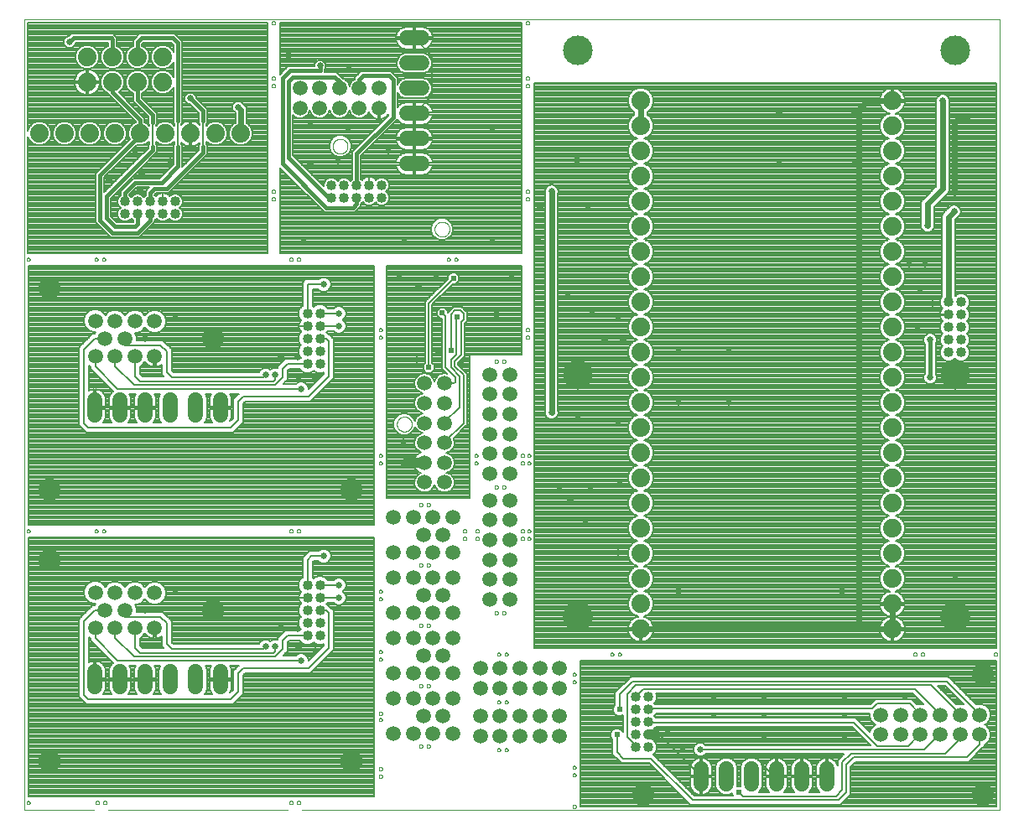
<source format=gbl>
G75*
%MOIN*%
%OFA0B0*%
%FSLAX25Y25*%
%IPPOS*%
%LPD*%
%AMOC8*
5,1,8,0,0,1.08239X$1,22.5*
%
%ADD10C,0.00000*%
%ADD11C,0.04000*%
%ADD12C,0.05937*%
%ADD13C,0.06000*%
%ADD14C,0.07400*%
%ADD15C,0.02578*%
%ADD16C,0.00800*%
%ADD17C,0.08858*%
%ADD18C,0.02400*%
%ADD19C,0.00787*%
%ADD20C,0.04000*%
%ADD21C,0.01600*%
%ADD22C,0.02400*%
%ADD23C,0.11811*%
D10*
X0003550Y0003550D02*
X0031294Y0003550D01*
X0031861Y0006550D02*
X0031863Y0006602D01*
X0031869Y0006654D01*
X0031879Y0006705D01*
X0031892Y0006755D01*
X0031910Y0006805D01*
X0031931Y0006852D01*
X0031955Y0006898D01*
X0031984Y0006942D01*
X0032015Y0006984D01*
X0032049Y0007023D01*
X0032086Y0007060D01*
X0032126Y0007093D01*
X0032169Y0007124D01*
X0032213Y0007151D01*
X0032259Y0007175D01*
X0032308Y0007195D01*
X0032357Y0007211D01*
X0032408Y0007224D01*
X0032459Y0007233D01*
X0032511Y0007238D01*
X0032563Y0007239D01*
X0032615Y0007236D01*
X0032667Y0007229D01*
X0032718Y0007218D01*
X0032768Y0007204D01*
X0032817Y0007185D01*
X0032864Y0007163D01*
X0032909Y0007138D01*
X0032953Y0007109D01*
X0032994Y0007077D01*
X0033033Y0007042D01*
X0033068Y0007004D01*
X0033101Y0006963D01*
X0033131Y0006921D01*
X0033157Y0006876D01*
X0033180Y0006829D01*
X0033199Y0006780D01*
X0033215Y0006730D01*
X0033227Y0006680D01*
X0033235Y0006628D01*
X0033239Y0006576D01*
X0033239Y0006524D01*
X0033235Y0006472D01*
X0033227Y0006420D01*
X0033215Y0006370D01*
X0033199Y0006320D01*
X0033180Y0006271D01*
X0033157Y0006224D01*
X0033131Y0006179D01*
X0033101Y0006137D01*
X0033068Y0006096D01*
X0033033Y0006058D01*
X0032994Y0006023D01*
X0032953Y0005991D01*
X0032909Y0005962D01*
X0032864Y0005937D01*
X0032817Y0005915D01*
X0032768Y0005896D01*
X0032718Y0005882D01*
X0032667Y0005871D01*
X0032615Y0005864D01*
X0032563Y0005861D01*
X0032511Y0005862D01*
X0032459Y0005867D01*
X0032408Y0005876D01*
X0032357Y0005889D01*
X0032308Y0005905D01*
X0032259Y0005925D01*
X0032213Y0005949D01*
X0032169Y0005976D01*
X0032126Y0006007D01*
X0032086Y0006040D01*
X0032049Y0006077D01*
X0032015Y0006116D01*
X0031984Y0006158D01*
X0031955Y0006202D01*
X0031931Y0006248D01*
X0031910Y0006295D01*
X0031892Y0006345D01*
X0031879Y0006395D01*
X0031869Y0006446D01*
X0031863Y0006498D01*
X0031861Y0006550D01*
X0034861Y0006550D02*
X0034863Y0006602D01*
X0034869Y0006654D01*
X0034879Y0006705D01*
X0034892Y0006755D01*
X0034910Y0006805D01*
X0034931Y0006852D01*
X0034955Y0006898D01*
X0034984Y0006942D01*
X0035015Y0006984D01*
X0035049Y0007023D01*
X0035086Y0007060D01*
X0035126Y0007093D01*
X0035169Y0007124D01*
X0035213Y0007151D01*
X0035259Y0007175D01*
X0035308Y0007195D01*
X0035357Y0007211D01*
X0035408Y0007224D01*
X0035459Y0007233D01*
X0035511Y0007238D01*
X0035563Y0007239D01*
X0035615Y0007236D01*
X0035667Y0007229D01*
X0035718Y0007218D01*
X0035768Y0007204D01*
X0035817Y0007185D01*
X0035864Y0007163D01*
X0035909Y0007138D01*
X0035953Y0007109D01*
X0035994Y0007077D01*
X0036033Y0007042D01*
X0036068Y0007004D01*
X0036101Y0006963D01*
X0036131Y0006921D01*
X0036157Y0006876D01*
X0036180Y0006829D01*
X0036199Y0006780D01*
X0036215Y0006730D01*
X0036227Y0006680D01*
X0036235Y0006628D01*
X0036239Y0006576D01*
X0036239Y0006524D01*
X0036235Y0006472D01*
X0036227Y0006420D01*
X0036215Y0006370D01*
X0036199Y0006320D01*
X0036180Y0006271D01*
X0036157Y0006224D01*
X0036131Y0006179D01*
X0036101Y0006137D01*
X0036068Y0006096D01*
X0036033Y0006058D01*
X0035994Y0006023D01*
X0035953Y0005991D01*
X0035909Y0005962D01*
X0035864Y0005937D01*
X0035817Y0005915D01*
X0035768Y0005896D01*
X0035718Y0005882D01*
X0035667Y0005871D01*
X0035615Y0005864D01*
X0035563Y0005861D01*
X0035511Y0005862D01*
X0035459Y0005867D01*
X0035408Y0005876D01*
X0035357Y0005889D01*
X0035308Y0005905D01*
X0035259Y0005925D01*
X0035213Y0005949D01*
X0035169Y0005976D01*
X0035126Y0006007D01*
X0035086Y0006040D01*
X0035049Y0006077D01*
X0035015Y0006116D01*
X0034984Y0006158D01*
X0034955Y0006202D01*
X0034931Y0006248D01*
X0034910Y0006295D01*
X0034892Y0006345D01*
X0034879Y0006395D01*
X0034869Y0006446D01*
X0034863Y0006498D01*
X0034861Y0006550D01*
X0036806Y0003550D02*
X0108294Y0003550D01*
X0108861Y0006550D02*
X0108863Y0006602D01*
X0108869Y0006654D01*
X0108879Y0006705D01*
X0108892Y0006755D01*
X0108910Y0006805D01*
X0108931Y0006852D01*
X0108955Y0006898D01*
X0108984Y0006942D01*
X0109015Y0006984D01*
X0109049Y0007023D01*
X0109086Y0007060D01*
X0109126Y0007093D01*
X0109169Y0007124D01*
X0109213Y0007151D01*
X0109259Y0007175D01*
X0109308Y0007195D01*
X0109357Y0007211D01*
X0109408Y0007224D01*
X0109459Y0007233D01*
X0109511Y0007238D01*
X0109563Y0007239D01*
X0109615Y0007236D01*
X0109667Y0007229D01*
X0109718Y0007218D01*
X0109768Y0007204D01*
X0109817Y0007185D01*
X0109864Y0007163D01*
X0109909Y0007138D01*
X0109953Y0007109D01*
X0109994Y0007077D01*
X0110033Y0007042D01*
X0110068Y0007004D01*
X0110101Y0006963D01*
X0110131Y0006921D01*
X0110157Y0006876D01*
X0110180Y0006829D01*
X0110199Y0006780D01*
X0110215Y0006730D01*
X0110227Y0006680D01*
X0110235Y0006628D01*
X0110239Y0006576D01*
X0110239Y0006524D01*
X0110235Y0006472D01*
X0110227Y0006420D01*
X0110215Y0006370D01*
X0110199Y0006320D01*
X0110180Y0006271D01*
X0110157Y0006224D01*
X0110131Y0006179D01*
X0110101Y0006137D01*
X0110068Y0006096D01*
X0110033Y0006058D01*
X0109994Y0006023D01*
X0109953Y0005991D01*
X0109909Y0005962D01*
X0109864Y0005937D01*
X0109817Y0005915D01*
X0109768Y0005896D01*
X0109718Y0005882D01*
X0109667Y0005871D01*
X0109615Y0005864D01*
X0109563Y0005861D01*
X0109511Y0005862D01*
X0109459Y0005867D01*
X0109408Y0005876D01*
X0109357Y0005889D01*
X0109308Y0005905D01*
X0109259Y0005925D01*
X0109213Y0005949D01*
X0109169Y0005976D01*
X0109126Y0006007D01*
X0109086Y0006040D01*
X0109049Y0006077D01*
X0109015Y0006116D01*
X0108984Y0006158D01*
X0108955Y0006202D01*
X0108931Y0006248D01*
X0108910Y0006295D01*
X0108892Y0006345D01*
X0108879Y0006395D01*
X0108869Y0006446D01*
X0108863Y0006498D01*
X0108861Y0006550D01*
X0111861Y0006550D02*
X0111863Y0006602D01*
X0111869Y0006654D01*
X0111879Y0006705D01*
X0111892Y0006755D01*
X0111910Y0006805D01*
X0111931Y0006852D01*
X0111955Y0006898D01*
X0111984Y0006942D01*
X0112015Y0006984D01*
X0112049Y0007023D01*
X0112086Y0007060D01*
X0112126Y0007093D01*
X0112169Y0007124D01*
X0112213Y0007151D01*
X0112259Y0007175D01*
X0112308Y0007195D01*
X0112357Y0007211D01*
X0112408Y0007224D01*
X0112459Y0007233D01*
X0112511Y0007238D01*
X0112563Y0007239D01*
X0112615Y0007236D01*
X0112667Y0007229D01*
X0112718Y0007218D01*
X0112768Y0007204D01*
X0112817Y0007185D01*
X0112864Y0007163D01*
X0112909Y0007138D01*
X0112953Y0007109D01*
X0112994Y0007077D01*
X0113033Y0007042D01*
X0113068Y0007004D01*
X0113101Y0006963D01*
X0113131Y0006921D01*
X0113157Y0006876D01*
X0113180Y0006829D01*
X0113199Y0006780D01*
X0113215Y0006730D01*
X0113227Y0006680D01*
X0113235Y0006628D01*
X0113239Y0006576D01*
X0113239Y0006524D01*
X0113235Y0006472D01*
X0113227Y0006420D01*
X0113215Y0006370D01*
X0113199Y0006320D01*
X0113180Y0006271D01*
X0113157Y0006224D01*
X0113131Y0006179D01*
X0113101Y0006137D01*
X0113068Y0006096D01*
X0113033Y0006058D01*
X0112994Y0006023D01*
X0112953Y0005991D01*
X0112909Y0005962D01*
X0112864Y0005937D01*
X0112817Y0005915D01*
X0112768Y0005896D01*
X0112718Y0005882D01*
X0112667Y0005871D01*
X0112615Y0005864D01*
X0112563Y0005861D01*
X0112511Y0005862D01*
X0112459Y0005867D01*
X0112408Y0005876D01*
X0112357Y0005889D01*
X0112308Y0005905D01*
X0112259Y0005925D01*
X0112213Y0005949D01*
X0112169Y0005976D01*
X0112126Y0006007D01*
X0112086Y0006040D01*
X0112049Y0006077D01*
X0112015Y0006116D01*
X0111984Y0006158D01*
X0111955Y0006202D01*
X0111931Y0006248D01*
X0111910Y0006295D01*
X0111892Y0006345D01*
X0111879Y0006395D01*
X0111869Y0006446D01*
X0111863Y0006498D01*
X0111861Y0006550D01*
X0113806Y0003550D02*
X0391251Y0003550D01*
X0391251Y0318011D01*
X0003550Y0318011D01*
X0003550Y0003550D01*
X0004361Y0006550D02*
X0004363Y0006602D01*
X0004369Y0006654D01*
X0004379Y0006705D01*
X0004392Y0006755D01*
X0004410Y0006805D01*
X0004431Y0006852D01*
X0004455Y0006898D01*
X0004484Y0006942D01*
X0004515Y0006984D01*
X0004549Y0007023D01*
X0004586Y0007060D01*
X0004626Y0007093D01*
X0004669Y0007124D01*
X0004713Y0007151D01*
X0004759Y0007175D01*
X0004808Y0007195D01*
X0004857Y0007211D01*
X0004908Y0007224D01*
X0004959Y0007233D01*
X0005011Y0007238D01*
X0005063Y0007239D01*
X0005115Y0007236D01*
X0005167Y0007229D01*
X0005218Y0007218D01*
X0005268Y0007204D01*
X0005317Y0007185D01*
X0005364Y0007163D01*
X0005409Y0007138D01*
X0005453Y0007109D01*
X0005494Y0007077D01*
X0005533Y0007042D01*
X0005568Y0007004D01*
X0005601Y0006963D01*
X0005631Y0006921D01*
X0005657Y0006876D01*
X0005680Y0006829D01*
X0005699Y0006780D01*
X0005715Y0006730D01*
X0005727Y0006680D01*
X0005735Y0006628D01*
X0005739Y0006576D01*
X0005739Y0006524D01*
X0005735Y0006472D01*
X0005727Y0006420D01*
X0005715Y0006370D01*
X0005699Y0006320D01*
X0005680Y0006271D01*
X0005657Y0006224D01*
X0005631Y0006179D01*
X0005601Y0006137D01*
X0005568Y0006096D01*
X0005533Y0006058D01*
X0005494Y0006023D01*
X0005453Y0005991D01*
X0005409Y0005962D01*
X0005364Y0005937D01*
X0005317Y0005915D01*
X0005268Y0005896D01*
X0005218Y0005882D01*
X0005167Y0005871D01*
X0005115Y0005864D01*
X0005063Y0005861D01*
X0005011Y0005862D01*
X0004959Y0005867D01*
X0004908Y0005876D01*
X0004857Y0005889D01*
X0004808Y0005905D01*
X0004759Y0005925D01*
X0004713Y0005949D01*
X0004669Y0005976D01*
X0004626Y0006007D01*
X0004586Y0006040D01*
X0004549Y0006077D01*
X0004515Y0006116D01*
X0004484Y0006158D01*
X0004455Y0006202D01*
X0004431Y0006248D01*
X0004410Y0006295D01*
X0004392Y0006345D01*
X0004379Y0006395D01*
X0004369Y0006446D01*
X0004363Y0006498D01*
X0004361Y0006550D01*
X0004361Y0114550D02*
X0004363Y0114602D01*
X0004369Y0114654D01*
X0004379Y0114705D01*
X0004392Y0114755D01*
X0004410Y0114805D01*
X0004431Y0114852D01*
X0004455Y0114898D01*
X0004484Y0114942D01*
X0004515Y0114984D01*
X0004549Y0115023D01*
X0004586Y0115060D01*
X0004626Y0115093D01*
X0004669Y0115124D01*
X0004713Y0115151D01*
X0004759Y0115175D01*
X0004808Y0115195D01*
X0004857Y0115211D01*
X0004908Y0115224D01*
X0004959Y0115233D01*
X0005011Y0115238D01*
X0005063Y0115239D01*
X0005115Y0115236D01*
X0005167Y0115229D01*
X0005218Y0115218D01*
X0005268Y0115204D01*
X0005317Y0115185D01*
X0005364Y0115163D01*
X0005409Y0115138D01*
X0005453Y0115109D01*
X0005494Y0115077D01*
X0005533Y0115042D01*
X0005568Y0115004D01*
X0005601Y0114963D01*
X0005631Y0114921D01*
X0005657Y0114876D01*
X0005680Y0114829D01*
X0005699Y0114780D01*
X0005715Y0114730D01*
X0005727Y0114680D01*
X0005735Y0114628D01*
X0005739Y0114576D01*
X0005739Y0114524D01*
X0005735Y0114472D01*
X0005727Y0114420D01*
X0005715Y0114370D01*
X0005699Y0114320D01*
X0005680Y0114271D01*
X0005657Y0114224D01*
X0005631Y0114179D01*
X0005601Y0114137D01*
X0005568Y0114096D01*
X0005533Y0114058D01*
X0005494Y0114023D01*
X0005453Y0113991D01*
X0005409Y0113962D01*
X0005364Y0113937D01*
X0005317Y0113915D01*
X0005268Y0113896D01*
X0005218Y0113882D01*
X0005167Y0113871D01*
X0005115Y0113864D01*
X0005063Y0113861D01*
X0005011Y0113862D01*
X0004959Y0113867D01*
X0004908Y0113876D01*
X0004857Y0113889D01*
X0004808Y0113905D01*
X0004759Y0113925D01*
X0004713Y0113949D01*
X0004669Y0113976D01*
X0004626Y0114007D01*
X0004586Y0114040D01*
X0004549Y0114077D01*
X0004515Y0114116D01*
X0004484Y0114158D01*
X0004455Y0114202D01*
X0004431Y0114248D01*
X0004410Y0114295D01*
X0004392Y0114345D01*
X0004379Y0114395D01*
X0004369Y0114446D01*
X0004363Y0114498D01*
X0004361Y0114550D01*
X0031361Y0114550D02*
X0031363Y0114602D01*
X0031369Y0114654D01*
X0031379Y0114705D01*
X0031392Y0114755D01*
X0031410Y0114805D01*
X0031431Y0114852D01*
X0031455Y0114898D01*
X0031484Y0114942D01*
X0031515Y0114984D01*
X0031549Y0115023D01*
X0031586Y0115060D01*
X0031626Y0115093D01*
X0031669Y0115124D01*
X0031713Y0115151D01*
X0031759Y0115175D01*
X0031808Y0115195D01*
X0031857Y0115211D01*
X0031908Y0115224D01*
X0031959Y0115233D01*
X0032011Y0115238D01*
X0032063Y0115239D01*
X0032115Y0115236D01*
X0032167Y0115229D01*
X0032218Y0115218D01*
X0032268Y0115204D01*
X0032317Y0115185D01*
X0032364Y0115163D01*
X0032409Y0115138D01*
X0032453Y0115109D01*
X0032494Y0115077D01*
X0032533Y0115042D01*
X0032568Y0115004D01*
X0032601Y0114963D01*
X0032631Y0114921D01*
X0032657Y0114876D01*
X0032680Y0114829D01*
X0032699Y0114780D01*
X0032715Y0114730D01*
X0032727Y0114680D01*
X0032735Y0114628D01*
X0032739Y0114576D01*
X0032739Y0114524D01*
X0032735Y0114472D01*
X0032727Y0114420D01*
X0032715Y0114370D01*
X0032699Y0114320D01*
X0032680Y0114271D01*
X0032657Y0114224D01*
X0032631Y0114179D01*
X0032601Y0114137D01*
X0032568Y0114096D01*
X0032533Y0114058D01*
X0032494Y0114023D01*
X0032453Y0113991D01*
X0032409Y0113962D01*
X0032364Y0113937D01*
X0032317Y0113915D01*
X0032268Y0113896D01*
X0032218Y0113882D01*
X0032167Y0113871D01*
X0032115Y0113864D01*
X0032063Y0113861D01*
X0032011Y0113862D01*
X0031959Y0113867D01*
X0031908Y0113876D01*
X0031857Y0113889D01*
X0031808Y0113905D01*
X0031759Y0113925D01*
X0031713Y0113949D01*
X0031669Y0113976D01*
X0031626Y0114007D01*
X0031586Y0114040D01*
X0031549Y0114077D01*
X0031515Y0114116D01*
X0031484Y0114158D01*
X0031455Y0114202D01*
X0031431Y0114248D01*
X0031410Y0114295D01*
X0031392Y0114345D01*
X0031379Y0114395D01*
X0031369Y0114446D01*
X0031363Y0114498D01*
X0031361Y0114550D01*
X0034361Y0114550D02*
X0034363Y0114602D01*
X0034369Y0114654D01*
X0034379Y0114705D01*
X0034392Y0114755D01*
X0034410Y0114805D01*
X0034431Y0114852D01*
X0034455Y0114898D01*
X0034484Y0114942D01*
X0034515Y0114984D01*
X0034549Y0115023D01*
X0034586Y0115060D01*
X0034626Y0115093D01*
X0034669Y0115124D01*
X0034713Y0115151D01*
X0034759Y0115175D01*
X0034808Y0115195D01*
X0034857Y0115211D01*
X0034908Y0115224D01*
X0034959Y0115233D01*
X0035011Y0115238D01*
X0035063Y0115239D01*
X0035115Y0115236D01*
X0035167Y0115229D01*
X0035218Y0115218D01*
X0035268Y0115204D01*
X0035317Y0115185D01*
X0035364Y0115163D01*
X0035409Y0115138D01*
X0035453Y0115109D01*
X0035494Y0115077D01*
X0035533Y0115042D01*
X0035568Y0115004D01*
X0035601Y0114963D01*
X0035631Y0114921D01*
X0035657Y0114876D01*
X0035680Y0114829D01*
X0035699Y0114780D01*
X0035715Y0114730D01*
X0035727Y0114680D01*
X0035735Y0114628D01*
X0035739Y0114576D01*
X0035739Y0114524D01*
X0035735Y0114472D01*
X0035727Y0114420D01*
X0035715Y0114370D01*
X0035699Y0114320D01*
X0035680Y0114271D01*
X0035657Y0114224D01*
X0035631Y0114179D01*
X0035601Y0114137D01*
X0035568Y0114096D01*
X0035533Y0114058D01*
X0035494Y0114023D01*
X0035453Y0113991D01*
X0035409Y0113962D01*
X0035364Y0113937D01*
X0035317Y0113915D01*
X0035268Y0113896D01*
X0035218Y0113882D01*
X0035167Y0113871D01*
X0035115Y0113864D01*
X0035063Y0113861D01*
X0035011Y0113862D01*
X0034959Y0113867D01*
X0034908Y0113876D01*
X0034857Y0113889D01*
X0034808Y0113905D01*
X0034759Y0113925D01*
X0034713Y0113949D01*
X0034669Y0113976D01*
X0034626Y0114007D01*
X0034586Y0114040D01*
X0034549Y0114077D01*
X0034515Y0114116D01*
X0034484Y0114158D01*
X0034455Y0114202D01*
X0034431Y0114248D01*
X0034410Y0114295D01*
X0034392Y0114345D01*
X0034379Y0114395D01*
X0034369Y0114446D01*
X0034363Y0114498D01*
X0034361Y0114550D01*
X0108861Y0114550D02*
X0108863Y0114602D01*
X0108869Y0114654D01*
X0108879Y0114705D01*
X0108892Y0114755D01*
X0108910Y0114805D01*
X0108931Y0114852D01*
X0108955Y0114898D01*
X0108984Y0114942D01*
X0109015Y0114984D01*
X0109049Y0115023D01*
X0109086Y0115060D01*
X0109126Y0115093D01*
X0109169Y0115124D01*
X0109213Y0115151D01*
X0109259Y0115175D01*
X0109308Y0115195D01*
X0109357Y0115211D01*
X0109408Y0115224D01*
X0109459Y0115233D01*
X0109511Y0115238D01*
X0109563Y0115239D01*
X0109615Y0115236D01*
X0109667Y0115229D01*
X0109718Y0115218D01*
X0109768Y0115204D01*
X0109817Y0115185D01*
X0109864Y0115163D01*
X0109909Y0115138D01*
X0109953Y0115109D01*
X0109994Y0115077D01*
X0110033Y0115042D01*
X0110068Y0115004D01*
X0110101Y0114963D01*
X0110131Y0114921D01*
X0110157Y0114876D01*
X0110180Y0114829D01*
X0110199Y0114780D01*
X0110215Y0114730D01*
X0110227Y0114680D01*
X0110235Y0114628D01*
X0110239Y0114576D01*
X0110239Y0114524D01*
X0110235Y0114472D01*
X0110227Y0114420D01*
X0110215Y0114370D01*
X0110199Y0114320D01*
X0110180Y0114271D01*
X0110157Y0114224D01*
X0110131Y0114179D01*
X0110101Y0114137D01*
X0110068Y0114096D01*
X0110033Y0114058D01*
X0109994Y0114023D01*
X0109953Y0113991D01*
X0109909Y0113962D01*
X0109864Y0113937D01*
X0109817Y0113915D01*
X0109768Y0113896D01*
X0109718Y0113882D01*
X0109667Y0113871D01*
X0109615Y0113864D01*
X0109563Y0113861D01*
X0109511Y0113862D01*
X0109459Y0113867D01*
X0109408Y0113876D01*
X0109357Y0113889D01*
X0109308Y0113905D01*
X0109259Y0113925D01*
X0109213Y0113949D01*
X0109169Y0113976D01*
X0109126Y0114007D01*
X0109086Y0114040D01*
X0109049Y0114077D01*
X0109015Y0114116D01*
X0108984Y0114158D01*
X0108955Y0114202D01*
X0108931Y0114248D01*
X0108910Y0114295D01*
X0108892Y0114345D01*
X0108879Y0114395D01*
X0108869Y0114446D01*
X0108863Y0114498D01*
X0108861Y0114550D01*
X0111861Y0114550D02*
X0111863Y0114602D01*
X0111869Y0114654D01*
X0111879Y0114705D01*
X0111892Y0114755D01*
X0111910Y0114805D01*
X0111931Y0114852D01*
X0111955Y0114898D01*
X0111984Y0114942D01*
X0112015Y0114984D01*
X0112049Y0115023D01*
X0112086Y0115060D01*
X0112126Y0115093D01*
X0112169Y0115124D01*
X0112213Y0115151D01*
X0112259Y0115175D01*
X0112308Y0115195D01*
X0112357Y0115211D01*
X0112408Y0115224D01*
X0112459Y0115233D01*
X0112511Y0115238D01*
X0112563Y0115239D01*
X0112615Y0115236D01*
X0112667Y0115229D01*
X0112718Y0115218D01*
X0112768Y0115204D01*
X0112817Y0115185D01*
X0112864Y0115163D01*
X0112909Y0115138D01*
X0112953Y0115109D01*
X0112994Y0115077D01*
X0113033Y0115042D01*
X0113068Y0115004D01*
X0113101Y0114963D01*
X0113131Y0114921D01*
X0113157Y0114876D01*
X0113180Y0114829D01*
X0113199Y0114780D01*
X0113215Y0114730D01*
X0113227Y0114680D01*
X0113235Y0114628D01*
X0113239Y0114576D01*
X0113239Y0114524D01*
X0113235Y0114472D01*
X0113227Y0114420D01*
X0113215Y0114370D01*
X0113199Y0114320D01*
X0113180Y0114271D01*
X0113157Y0114224D01*
X0113131Y0114179D01*
X0113101Y0114137D01*
X0113068Y0114096D01*
X0113033Y0114058D01*
X0112994Y0114023D01*
X0112953Y0113991D01*
X0112909Y0113962D01*
X0112864Y0113937D01*
X0112817Y0113915D01*
X0112768Y0113896D01*
X0112718Y0113882D01*
X0112667Y0113871D01*
X0112615Y0113864D01*
X0112563Y0113861D01*
X0112511Y0113862D01*
X0112459Y0113867D01*
X0112408Y0113876D01*
X0112357Y0113889D01*
X0112308Y0113905D01*
X0112259Y0113925D01*
X0112213Y0113949D01*
X0112169Y0113976D01*
X0112126Y0114007D01*
X0112086Y0114040D01*
X0112049Y0114077D01*
X0112015Y0114116D01*
X0111984Y0114158D01*
X0111955Y0114202D01*
X0111931Y0114248D01*
X0111910Y0114295D01*
X0111892Y0114345D01*
X0111879Y0114395D01*
X0111869Y0114446D01*
X0111863Y0114498D01*
X0111861Y0114550D01*
X0144361Y0090550D02*
X0144363Y0090602D01*
X0144369Y0090654D01*
X0144379Y0090705D01*
X0144392Y0090755D01*
X0144410Y0090805D01*
X0144431Y0090852D01*
X0144455Y0090898D01*
X0144484Y0090942D01*
X0144515Y0090984D01*
X0144549Y0091023D01*
X0144586Y0091060D01*
X0144626Y0091093D01*
X0144669Y0091124D01*
X0144713Y0091151D01*
X0144759Y0091175D01*
X0144808Y0091195D01*
X0144857Y0091211D01*
X0144908Y0091224D01*
X0144959Y0091233D01*
X0145011Y0091238D01*
X0145063Y0091239D01*
X0145115Y0091236D01*
X0145167Y0091229D01*
X0145218Y0091218D01*
X0145268Y0091204D01*
X0145317Y0091185D01*
X0145364Y0091163D01*
X0145409Y0091138D01*
X0145453Y0091109D01*
X0145494Y0091077D01*
X0145533Y0091042D01*
X0145568Y0091004D01*
X0145601Y0090963D01*
X0145631Y0090921D01*
X0145657Y0090876D01*
X0145680Y0090829D01*
X0145699Y0090780D01*
X0145715Y0090730D01*
X0145727Y0090680D01*
X0145735Y0090628D01*
X0145739Y0090576D01*
X0145739Y0090524D01*
X0145735Y0090472D01*
X0145727Y0090420D01*
X0145715Y0090370D01*
X0145699Y0090320D01*
X0145680Y0090271D01*
X0145657Y0090224D01*
X0145631Y0090179D01*
X0145601Y0090137D01*
X0145568Y0090096D01*
X0145533Y0090058D01*
X0145494Y0090023D01*
X0145453Y0089991D01*
X0145409Y0089962D01*
X0145364Y0089937D01*
X0145317Y0089915D01*
X0145268Y0089896D01*
X0145218Y0089882D01*
X0145167Y0089871D01*
X0145115Y0089864D01*
X0145063Y0089861D01*
X0145011Y0089862D01*
X0144959Y0089867D01*
X0144908Y0089876D01*
X0144857Y0089889D01*
X0144808Y0089905D01*
X0144759Y0089925D01*
X0144713Y0089949D01*
X0144669Y0089976D01*
X0144626Y0090007D01*
X0144586Y0090040D01*
X0144549Y0090077D01*
X0144515Y0090116D01*
X0144484Y0090158D01*
X0144455Y0090202D01*
X0144431Y0090248D01*
X0144410Y0090295D01*
X0144392Y0090345D01*
X0144379Y0090395D01*
X0144369Y0090446D01*
X0144363Y0090498D01*
X0144361Y0090550D01*
X0144361Y0087550D02*
X0144363Y0087602D01*
X0144369Y0087654D01*
X0144379Y0087705D01*
X0144392Y0087755D01*
X0144410Y0087805D01*
X0144431Y0087852D01*
X0144455Y0087898D01*
X0144484Y0087942D01*
X0144515Y0087984D01*
X0144549Y0088023D01*
X0144586Y0088060D01*
X0144626Y0088093D01*
X0144669Y0088124D01*
X0144713Y0088151D01*
X0144759Y0088175D01*
X0144808Y0088195D01*
X0144857Y0088211D01*
X0144908Y0088224D01*
X0144959Y0088233D01*
X0145011Y0088238D01*
X0145063Y0088239D01*
X0145115Y0088236D01*
X0145167Y0088229D01*
X0145218Y0088218D01*
X0145268Y0088204D01*
X0145317Y0088185D01*
X0145364Y0088163D01*
X0145409Y0088138D01*
X0145453Y0088109D01*
X0145494Y0088077D01*
X0145533Y0088042D01*
X0145568Y0088004D01*
X0145601Y0087963D01*
X0145631Y0087921D01*
X0145657Y0087876D01*
X0145680Y0087829D01*
X0145699Y0087780D01*
X0145715Y0087730D01*
X0145727Y0087680D01*
X0145735Y0087628D01*
X0145739Y0087576D01*
X0145739Y0087524D01*
X0145735Y0087472D01*
X0145727Y0087420D01*
X0145715Y0087370D01*
X0145699Y0087320D01*
X0145680Y0087271D01*
X0145657Y0087224D01*
X0145631Y0087179D01*
X0145601Y0087137D01*
X0145568Y0087096D01*
X0145533Y0087058D01*
X0145494Y0087023D01*
X0145453Y0086991D01*
X0145409Y0086962D01*
X0145364Y0086937D01*
X0145317Y0086915D01*
X0145268Y0086896D01*
X0145218Y0086882D01*
X0145167Y0086871D01*
X0145115Y0086864D01*
X0145063Y0086861D01*
X0145011Y0086862D01*
X0144959Y0086867D01*
X0144908Y0086876D01*
X0144857Y0086889D01*
X0144808Y0086905D01*
X0144759Y0086925D01*
X0144713Y0086949D01*
X0144669Y0086976D01*
X0144626Y0087007D01*
X0144586Y0087040D01*
X0144549Y0087077D01*
X0144515Y0087116D01*
X0144484Y0087158D01*
X0144455Y0087202D01*
X0144431Y0087248D01*
X0144410Y0087295D01*
X0144392Y0087345D01*
X0144379Y0087395D01*
X0144369Y0087446D01*
X0144363Y0087498D01*
X0144361Y0087550D01*
X0160361Y0077050D02*
X0160363Y0077102D01*
X0160369Y0077154D01*
X0160379Y0077205D01*
X0160392Y0077255D01*
X0160410Y0077305D01*
X0160431Y0077352D01*
X0160455Y0077398D01*
X0160484Y0077442D01*
X0160515Y0077484D01*
X0160549Y0077523D01*
X0160586Y0077560D01*
X0160626Y0077593D01*
X0160669Y0077624D01*
X0160713Y0077651D01*
X0160759Y0077675D01*
X0160808Y0077695D01*
X0160857Y0077711D01*
X0160908Y0077724D01*
X0160959Y0077733D01*
X0161011Y0077738D01*
X0161063Y0077739D01*
X0161115Y0077736D01*
X0161167Y0077729D01*
X0161218Y0077718D01*
X0161268Y0077704D01*
X0161317Y0077685D01*
X0161364Y0077663D01*
X0161409Y0077638D01*
X0161453Y0077609D01*
X0161494Y0077577D01*
X0161533Y0077542D01*
X0161568Y0077504D01*
X0161601Y0077463D01*
X0161631Y0077421D01*
X0161657Y0077376D01*
X0161680Y0077329D01*
X0161699Y0077280D01*
X0161715Y0077230D01*
X0161727Y0077180D01*
X0161735Y0077128D01*
X0161739Y0077076D01*
X0161739Y0077024D01*
X0161735Y0076972D01*
X0161727Y0076920D01*
X0161715Y0076870D01*
X0161699Y0076820D01*
X0161680Y0076771D01*
X0161657Y0076724D01*
X0161631Y0076679D01*
X0161601Y0076637D01*
X0161568Y0076596D01*
X0161533Y0076558D01*
X0161494Y0076523D01*
X0161453Y0076491D01*
X0161409Y0076462D01*
X0161364Y0076437D01*
X0161317Y0076415D01*
X0161268Y0076396D01*
X0161218Y0076382D01*
X0161167Y0076371D01*
X0161115Y0076364D01*
X0161063Y0076361D01*
X0161011Y0076362D01*
X0160959Y0076367D01*
X0160908Y0076376D01*
X0160857Y0076389D01*
X0160808Y0076405D01*
X0160759Y0076425D01*
X0160713Y0076449D01*
X0160669Y0076476D01*
X0160626Y0076507D01*
X0160586Y0076540D01*
X0160549Y0076577D01*
X0160515Y0076616D01*
X0160484Y0076658D01*
X0160455Y0076702D01*
X0160431Y0076748D01*
X0160410Y0076795D01*
X0160392Y0076845D01*
X0160379Y0076895D01*
X0160369Y0076946D01*
X0160363Y0076998D01*
X0160361Y0077050D01*
X0163361Y0077050D02*
X0163363Y0077102D01*
X0163369Y0077154D01*
X0163379Y0077205D01*
X0163392Y0077255D01*
X0163410Y0077305D01*
X0163431Y0077352D01*
X0163455Y0077398D01*
X0163484Y0077442D01*
X0163515Y0077484D01*
X0163549Y0077523D01*
X0163586Y0077560D01*
X0163626Y0077593D01*
X0163669Y0077624D01*
X0163713Y0077651D01*
X0163759Y0077675D01*
X0163808Y0077695D01*
X0163857Y0077711D01*
X0163908Y0077724D01*
X0163959Y0077733D01*
X0164011Y0077738D01*
X0164063Y0077739D01*
X0164115Y0077736D01*
X0164167Y0077729D01*
X0164218Y0077718D01*
X0164268Y0077704D01*
X0164317Y0077685D01*
X0164364Y0077663D01*
X0164409Y0077638D01*
X0164453Y0077609D01*
X0164494Y0077577D01*
X0164533Y0077542D01*
X0164568Y0077504D01*
X0164601Y0077463D01*
X0164631Y0077421D01*
X0164657Y0077376D01*
X0164680Y0077329D01*
X0164699Y0077280D01*
X0164715Y0077230D01*
X0164727Y0077180D01*
X0164735Y0077128D01*
X0164739Y0077076D01*
X0164739Y0077024D01*
X0164735Y0076972D01*
X0164727Y0076920D01*
X0164715Y0076870D01*
X0164699Y0076820D01*
X0164680Y0076771D01*
X0164657Y0076724D01*
X0164631Y0076679D01*
X0164601Y0076637D01*
X0164568Y0076596D01*
X0164533Y0076558D01*
X0164494Y0076523D01*
X0164453Y0076491D01*
X0164409Y0076462D01*
X0164364Y0076437D01*
X0164317Y0076415D01*
X0164268Y0076396D01*
X0164218Y0076382D01*
X0164167Y0076371D01*
X0164115Y0076364D01*
X0164063Y0076361D01*
X0164011Y0076362D01*
X0163959Y0076367D01*
X0163908Y0076376D01*
X0163857Y0076389D01*
X0163808Y0076405D01*
X0163759Y0076425D01*
X0163713Y0076449D01*
X0163669Y0076476D01*
X0163626Y0076507D01*
X0163586Y0076540D01*
X0163549Y0076577D01*
X0163515Y0076616D01*
X0163484Y0076658D01*
X0163455Y0076702D01*
X0163431Y0076748D01*
X0163410Y0076795D01*
X0163392Y0076845D01*
X0163379Y0076895D01*
X0163369Y0076946D01*
X0163363Y0076998D01*
X0163361Y0077050D01*
X0144361Y0066550D02*
X0144363Y0066602D01*
X0144369Y0066654D01*
X0144379Y0066705D01*
X0144392Y0066755D01*
X0144410Y0066805D01*
X0144431Y0066852D01*
X0144455Y0066898D01*
X0144484Y0066942D01*
X0144515Y0066984D01*
X0144549Y0067023D01*
X0144586Y0067060D01*
X0144626Y0067093D01*
X0144669Y0067124D01*
X0144713Y0067151D01*
X0144759Y0067175D01*
X0144808Y0067195D01*
X0144857Y0067211D01*
X0144908Y0067224D01*
X0144959Y0067233D01*
X0145011Y0067238D01*
X0145063Y0067239D01*
X0145115Y0067236D01*
X0145167Y0067229D01*
X0145218Y0067218D01*
X0145268Y0067204D01*
X0145317Y0067185D01*
X0145364Y0067163D01*
X0145409Y0067138D01*
X0145453Y0067109D01*
X0145494Y0067077D01*
X0145533Y0067042D01*
X0145568Y0067004D01*
X0145601Y0066963D01*
X0145631Y0066921D01*
X0145657Y0066876D01*
X0145680Y0066829D01*
X0145699Y0066780D01*
X0145715Y0066730D01*
X0145727Y0066680D01*
X0145735Y0066628D01*
X0145739Y0066576D01*
X0145739Y0066524D01*
X0145735Y0066472D01*
X0145727Y0066420D01*
X0145715Y0066370D01*
X0145699Y0066320D01*
X0145680Y0066271D01*
X0145657Y0066224D01*
X0145631Y0066179D01*
X0145601Y0066137D01*
X0145568Y0066096D01*
X0145533Y0066058D01*
X0145494Y0066023D01*
X0145453Y0065991D01*
X0145409Y0065962D01*
X0145364Y0065937D01*
X0145317Y0065915D01*
X0145268Y0065896D01*
X0145218Y0065882D01*
X0145167Y0065871D01*
X0145115Y0065864D01*
X0145063Y0065861D01*
X0145011Y0065862D01*
X0144959Y0065867D01*
X0144908Y0065876D01*
X0144857Y0065889D01*
X0144808Y0065905D01*
X0144759Y0065925D01*
X0144713Y0065949D01*
X0144669Y0065976D01*
X0144626Y0066007D01*
X0144586Y0066040D01*
X0144549Y0066077D01*
X0144515Y0066116D01*
X0144484Y0066158D01*
X0144455Y0066202D01*
X0144431Y0066248D01*
X0144410Y0066295D01*
X0144392Y0066345D01*
X0144379Y0066395D01*
X0144369Y0066446D01*
X0144363Y0066498D01*
X0144361Y0066550D01*
X0144361Y0063550D02*
X0144363Y0063602D01*
X0144369Y0063654D01*
X0144379Y0063705D01*
X0144392Y0063755D01*
X0144410Y0063805D01*
X0144431Y0063852D01*
X0144455Y0063898D01*
X0144484Y0063942D01*
X0144515Y0063984D01*
X0144549Y0064023D01*
X0144586Y0064060D01*
X0144626Y0064093D01*
X0144669Y0064124D01*
X0144713Y0064151D01*
X0144759Y0064175D01*
X0144808Y0064195D01*
X0144857Y0064211D01*
X0144908Y0064224D01*
X0144959Y0064233D01*
X0145011Y0064238D01*
X0145063Y0064239D01*
X0145115Y0064236D01*
X0145167Y0064229D01*
X0145218Y0064218D01*
X0145268Y0064204D01*
X0145317Y0064185D01*
X0145364Y0064163D01*
X0145409Y0064138D01*
X0145453Y0064109D01*
X0145494Y0064077D01*
X0145533Y0064042D01*
X0145568Y0064004D01*
X0145601Y0063963D01*
X0145631Y0063921D01*
X0145657Y0063876D01*
X0145680Y0063829D01*
X0145699Y0063780D01*
X0145715Y0063730D01*
X0145727Y0063680D01*
X0145735Y0063628D01*
X0145739Y0063576D01*
X0145739Y0063524D01*
X0145735Y0063472D01*
X0145727Y0063420D01*
X0145715Y0063370D01*
X0145699Y0063320D01*
X0145680Y0063271D01*
X0145657Y0063224D01*
X0145631Y0063179D01*
X0145601Y0063137D01*
X0145568Y0063096D01*
X0145533Y0063058D01*
X0145494Y0063023D01*
X0145453Y0062991D01*
X0145409Y0062962D01*
X0145364Y0062937D01*
X0145317Y0062915D01*
X0145268Y0062896D01*
X0145218Y0062882D01*
X0145167Y0062871D01*
X0145115Y0062864D01*
X0145063Y0062861D01*
X0145011Y0062862D01*
X0144959Y0062867D01*
X0144908Y0062876D01*
X0144857Y0062889D01*
X0144808Y0062905D01*
X0144759Y0062925D01*
X0144713Y0062949D01*
X0144669Y0062976D01*
X0144626Y0063007D01*
X0144586Y0063040D01*
X0144549Y0063077D01*
X0144515Y0063116D01*
X0144484Y0063158D01*
X0144455Y0063202D01*
X0144431Y0063248D01*
X0144410Y0063295D01*
X0144392Y0063345D01*
X0144379Y0063395D01*
X0144369Y0063446D01*
X0144363Y0063498D01*
X0144361Y0063550D01*
X0160361Y0053050D02*
X0160363Y0053102D01*
X0160369Y0053154D01*
X0160379Y0053205D01*
X0160392Y0053255D01*
X0160410Y0053305D01*
X0160431Y0053352D01*
X0160455Y0053398D01*
X0160484Y0053442D01*
X0160515Y0053484D01*
X0160549Y0053523D01*
X0160586Y0053560D01*
X0160626Y0053593D01*
X0160669Y0053624D01*
X0160713Y0053651D01*
X0160759Y0053675D01*
X0160808Y0053695D01*
X0160857Y0053711D01*
X0160908Y0053724D01*
X0160959Y0053733D01*
X0161011Y0053738D01*
X0161063Y0053739D01*
X0161115Y0053736D01*
X0161167Y0053729D01*
X0161218Y0053718D01*
X0161268Y0053704D01*
X0161317Y0053685D01*
X0161364Y0053663D01*
X0161409Y0053638D01*
X0161453Y0053609D01*
X0161494Y0053577D01*
X0161533Y0053542D01*
X0161568Y0053504D01*
X0161601Y0053463D01*
X0161631Y0053421D01*
X0161657Y0053376D01*
X0161680Y0053329D01*
X0161699Y0053280D01*
X0161715Y0053230D01*
X0161727Y0053180D01*
X0161735Y0053128D01*
X0161739Y0053076D01*
X0161739Y0053024D01*
X0161735Y0052972D01*
X0161727Y0052920D01*
X0161715Y0052870D01*
X0161699Y0052820D01*
X0161680Y0052771D01*
X0161657Y0052724D01*
X0161631Y0052679D01*
X0161601Y0052637D01*
X0161568Y0052596D01*
X0161533Y0052558D01*
X0161494Y0052523D01*
X0161453Y0052491D01*
X0161409Y0052462D01*
X0161364Y0052437D01*
X0161317Y0052415D01*
X0161268Y0052396D01*
X0161218Y0052382D01*
X0161167Y0052371D01*
X0161115Y0052364D01*
X0161063Y0052361D01*
X0161011Y0052362D01*
X0160959Y0052367D01*
X0160908Y0052376D01*
X0160857Y0052389D01*
X0160808Y0052405D01*
X0160759Y0052425D01*
X0160713Y0052449D01*
X0160669Y0052476D01*
X0160626Y0052507D01*
X0160586Y0052540D01*
X0160549Y0052577D01*
X0160515Y0052616D01*
X0160484Y0052658D01*
X0160455Y0052702D01*
X0160431Y0052748D01*
X0160410Y0052795D01*
X0160392Y0052845D01*
X0160379Y0052895D01*
X0160369Y0052946D01*
X0160363Y0052998D01*
X0160361Y0053050D01*
X0163361Y0053050D02*
X0163363Y0053102D01*
X0163369Y0053154D01*
X0163379Y0053205D01*
X0163392Y0053255D01*
X0163410Y0053305D01*
X0163431Y0053352D01*
X0163455Y0053398D01*
X0163484Y0053442D01*
X0163515Y0053484D01*
X0163549Y0053523D01*
X0163586Y0053560D01*
X0163626Y0053593D01*
X0163669Y0053624D01*
X0163713Y0053651D01*
X0163759Y0053675D01*
X0163808Y0053695D01*
X0163857Y0053711D01*
X0163908Y0053724D01*
X0163959Y0053733D01*
X0164011Y0053738D01*
X0164063Y0053739D01*
X0164115Y0053736D01*
X0164167Y0053729D01*
X0164218Y0053718D01*
X0164268Y0053704D01*
X0164317Y0053685D01*
X0164364Y0053663D01*
X0164409Y0053638D01*
X0164453Y0053609D01*
X0164494Y0053577D01*
X0164533Y0053542D01*
X0164568Y0053504D01*
X0164601Y0053463D01*
X0164631Y0053421D01*
X0164657Y0053376D01*
X0164680Y0053329D01*
X0164699Y0053280D01*
X0164715Y0053230D01*
X0164727Y0053180D01*
X0164735Y0053128D01*
X0164739Y0053076D01*
X0164739Y0053024D01*
X0164735Y0052972D01*
X0164727Y0052920D01*
X0164715Y0052870D01*
X0164699Y0052820D01*
X0164680Y0052771D01*
X0164657Y0052724D01*
X0164631Y0052679D01*
X0164601Y0052637D01*
X0164568Y0052596D01*
X0164533Y0052558D01*
X0164494Y0052523D01*
X0164453Y0052491D01*
X0164409Y0052462D01*
X0164364Y0052437D01*
X0164317Y0052415D01*
X0164268Y0052396D01*
X0164218Y0052382D01*
X0164167Y0052371D01*
X0164115Y0052364D01*
X0164063Y0052361D01*
X0164011Y0052362D01*
X0163959Y0052367D01*
X0163908Y0052376D01*
X0163857Y0052389D01*
X0163808Y0052405D01*
X0163759Y0052425D01*
X0163713Y0052449D01*
X0163669Y0052476D01*
X0163626Y0052507D01*
X0163586Y0052540D01*
X0163549Y0052577D01*
X0163515Y0052616D01*
X0163484Y0052658D01*
X0163455Y0052702D01*
X0163431Y0052748D01*
X0163410Y0052795D01*
X0163392Y0052845D01*
X0163379Y0052895D01*
X0163369Y0052946D01*
X0163363Y0052998D01*
X0163361Y0053050D01*
X0144361Y0042050D02*
X0144363Y0042102D01*
X0144369Y0042154D01*
X0144379Y0042205D01*
X0144392Y0042255D01*
X0144410Y0042305D01*
X0144431Y0042352D01*
X0144455Y0042398D01*
X0144484Y0042442D01*
X0144515Y0042484D01*
X0144549Y0042523D01*
X0144586Y0042560D01*
X0144626Y0042593D01*
X0144669Y0042624D01*
X0144713Y0042651D01*
X0144759Y0042675D01*
X0144808Y0042695D01*
X0144857Y0042711D01*
X0144908Y0042724D01*
X0144959Y0042733D01*
X0145011Y0042738D01*
X0145063Y0042739D01*
X0145115Y0042736D01*
X0145167Y0042729D01*
X0145218Y0042718D01*
X0145268Y0042704D01*
X0145317Y0042685D01*
X0145364Y0042663D01*
X0145409Y0042638D01*
X0145453Y0042609D01*
X0145494Y0042577D01*
X0145533Y0042542D01*
X0145568Y0042504D01*
X0145601Y0042463D01*
X0145631Y0042421D01*
X0145657Y0042376D01*
X0145680Y0042329D01*
X0145699Y0042280D01*
X0145715Y0042230D01*
X0145727Y0042180D01*
X0145735Y0042128D01*
X0145739Y0042076D01*
X0145739Y0042024D01*
X0145735Y0041972D01*
X0145727Y0041920D01*
X0145715Y0041870D01*
X0145699Y0041820D01*
X0145680Y0041771D01*
X0145657Y0041724D01*
X0145631Y0041679D01*
X0145601Y0041637D01*
X0145568Y0041596D01*
X0145533Y0041558D01*
X0145494Y0041523D01*
X0145453Y0041491D01*
X0145409Y0041462D01*
X0145364Y0041437D01*
X0145317Y0041415D01*
X0145268Y0041396D01*
X0145218Y0041382D01*
X0145167Y0041371D01*
X0145115Y0041364D01*
X0145063Y0041361D01*
X0145011Y0041362D01*
X0144959Y0041367D01*
X0144908Y0041376D01*
X0144857Y0041389D01*
X0144808Y0041405D01*
X0144759Y0041425D01*
X0144713Y0041449D01*
X0144669Y0041476D01*
X0144626Y0041507D01*
X0144586Y0041540D01*
X0144549Y0041577D01*
X0144515Y0041616D01*
X0144484Y0041658D01*
X0144455Y0041702D01*
X0144431Y0041748D01*
X0144410Y0041795D01*
X0144392Y0041845D01*
X0144379Y0041895D01*
X0144369Y0041946D01*
X0144363Y0041998D01*
X0144361Y0042050D01*
X0144361Y0039550D02*
X0144363Y0039602D01*
X0144369Y0039654D01*
X0144379Y0039705D01*
X0144392Y0039755D01*
X0144410Y0039805D01*
X0144431Y0039852D01*
X0144455Y0039898D01*
X0144484Y0039942D01*
X0144515Y0039984D01*
X0144549Y0040023D01*
X0144586Y0040060D01*
X0144626Y0040093D01*
X0144669Y0040124D01*
X0144713Y0040151D01*
X0144759Y0040175D01*
X0144808Y0040195D01*
X0144857Y0040211D01*
X0144908Y0040224D01*
X0144959Y0040233D01*
X0145011Y0040238D01*
X0145063Y0040239D01*
X0145115Y0040236D01*
X0145167Y0040229D01*
X0145218Y0040218D01*
X0145268Y0040204D01*
X0145317Y0040185D01*
X0145364Y0040163D01*
X0145409Y0040138D01*
X0145453Y0040109D01*
X0145494Y0040077D01*
X0145533Y0040042D01*
X0145568Y0040004D01*
X0145601Y0039963D01*
X0145631Y0039921D01*
X0145657Y0039876D01*
X0145680Y0039829D01*
X0145699Y0039780D01*
X0145715Y0039730D01*
X0145727Y0039680D01*
X0145735Y0039628D01*
X0145739Y0039576D01*
X0145739Y0039524D01*
X0145735Y0039472D01*
X0145727Y0039420D01*
X0145715Y0039370D01*
X0145699Y0039320D01*
X0145680Y0039271D01*
X0145657Y0039224D01*
X0145631Y0039179D01*
X0145601Y0039137D01*
X0145568Y0039096D01*
X0145533Y0039058D01*
X0145494Y0039023D01*
X0145453Y0038991D01*
X0145409Y0038962D01*
X0145364Y0038937D01*
X0145317Y0038915D01*
X0145268Y0038896D01*
X0145218Y0038882D01*
X0145167Y0038871D01*
X0145115Y0038864D01*
X0145063Y0038861D01*
X0145011Y0038862D01*
X0144959Y0038867D01*
X0144908Y0038876D01*
X0144857Y0038889D01*
X0144808Y0038905D01*
X0144759Y0038925D01*
X0144713Y0038949D01*
X0144669Y0038976D01*
X0144626Y0039007D01*
X0144586Y0039040D01*
X0144549Y0039077D01*
X0144515Y0039116D01*
X0144484Y0039158D01*
X0144455Y0039202D01*
X0144431Y0039248D01*
X0144410Y0039295D01*
X0144392Y0039345D01*
X0144379Y0039395D01*
X0144369Y0039446D01*
X0144363Y0039498D01*
X0144361Y0039550D01*
X0160361Y0029050D02*
X0160363Y0029102D01*
X0160369Y0029154D01*
X0160379Y0029205D01*
X0160392Y0029255D01*
X0160410Y0029305D01*
X0160431Y0029352D01*
X0160455Y0029398D01*
X0160484Y0029442D01*
X0160515Y0029484D01*
X0160549Y0029523D01*
X0160586Y0029560D01*
X0160626Y0029593D01*
X0160669Y0029624D01*
X0160713Y0029651D01*
X0160759Y0029675D01*
X0160808Y0029695D01*
X0160857Y0029711D01*
X0160908Y0029724D01*
X0160959Y0029733D01*
X0161011Y0029738D01*
X0161063Y0029739D01*
X0161115Y0029736D01*
X0161167Y0029729D01*
X0161218Y0029718D01*
X0161268Y0029704D01*
X0161317Y0029685D01*
X0161364Y0029663D01*
X0161409Y0029638D01*
X0161453Y0029609D01*
X0161494Y0029577D01*
X0161533Y0029542D01*
X0161568Y0029504D01*
X0161601Y0029463D01*
X0161631Y0029421D01*
X0161657Y0029376D01*
X0161680Y0029329D01*
X0161699Y0029280D01*
X0161715Y0029230D01*
X0161727Y0029180D01*
X0161735Y0029128D01*
X0161739Y0029076D01*
X0161739Y0029024D01*
X0161735Y0028972D01*
X0161727Y0028920D01*
X0161715Y0028870D01*
X0161699Y0028820D01*
X0161680Y0028771D01*
X0161657Y0028724D01*
X0161631Y0028679D01*
X0161601Y0028637D01*
X0161568Y0028596D01*
X0161533Y0028558D01*
X0161494Y0028523D01*
X0161453Y0028491D01*
X0161409Y0028462D01*
X0161364Y0028437D01*
X0161317Y0028415D01*
X0161268Y0028396D01*
X0161218Y0028382D01*
X0161167Y0028371D01*
X0161115Y0028364D01*
X0161063Y0028361D01*
X0161011Y0028362D01*
X0160959Y0028367D01*
X0160908Y0028376D01*
X0160857Y0028389D01*
X0160808Y0028405D01*
X0160759Y0028425D01*
X0160713Y0028449D01*
X0160669Y0028476D01*
X0160626Y0028507D01*
X0160586Y0028540D01*
X0160549Y0028577D01*
X0160515Y0028616D01*
X0160484Y0028658D01*
X0160455Y0028702D01*
X0160431Y0028748D01*
X0160410Y0028795D01*
X0160392Y0028845D01*
X0160379Y0028895D01*
X0160369Y0028946D01*
X0160363Y0028998D01*
X0160361Y0029050D01*
X0163361Y0029050D02*
X0163363Y0029102D01*
X0163369Y0029154D01*
X0163379Y0029205D01*
X0163392Y0029255D01*
X0163410Y0029305D01*
X0163431Y0029352D01*
X0163455Y0029398D01*
X0163484Y0029442D01*
X0163515Y0029484D01*
X0163549Y0029523D01*
X0163586Y0029560D01*
X0163626Y0029593D01*
X0163669Y0029624D01*
X0163713Y0029651D01*
X0163759Y0029675D01*
X0163808Y0029695D01*
X0163857Y0029711D01*
X0163908Y0029724D01*
X0163959Y0029733D01*
X0164011Y0029738D01*
X0164063Y0029739D01*
X0164115Y0029736D01*
X0164167Y0029729D01*
X0164218Y0029718D01*
X0164268Y0029704D01*
X0164317Y0029685D01*
X0164364Y0029663D01*
X0164409Y0029638D01*
X0164453Y0029609D01*
X0164494Y0029577D01*
X0164533Y0029542D01*
X0164568Y0029504D01*
X0164601Y0029463D01*
X0164631Y0029421D01*
X0164657Y0029376D01*
X0164680Y0029329D01*
X0164699Y0029280D01*
X0164715Y0029230D01*
X0164727Y0029180D01*
X0164735Y0029128D01*
X0164739Y0029076D01*
X0164739Y0029024D01*
X0164735Y0028972D01*
X0164727Y0028920D01*
X0164715Y0028870D01*
X0164699Y0028820D01*
X0164680Y0028771D01*
X0164657Y0028724D01*
X0164631Y0028679D01*
X0164601Y0028637D01*
X0164568Y0028596D01*
X0164533Y0028558D01*
X0164494Y0028523D01*
X0164453Y0028491D01*
X0164409Y0028462D01*
X0164364Y0028437D01*
X0164317Y0028415D01*
X0164268Y0028396D01*
X0164218Y0028382D01*
X0164167Y0028371D01*
X0164115Y0028364D01*
X0164063Y0028361D01*
X0164011Y0028362D01*
X0163959Y0028367D01*
X0163908Y0028376D01*
X0163857Y0028389D01*
X0163808Y0028405D01*
X0163759Y0028425D01*
X0163713Y0028449D01*
X0163669Y0028476D01*
X0163626Y0028507D01*
X0163586Y0028540D01*
X0163549Y0028577D01*
X0163515Y0028616D01*
X0163484Y0028658D01*
X0163455Y0028702D01*
X0163431Y0028748D01*
X0163410Y0028795D01*
X0163392Y0028845D01*
X0163379Y0028895D01*
X0163369Y0028946D01*
X0163363Y0028998D01*
X0163361Y0029050D01*
X0144361Y0020050D02*
X0144363Y0020102D01*
X0144369Y0020154D01*
X0144379Y0020205D01*
X0144392Y0020255D01*
X0144410Y0020305D01*
X0144431Y0020352D01*
X0144455Y0020398D01*
X0144484Y0020442D01*
X0144515Y0020484D01*
X0144549Y0020523D01*
X0144586Y0020560D01*
X0144626Y0020593D01*
X0144669Y0020624D01*
X0144713Y0020651D01*
X0144759Y0020675D01*
X0144808Y0020695D01*
X0144857Y0020711D01*
X0144908Y0020724D01*
X0144959Y0020733D01*
X0145011Y0020738D01*
X0145063Y0020739D01*
X0145115Y0020736D01*
X0145167Y0020729D01*
X0145218Y0020718D01*
X0145268Y0020704D01*
X0145317Y0020685D01*
X0145364Y0020663D01*
X0145409Y0020638D01*
X0145453Y0020609D01*
X0145494Y0020577D01*
X0145533Y0020542D01*
X0145568Y0020504D01*
X0145601Y0020463D01*
X0145631Y0020421D01*
X0145657Y0020376D01*
X0145680Y0020329D01*
X0145699Y0020280D01*
X0145715Y0020230D01*
X0145727Y0020180D01*
X0145735Y0020128D01*
X0145739Y0020076D01*
X0145739Y0020024D01*
X0145735Y0019972D01*
X0145727Y0019920D01*
X0145715Y0019870D01*
X0145699Y0019820D01*
X0145680Y0019771D01*
X0145657Y0019724D01*
X0145631Y0019679D01*
X0145601Y0019637D01*
X0145568Y0019596D01*
X0145533Y0019558D01*
X0145494Y0019523D01*
X0145453Y0019491D01*
X0145409Y0019462D01*
X0145364Y0019437D01*
X0145317Y0019415D01*
X0145268Y0019396D01*
X0145218Y0019382D01*
X0145167Y0019371D01*
X0145115Y0019364D01*
X0145063Y0019361D01*
X0145011Y0019362D01*
X0144959Y0019367D01*
X0144908Y0019376D01*
X0144857Y0019389D01*
X0144808Y0019405D01*
X0144759Y0019425D01*
X0144713Y0019449D01*
X0144669Y0019476D01*
X0144626Y0019507D01*
X0144586Y0019540D01*
X0144549Y0019577D01*
X0144515Y0019616D01*
X0144484Y0019658D01*
X0144455Y0019702D01*
X0144431Y0019748D01*
X0144410Y0019795D01*
X0144392Y0019845D01*
X0144379Y0019895D01*
X0144369Y0019946D01*
X0144363Y0019998D01*
X0144361Y0020050D01*
X0144361Y0017050D02*
X0144363Y0017102D01*
X0144369Y0017154D01*
X0144379Y0017205D01*
X0144392Y0017255D01*
X0144410Y0017305D01*
X0144431Y0017352D01*
X0144455Y0017398D01*
X0144484Y0017442D01*
X0144515Y0017484D01*
X0144549Y0017523D01*
X0144586Y0017560D01*
X0144626Y0017593D01*
X0144669Y0017624D01*
X0144713Y0017651D01*
X0144759Y0017675D01*
X0144808Y0017695D01*
X0144857Y0017711D01*
X0144908Y0017724D01*
X0144959Y0017733D01*
X0145011Y0017738D01*
X0145063Y0017739D01*
X0145115Y0017736D01*
X0145167Y0017729D01*
X0145218Y0017718D01*
X0145268Y0017704D01*
X0145317Y0017685D01*
X0145364Y0017663D01*
X0145409Y0017638D01*
X0145453Y0017609D01*
X0145494Y0017577D01*
X0145533Y0017542D01*
X0145568Y0017504D01*
X0145601Y0017463D01*
X0145631Y0017421D01*
X0145657Y0017376D01*
X0145680Y0017329D01*
X0145699Y0017280D01*
X0145715Y0017230D01*
X0145727Y0017180D01*
X0145735Y0017128D01*
X0145739Y0017076D01*
X0145739Y0017024D01*
X0145735Y0016972D01*
X0145727Y0016920D01*
X0145715Y0016870D01*
X0145699Y0016820D01*
X0145680Y0016771D01*
X0145657Y0016724D01*
X0145631Y0016679D01*
X0145601Y0016637D01*
X0145568Y0016596D01*
X0145533Y0016558D01*
X0145494Y0016523D01*
X0145453Y0016491D01*
X0145409Y0016462D01*
X0145364Y0016437D01*
X0145317Y0016415D01*
X0145268Y0016396D01*
X0145218Y0016382D01*
X0145167Y0016371D01*
X0145115Y0016364D01*
X0145063Y0016361D01*
X0145011Y0016362D01*
X0144959Y0016367D01*
X0144908Y0016376D01*
X0144857Y0016389D01*
X0144808Y0016405D01*
X0144759Y0016425D01*
X0144713Y0016449D01*
X0144669Y0016476D01*
X0144626Y0016507D01*
X0144586Y0016540D01*
X0144549Y0016577D01*
X0144515Y0016616D01*
X0144484Y0016658D01*
X0144455Y0016702D01*
X0144431Y0016748D01*
X0144410Y0016795D01*
X0144392Y0016845D01*
X0144379Y0016895D01*
X0144369Y0016946D01*
X0144363Y0016998D01*
X0144361Y0017050D01*
X0191361Y0027550D02*
X0191363Y0027602D01*
X0191369Y0027654D01*
X0191379Y0027705D01*
X0191392Y0027755D01*
X0191410Y0027805D01*
X0191431Y0027852D01*
X0191455Y0027898D01*
X0191484Y0027942D01*
X0191515Y0027984D01*
X0191549Y0028023D01*
X0191586Y0028060D01*
X0191626Y0028093D01*
X0191669Y0028124D01*
X0191713Y0028151D01*
X0191759Y0028175D01*
X0191808Y0028195D01*
X0191857Y0028211D01*
X0191908Y0028224D01*
X0191959Y0028233D01*
X0192011Y0028238D01*
X0192063Y0028239D01*
X0192115Y0028236D01*
X0192167Y0028229D01*
X0192218Y0028218D01*
X0192268Y0028204D01*
X0192317Y0028185D01*
X0192364Y0028163D01*
X0192409Y0028138D01*
X0192453Y0028109D01*
X0192494Y0028077D01*
X0192533Y0028042D01*
X0192568Y0028004D01*
X0192601Y0027963D01*
X0192631Y0027921D01*
X0192657Y0027876D01*
X0192680Y0027829D01*
X0192699Y0027780D01*
X0192715Y0027730D01*
X0192727Y0027680D01*
X0192735Y0027628D01*
X0192739Y0027576D01*
X0192739Y0027524D01*
X0192735Y0027472D01*
X0192727Y0027420D01*
X0192715Y0027370D01*
X0192699Y0027320D01*
X0192680Y0027271D01*
X0192657Y0027224D01*
X0192631Y0027179D01*
X0192601Y0027137D01*
X0192568Y0027096D01*
X0192533Y0027058D01*
X0192494Y0027023D01*
X0192453Y0026991D01*
X0192409Y0026962D01*
X0192364Y0026937D01*
X0192317Y0026915D01*
X0192268Y0026896D01*
X0192218Y0026882D01*
X0192167Y0026871D01*
X0192115Y0026864D01*
X0192063Y0026861D01*
X0192011Y0026862D01*
X0191959Y0026867D01*
X0191908Y0026876D01*
X0191857Y0026889D01*
X0191808Y0026905D01*
X0191759Y0026925D01*
X0191713Y0026949D01*
X0191669Y0026976D01*
X0191626Y0027007D01*
X0191586Y0027040D01*
X0191549Y0027077D01*
X0191515Y0027116D01*
X0191484Y0027158D01*
X0191455Y0027202D01*
X0191431Y0027248D01*
X0191410Y0027295D01*
X0191392Y0027345D01*
X0191379Y0027395D01*
X0191369Y0027446D01*
X0191363Y0027498D01*
X0191361Y0027550D01*
X0194361Y0027550D02*
X0194363Y0027602D01*
X0194369Y0027654D01*
X0194379Y0027705D01*
X0194392Y0027755D01*
X0194410Y0027805D01*
X0194431Y0027852D01*
X0194455Y0027898D01*
X0194484Y0027942D01*
X0194515Y0027984D01*
X0194549Y0028023D01*
X0194586Y0028060D01*
X0194626Y0028093D01*
X0194669Y0028124D01*
X0194713Y0028151D01*
X0194759Y0028175D01*
X0194808Y0028195D01*
X0194857Y0028211D01*
X0194908Y0028224D01*
X0194959Y0028233D01*
X0195011Y0028238D01*
X0195063Y0028239D01*
X0195115Y0028236D01*
X0195167Y0028229D01*
X0195218Y0028218D01*
X0195268Y0028204D01*
X0195317Y0028185D01*
X0195364Y0028163D01*
X0195409Y0028138D01*
X0195453Y0028109D01*
X0195494Y0028077D01*
X0195533Y0028042D01*
X0195568Y0028004D01*
X0195601Y0027963D01*
X0195631Y0027921D01*
X0195657Y0027876D01*
X0195680Y0027829D01*
X0195699Y0027780D01*
X0195715Y0027730D01*
X0195727Y0027680D01*
X0195735Y0027628D01*
X0195739Y0027576D01*
X0195739Y0027524D01*
X0195735Y0027472D01*
X0195727Y0027420D01*
X0195715Y0027370D01*
X0195699Y0027320D01*
X0195680Y0027271D01*
X0195657Y0027224D01*
X0195631Y0027179D01*
X0195601Y0027137D01*
X0195568Y0027096D01*
X0195533Y0027058D01*
X0195494Y0027023D01*
X0195453Y0026991D01*
X0195409Y0026962D01*
X0195364Y0026937D01*
X0195317Y0026915D01*
X0195268Y0026896D01*
X0195218Y0026882D01*
X0195167Y0026871D01*
X0195115Y0026864D01*
X0195063Y0026861D01*
X0195011Y0026862D01*
X0194959Y0026867D01*
X0194908Y0026876D01*
X0194857Y0026889D01*
X0194808Y0026905D01*
X0194759Y0026925D01*
X0194713Y0026949D01*
X0194669Y0026976D01*
X0194626Y0027007D01*
X0194586Y0027040D01*
X0194549Y0027077D01*
X0194515Y0027116D01*
X0194484Y0027158D01*
X0194455Y0027202D01*
X0194431Y0027248D01*
X0194410Y0027295D01*
X0194392Y0027345D01*
X0194379Y0027395D01*
X0194369Y0027446D01*
X0194363Y0027498D01*
X0194361Y0027550D01*
X0194361Y0046550D02*
X0194363Y0046602D01*
X0194369Y0046654D01*
X0194379Y0046705D01*
X0194392Y0046755D01*
X0194410Y0046805D01*
X0194431Y0046852D01*
X0194455Y0046898D01*
X0194484Y0046942D01*
X0194515Y0046984D01*
X0194549Y0047023D01*
X0194586Y0047060D01*
X0194626Y0047093D01*
X0194669Y0047124D01*
X0194713Y0047151D01*
X0194759Y0047175D01*
X0194808Y0047195D01*
X0194857Y0047211D01*
X0194908Y0047224D01*
X0194959Y0047233D01*
X0195011Y0047238D01*
X0195063Y0047239D01*
X0195115Y0047236D01*
X0195167Y0047229D01*
X0195218Y0047218D01*
X0195268Y0047204D01*
X0195317Y0047185D01*
X0195364Y0047163D01*
X0195409Y0047138D01*
X0195453Y0047109D01*
X0195494Y0047077D01*
X0195533Y0047042D01*
X0195568Y0047004D01*
X0195601Y0046963D01*
X0195631Y0046921D01*
X0195657Y0046876D01*
X0195680Y0046829D01*
X0195699Y0046780D01*
X0195715Y0046730D01*
X0195727Y0046680D01*
X0195735Y0046628D01*
X0195739Y0046576D01*
X0195739Y0046524D01*
X0195735Y0046472D01*
X0195727Y0046420D01*
X0195715Y0046370D01*
X0195699Y0046320D01*
X0195680Y0046271D01*
X0195657Y0046224D01*
X0195631Y0046179D01*
X0195601Y0046137D01*
X0195568Y0046096D01*
X0195533Y0046058D01*
X0195494Y0046023D01*
X0195453Y0045991D01*
X0195409Y0045962D01*
X0195364Y0045937D01*
X0195317Y0045915D01*
X0195268Y0045896D01*
X0195218Y0045882D01*
X0195167Y0045871D01*
X0195115Y0045864D01*
X0195063Y0045861D01*
X0195011Y0045862D01*
X0194959Y0045867D01*
X0194908Y0045876D01*
X0194857Y0045889D01*
X0194808Y0045905D01*
X0194759Y0045925D01*
X0194713Y0045949D01*
X0194669Y0045976D01*
X0194626Y0046007D01*
X0194586Y0046040D01*
X0194549Y0046077D01*
X0194515Y0046116D01*
X0194484Y0046158D01*
X0194455Y0046202D01*
X0194431Y0046248D01*
X0194410Y0046295D01*
X0194392Y0046345D01*
X0194379Y0046395D01*
X0194369Y0046446D01*
X0194363Y0046498D01*
X0194361Y0046550D01*
X0191361Y0046550D02*
X0191363Y0046602D01*
X0191369Y0046654D01*
X0191379Y0046705D01*
X0191392Y0046755D01*
X0191410Y0046805D01*
X0191431Y0046852D01*
X0191455Y0046898D01*
X0191484Y0046942D01*
X0191515Y0046984D01*
X0191549Y0047023D01*
X0191586Y0047060D01*
X0191626Y0047093D01*
X0191669Y0047124D01*
X0191713Y0047151D01*
X0191759Y0047175D01*
X0191808Y0047195D01*
X0191857Y0047211D01*
X0191908Y0047224D01*
X0191959Y0047233D01*
X0192011Y0047238D01*
X0192063Y0047239D01*
X0192115Y0047236D01*
X0192167Y0047229D01*
X0192218Y0047218D01*
X0192268Y0047204D01*
X0192317Y0047185D01*
X0192364Y0047163D01*
X0192409Y0047138D01*
X0192453Y0047109D01*
X0192494Y0047077D01*
X0192533Y0047042D01*
X0192568Y0047004D01*
X0192601Y0046963D01*
X0192631Y0046921D01*
X0192657Y0046876D01*
X0192680Y0046829D01*
X0192699Y0046780D01*
X0192715Y0046730D01*
X0192727Y0046680D01*
X0192735Y0046628D01*
X0192739Y0046576D01*
X0192739Y0046524D01*
X0192735Y0046472D01*
X0192727Y0046420D01*
X0192715Y0046370D01*
X0192699Y0046320D01*
X0192680Y0046271D01*
X0192657Y0046224D01*
X0192631Y0046179D01*
X0192601Y0046137D01*
X0192568Y0046096D01*
X0192533Y0046058D01*
X0192494Y0046023D01*
X0192453Y0045991D01*
X0192409Y0045962D01*
X0192364Y0045937D01*
X0192317Y0045915D01*
X0192268Y0045896D01*
X0192218Y0045882D01*
X0192167Y0045871D01*
X0192115Y0045864D01*
X0192063Y0045861D01*
X0192011Y0045862D01*
X0191959Y0045867D01*
X0191908Y0045876D01*
X0191857Y0045889D01*
X0191808Y0045905D01*
X0191759Y0045925D01*
X0191713Y0045949D01*
X0191669Y0045976D01*
X0191626Y0046007D01*
X0191586Y0046040D01*
X0191549Y0046077D01*
X0191515Y0046116D01*
X0191484Y0046158D01*
X0191455Y0046202D01*
X0191431Y0046248D01*
X0191410Y0046295D01*
X0191392Y0046345D01*
X0191379Y0046395D01*
X0191369Y0046446D01*
X0191363Y0046498D01*
X0191361Y0046550D01*
X0191361Y0065550D02*
X0191363Y0065602D01*
X0191369Y0065654D01*
X0191379Y0065705D01*
X0191392Y0065755D01*
X0191410Y0065805D01*
X0191431Y0065852D01*
X0191455Y0065898D01*
X0191484Y0065942D01*
X0191515Y0065984D01*
X0191549Y0066023D01*
X0191586Y0066060D01*
X0191626Y0066093D01*
X0191669Y0066124D01*
X0191713Y0066151D01*
X0191759Y0066175D01*
X0191808Y0066195D01*
X0191857Y0066211D01*
X0191908Y0066224D01*
X0191959Y0066233D01*
X0192011Y0066238D01*
X0192063Y0066239D01*
X0192115Y0066236D01*
X0192167Y0066229D01*
X0192218Y0066218D01*
X0192268Y0066204D01*
X0192317Y0066185D01*
X0192364Y0066163D01*
X0192409Y0066138D01*
X0192453Y0066109D01*
X0192494Y0066077D01*
X0192533Y0066042D01*
X0192568Y0066004D01*
X0192601Y0065963D01*
X0192631Y0065921D01*
X0192657Y0065876D01*
X0192680Y0065829D01*
X0192699Y0065780D01*
X0192715Y0065730D01*
X0192727Y0065680D01*
X0192735Y0065628D01*
X0192739Y0065576D01*
X0192739Y0065524D01*
X0192735Y0065472D01*
X0192727Y0065420D01*
X0192715Y0065370D01*
X0192699Y0065320D01*
X0192680Y0065271D01*
X0192657Y0065224D01*
X0192631Y0065179D01*
X0192601Y0065137D01*
X0192568Y0065096D01*
X0192533Y0065058D01*
X0192494Y0065023D01*
X0192453Y0064991D01*
X0192409Y0064962D01*
X0192364Y0064937D01*
X0192317Y0064915D01*
X0192268Y0064896D01*
X0192218Y0064882D01*
X0192167Y0064871D01*
X0192115Y0064864D01*
X0192063Y0064861D01*
X0192011Y0064862D01*
X0191959Y0064867D01*
X0191908Y0064876D01*
X0191857Y0064889D01*
X0191808Y0064905D01*
X0191759Y0064925D01*
X0191713Y0064949D01*
X0191669Y0064976D01*
X0191626Y0065007D01*
X0191586Y0065040D01*
X0191549Y0065077D01*
X0191515Y0065116D01*
X0191484Y0065158D01*
X0191455Y0065202D01*
X0191431Y0065248D01*
X0191410Y0065295D01*
X0191392Y0065345D01*
X0191379Y0065395D01*
X0191369Y0065446D01*
X0191363Y0065498D01*
X0191361Y0065550D01*
X0194361Y0065550D02*
X0194363Y0065602D01*
X0194369Y0065654D01*
X0194379Y0065705D01*
X0194392Y0065755D01*
X0194410Y0065805D01*
X0194431Y0065852D01*
X0194455Y0065898D01*
X0194484Y0065942D01*
X0194515Y0065984D01*
X0194549Y0066023D01*
X0194586Y0066060D01*
X0194626Y0066093D01*
X0194669Y0066124D01*
X0194713Y0066151D01*
X0194759Y0066175D01*
X0194808Y0066195D01*
X0194857Y0066211D01*
X0194908Y0066224D01*
X0194959Y0066233D01*
X0195011Y0066238D01*
X0195063Y0066239D01*
X0195115Y0066236D01*
X0195167Y0066229D01*
X0195218Y0066218D01*
X0195268Y0066204D01*
X0195317Y0066185D01*
X0195364Y0066163D01*
X0195409Y0066138D01*
X0195453Y0066109D01*
X0195494Y0066077D01*
X0195533Y0066042D01*
X0195568Y0066004D01*
X0195601Y0065963D01*
X0195631Y0065921D01*
X0195657Y0065876D01*
X0195680Y0065829D01*
X0195699Y0065780D01*
X0195715Y0065730D01*
X0195727Y0065680D01*
X0195735Y0065628D01*
X0195739Y0065576D01*
X0195739Y0065524D01*
X0195735Y0065472D01*
X0195727Y0065420D01*
X0195715Y0065370D01*
X0195699Y0065320D01*
X0195680Y0065271D01*
X0195657Y0065224D01*
X0195631Y0065179D01*
X0195601Y0065137D01*
X0195568Y0065096D01*
X0195533Y0065058D01*
X0195494Y0065023D01*
X0195453Y0064991D01*
X0195409Y0064962D01*
X0195364Y0064937D01*
X0195317Y0064915D01*
X0195268Y0064896D01*
X0195218Y0064882D01*
X0195167Y0064871D01*
X0195115Y0064864D01*
X0195063Y0064861D01*
X0195011Y0064862D01*
X0194959Y0064867D01*
X0194908Y0064876D01*
X0194857Y0064889D01*
X0194808Y0064905D01*
X0194759Y0064925D01*
X0194713Y0064949D01*
X0194669Y0064976D01*
X0194626Y0065007D01*
X0194586Y0065040D01*
X0194549Y0065077D01*
X0194515Y0065116D01*
X0194484Y0065158D01*
X0194455Y0065202D01*
X0194431Y0065248D01*
X0194410Y0065295D01*
X0194392Y0065345D01*
X0194379Y0065395D01*
X0194369Y0065446D01*
X0194363Y0065498D01*
X0194361Y0065550D01*
X0193361Y0082050D02*
X0193363Y0082102D01*
X0193369Y0082154D01*
X0193379Y0082205D01*
X0193392Y0082255D01*
X0193410Y0082305D01*
X0193431Y0082352D01*
X0193455Y0082398D01*
X0193484Y0082442D01*
X0193515Y0082484D01*
X0193549Y0082523D01*
X0193586Y0082560D01*
X0193626Y0082593D01*
X0193669Y0082624D01*
X0193713Y0082651D01*
X0193759Y0082675D01*
X0193808Y0082695D01*
X0193857Y0082711D01*
X0193908Y0082724D01*
X0193959Y0082733D01*
X0194011Y0082738D01*
X0194063Y0082739D01*
X0194115Y0082736D01*
X0194167Y0082729D01*
X0194218Y0082718D01*
X0194268Y0082704D01*
X0194317Y0082685D01*
X0194364Y0082663D01*
X0194409Y0082638D01*
X0194453Y0082609D01*
X0194494Y0082577D01*
X0194533Y0082542D01*
X0194568Y0082504D01*
X0194601Y0082463D01*
X0194631Y0082421D01*
X0194657Y0082376D01*
X0194680Y0082329D01*
X0194699Y0082280D01*
X0194715Y0082230D01*
X0194727Y0082180D01*
X0194735Y0082128D01*
X0194739Y0082076D01*
X0194739Y0082024D01*
X0194735Y0081972D01*
X0194727Y0081920D01*
X0194715Y0081870D01*
X0194699Y0081820D01*
X0194680Y0081771D01*
X0194657Y0081724D01*
X0194631Y0081679D01*
X0194601Y0081637D01*
X0194568Y0081596D01*
X0194533Y0081558D01*
X0194494Y0081523D01*
X0194453Y0081491D01*
X0194409Y0081462D01*
X0194364Y0081437D01*
X0194317Y0081415D01*
X0194268Y0081396D01*
X0194218Y0081382D01*
X0194167Y0081371D01*
X0194115Y0081364D01*
X0194063Y0081361D01*
X0194011Y0081362D01*
X0193959Y0081367D01*
X0193908Y0081376D01*
X0193857Y0081389D01*
X0193808Y0081405D01*
X0193759Y0081425D01*
X0193713Y0081449D01*
X0193669Y0081476D01*
X0193626Y0081507D01*
X0193586Y0081540D01*
X0193549Y0081577D01*
X0193515Y0081616D01*
X0193484Y0081658D01*
X0193455Y0081702D01*
X0193431Y0081748D01*
X0193410Y0081795D01*
X0193392Y0081845D01*
X0193379Y0081895D01*
X0193369Y0081946D01*
X0193363Y0081998D01*
X0193361Y0082050D01*
X0190361Y0082050D02*
X0190363Y0082102D01*
X0190369Y0082154D01*
X0190379Y0082205D01*
X0190392Y0082255D01*
X0190410Y0082305D01*
X0190431Y0082352D01*
X0190455Y0082398D01*
X0190484Y0082442D01*
X0190515Y0082484D01*
X0190549Y0082523D01*
X0190586Y0082560D01*
X0190626Y0082593D01*
X0190669Y0082624D01*
X0190713Y0082651D01*
X0190759Y0082675D01*
X0190808Y0082695D01*
X0190857Y0082711D01*
X0190908Y0082724D01*
X0190959Y0082733D01*
X0191011Y0082738D01*
X0191063Y0082739D01*
X0191115Y0082736D01*
X0191167Y0082729D01*
X0191218Y0082718D01*
X0191268Y0082704D01*
X0191317Y0082685D01*
X0191364Y0082663D01*
X0191409Y0082638D01*
X0191453Y0082609D01*
X0191494Y0082577D01*
X0191533Y0082542D01*
X0191568Y0082504D01*
X0191601Y0082463D01*
X0191631Y0082421D01*
X0191657Y0082376D01*
X0191680Y0082329D01*
X0191699Y0082280D01*
X0191715Y0082230D01*
X0191727Y0082180D01*
X0191735Y0082128D01*
X0191739Y0082076D01*
X0191739Y0082024D01*
X0191735Y0081972D01*
X0191727Y0081920D01*
X0191715Y0081870D01*
X0191699Y0081820D01*
X0191680Y0081771D01*
X0191657Y0081724D01*
X0191631Y0081679D01*
X0191601Y0081637D01*
X0191568Y0081596D01*
X0191533Y0081558D01*
X0191494Y0081523D01*
X0191453Y0081491D01*
X0191409Y0081462D01*
X0191364Y0081437D01*
X0191317Y0081415D01*
X0191268Y0081396D01*
X0191218Y0081382D01*
X0191167Y0081371D01*
X0191115Y0081364D01*
X0191063Y0081361D01*
X0191011Y0081362D01*
X0190959Y0081367D01*
X0190908Y0081376D01*
X0190857Y0081389D01*
X0190808Y0081405D01*
X0190759Y0081425D01*
X0190713Y0081449D01*
X0190669Y0081476D01*
X0190626Y0081507D01*
X0190586Y0081540D01*
X0190549Y0081577D01*
X0190515Y0081616D01*
X0190484Y0081658D01*
X0190455Y0081702D01*
X0190431Y0081748D01*
X0190410Y0081795D01*
X0190392Y0081845D01*
X0190379Y0081895D01*
X0190369Y0081946D01*
X0190363Y0081998D01*
X0190361Y0082050D01*
X0163361Y0101050D02*
X0163363Y0101102D01*
X0163369Y0101154D01*
X0163379Y0101205D01*
X0163392Y0101255D01*
X0163410Y0101305D01*
X0163431Y0101352D01*
X0163455Y0101398D01*
X0163484Y0101442D01*
X0163515Y0101484D01*
X0163549Y0101523D01*
X0163586Y0101560D01*
X0163626Y0101593D01*
X0163669Y0101624D01*
X0163713Y0101651D01*
X0163759Y0101675D01*
X0163808Y0101695D01*
X0163857Y0101711D01*
X0163908Y0101724D01*
X0163959Y0101733D01*
X0164011Y0101738D01*
X0164063Y0101739D01*
X0164115Y0101736D01*
X0164167Y0101729D01*
X0164218Y0101718D01*
X0164268Y0101704D01*
X0164317Y0101685D01*
X0164364Y0101663D01*
X0164409Y0101638D01*
X0164453Y0101609D01*
X0164494Y0101577D01*
X0164533Y0101542D01*
X0164568Y0101504D01*
X0164601Y0101463D01*
X0164631Y0101421D01*
X0164657Y0101376D01*
X0164680Y0101329D01*
X0164699Y0101280D01*
X0164715Y0101230D01*
X0164727Y0101180D01*
X0164735Y0101128D01*
X0164739Y0101076D01*
X0164739Y0101024D01*
X0164735Y0100972D01*
X0164727Y0100920D01*
X0164715Y0100870D01*
X0164699Y0100820D01*
X0164680Y0100771D01*
X0164657Y0100724D01*
X0164631Y0100679D01*
X0164601Y0100637D01*
X0164568Y0100596D01*
X0164533Y0100558D01*
X0164494Y0100523D01*
X0164453Y0100491D01*
X0164409Y0100462D01*
X0164364Y0100437D01*
X0164317Y0100415D01*
X0164268Y0100396D01*
X0164218Y0100382D01*
X0164167Y0100371D01*
X0164115Y0100364D01*
X0164063Y0100361D01*
X0164011Y0100362D01*
X0163959Y0100367D01*
X0163908Y0100376D01*
X0163857Y0100389D01*
X0163808Y0100405D01*
X0163759Y0100425D01*
X0163713Y0100449D01*
X0163669Y0100476D01*
X0163626Y0100507D01*
X0163586Y0100540D01*
X0163549Y0100577D01*
X0163515Y0100616D01*
X0163484Y0100658D01*
X0163455Y0100702D01*
X0163431Y0100748D01*
X0163410Y0100795D01*
X0163392Y0100845D01*
X0163379Y0100895D01*
X0163369Y0100946D01*
X0163363Y0100998D01*
X0163361Y0101050D01*
X0160361Y0101050D02*
X0160363Y0101102D01*
X0160369Y0101154D01*
X0160379Y0101205D01*
X0160392Y0101255D01*
X0160410Y0101305D01*
X0160431Y0101352D01*
X0160455Y0101398D01*
X0160484Y0101442D01*
X0160515Y0101484D01*
X0160549Y0101523D01*
X0160586Y0101560D01*
X0160626Y0101593D01*
X0160669Y0101624D01*
X0160713Y0101651D01*
X0160759Y0101675D01*
X0160808Y0101695D01*
X0160857Y0101711D01*
X0160908Y0101724D01*
X0160959Y0101733D01*
X0161011Y0101738D01*
X0161063Y0101739D01*
X0161115Y0101736D01*
X0161167Y0101729D01*
X0161218Y0101718D01*
X0161268Y0101704D01*
X0161317Y0101685D01*
X0161364Y0101663D01*
X0161409Y0101638D01*
X0161453Y0101609D01*
X0161494Y0101577D01*
X0161533Y0101542D01*
X0161568Y0101504D01*
X0161601Y0101463D01*
X0161631Y0101421D01*
X0161657Y0101376D01*
X0161680Y0101329D01*
X0161699Y0101280D01*
X0161715Y0101230D01*
X0161727Y0101180D01*
X0161735Y0101128D01*
X0161739Y0101076D01*
X0161739Y0101024D01*
X0161735Y0100972D01*
X0161727Y0100920D01*
X0161715Y0100870D01*
X0161699Y0100820D01*
X0161680Y0100771D01*
X0161657Y0100724D01*
X0161631Y0100679D01*
X0161601Y0100637D01*
X0161568Y0100596D01*
X0161533Y0100558D01*
X0161494Y0100523D01*
X0161453Y0100491D01*
X0161409Y0100462D01*
X0161364Y0100437D01*
X0161317Y0100415D01*
X0161268Y0100396D01*
X0161218Y0100382D01*
X0161167Y0100371D01*
X0161115Y0100364D01*
X0161063Y0100361D01*
X0161011Y0100362D01*
X0160959Y0100367D01*
X0160908Y0100376D01*
X0160857Y0100389D01*
X0160808Y0100405D01*
X0160759Y0100425D01*
X0160713Y0100449D01*
X0160669Y0100476D01*
X0160626Y0100507D01*
X0160586Y0100540D01*
X0160549Y0100577D01*
X0160515Y0100616D01*
X0160484Y0100658D01*
X0160455Y0100702D01*
X0160431Y0100748D01*
X0160410Y0100795D01*
X0160392Y0100845D01*
X0160379Y0100895D01*
X0160369Y0100946D01*
X0160363Y0100998D01*
X0160361Y0101050D01*
X0177861Y0111550D02*
X0177863Y0111602D01*
X0177869Y0111654D01*
X0177879Y0111705D01*
X0177892Y0111755D01*
X0177910Y0111805D01*
X0177931Y0111852D01*
X0177955Y0111898D01*
X0177984Y0111942D01*
X0178015Y0111984D01*
X0178049Y0112023D01*
X0178086Y0112060D01*
X0178126Y0112093D01*
X0178169Y0112124D01*
X0178213Y0112151D01*
X0178259Y0112175D01*
X0178308Y0112195D01*
X0178357Y0112211D01*
X0178408Y0112224D01*
X0178459Y0112233D01*
X0178511Y0112238D01*
X0178563Y0112239D01*
X0178615Y0112236D01*
X0178667Y0112229D01*
X0178718Y0112218D01*
X0178768Y0112204D01*
X0178817Y0112185D01*
X0178864Y0112163D01*
X0178909Y0112138D01*
X0178953Y0112109D01*
X0178994Y0112077D01*
X0179033Y0112042D01*
X0179068Y0112004D01*
X0179101Y0111963D01*
X0179131Y0111921D01*
X0179157Y0111876D01*
X0179180Y0111829D01*
X0179199Y0111780D01*
X0179215Y0111730D01*
X0179227Y0111680D01*
X0179235Y0111628D01*
X0179239Y0111576D01*
X0179239Y0111524D01*
X0179235Y0111472D01*
X0179227Y0111420D01*
X0179215Y0111370D01*
X0179199Y0111320D01*
X0179180Y0111271D01*
X0179157Y0111224D01*
X0179131Y0111179D01*
X0179101Y0111137D01*
X0179068Y0111096D01*
X0179033Y0111058D01*
X0178994Y0111023D01*
X0178953Y0110991D01*
X0178909Y0110962D01*
X0178864Y0110937D01*
X0178817Y0110915D01*
X0178768Y0110896D01*
X0178718Y0110882D01*
X0178667Y0110871D01*
X0178615Y0110864D01*
X0178563Y0110861D01*
X0178511Y0110862D01*
X0178459Y0110867D01*
X0178408Y0110876D01*
X0178357Y0110889D01*
X0178308Y0110905D01*
X0178259Y0110925D01*
X0178213Y0110949D01*
X0178169Y0110976D01*
X0178126Y0111007D01*
X0178086Y0111040D01*
X0178049Y0111077D01*
X0178015Y0111116D01*
X0177984Y0111158D01*
X0177955Y0111202D01*
X0177931Y0111248D01*
X0177910Y0111295D01*
X0177892Y0111345D01*
X0177879Y0111395D01*
X0177869Y0111446D01*
X0177863Y0111498D01*
X0177861Y0111550D01*
X0177861Y0114550D02*
X0177863Y0114602D01*
X0177869Y0114654D01*
X0177879Y0114705D01*
X0177892Y0114755D01*
X0177910Y0114805D01*
X0177931Y0114852D01*
X0177955Y0114898D01*
X0177984Y0114942D01*
X0178015Y0114984D01*
X0178049Y0115023D01*
X0178086Y0115060D01*
X0178126Y0115093D01*
X0178169Y0115124D01*
X0178213Y0115151D01*
X0178259Y0115175D01*
X0178308Y0115195D01*
X0178357Y0115211D01*
X0178408Y0115224D01*
X0178459Y0115233D01*
X0178511Y0115238D01*
X0178563Y0115239D01*
X0178615Y0115236D01*
X0178667Y0115229D01*
X0178718Y0115218D01*
X0178768Y0115204D01*
X0178817Y0115185D01*
X0178864Y0115163D01*
X0178909Y0115138D01*
X0178953Y0115109D01*
X0178994Y0115077D01*
X0179033Y0115042D01*
X0179068Y0115004D01*
X0179101Y0114963D01*
X0179131Y0114921D01*
X0179157Y0114876D01*
X0179180Y0114829D01*
X0179199Y0114780D01*
X0179215Y0114730D01*
X0179227Y0114680D01*
X0179235Y0114628D01*
X0179239Y0114576D01*
X0179239Y0114524D01*
X0179235Y0114472D01*
X0179227Y0114420D01*
X0179215Y0114370D01*
X0179199Y0114320D01*
X0179180Y0114271D01*
X0179157Y0114224D01*
X0179131Y0114179D01*
X0179101Y0114137D01*
X0179068Y0114096D01*
X0179033Y0114058D01*
X0178994Y0114023D01*
X0178953Y0113991D01*
X0178909Y0113962D01*
X0178864Y0113937D01*
X0178817Y0113915D01*
X0178768Y0113896D01*
X0178718Y0113882D01*
X0178667Y0113871D01*
X0178615Y0113864D01*
X0178563Y0113861D01*
X0178511Y0113862D01*
X0178459Y0113867D01*
X0178408Y0113876D01*
X0178357Y0113889D01*
X0178308Y0113905D01*
X0178259Y0113925D01*
X0178213Y0113949D01*
X0178169Y0113976D01*
X0178126Y0114007D01*
X0178086Y0114040D01*
X0178049Y0114077D01*
X0178015Y0114116D01*
X0177984Y0114158D01*
X0177955Y0114202D01*
X0177931Y0114248D01*
X0177910Y0114295D01*
X0177892Y0114345D01*
X0177879Y0114395D01*
X0177869Y0114446D01*
X0177863Y0114498D01*
X0177861Y0114550D01*
X0182861Y0114550D02*
X0182863Y0114602D01*
X0182869Y0114654D01*
X0182879Y0114705D01*
X0182892Y0114755D01*
X0182910Y0114805D01*
X0182931Y0114852D01*
X0182955Y0114898D01*
X0182984Y0114942D01*
X0183015Y0114984D01*
X0183049Y0115023D01*
X0183086Y0115060D01*
X0183126Y0115093D01*
X0183169Y0115124D01*
X0183213Y0115151D01*
X0183259Y0115175D01*
X0183308Y0115195D01*
X0183357Y0115211D01*
X0183408Y0115224D01*
X0183459Y0115233D01*
X0183511Y0115238D01*
X0183563Y0115239D01*
X0183615Y0115236D01*
X0183667Y0115229D01*
X0183718Y0115218D01*
X0183768Y0115204D01*
X0183817Y0115185D01*
X0183864Y0115163D01*
X0183909Y0115138D01*
X0183953Y0115109D01*
X0183994Y0115077D01*
X0184033Y0115042D01*
X0184068Y0115004D01*
X0184101Y0114963D01*
X0184131Y0114921D01*
X0184157Y0114876D01*
X0184180Y0114829D01*
X0184199Y0114780D01*
X0184215Y0114730D01*
X0184227Y0114680D01*
X0184235Y0114628D01*
X0184239Y0114576D01*
X0184239Y0114524D01*
X0184235Y0114472D01*
X0184227Y0114420D01*
X0184215Y0114370D01*
X0184199Y0114320D01*
X0184180Y0114271D01*
X0184157Y0114224D01*
X0184131Y0114179D01*
X0184101Y0114137D01*
X0184068Y0114096D01*
X0184033Y0114058D01*
X0183994Y0114023D01*
X0183953Y0113991D01*
X0183909Y0113962D01*
X0183864Y0113937D01*
X0183817Y0113915D01*
X0183768Y0113896D01*
X0183718Y0113882D01*
X0183667Y0113871D01*
X0183615Y0113864D01*
X0183563Y0113861D01*
X0183511Y0113862D01*
X0183459Y0113867D01*
X0183408Y0113876D01*
X0183357Y0113889D01*
X0183308Y0113905D01*
X0183259Y0113925D01*
X0183213Y0113949D01*
X0183169Y0113976D01*
X0183126Y0114007D01*
X0183086Y0114040D01*
X0183049Y0114077D01*
X0183015Y0114116D01*
X0182984Y0114158D01*
X0182955Y0114202D01*
X0182931Y0114248D01*
X0182910Y0114295D01*
X0182892Y0114345D01*
X0182879Y0114395D01*
X0182869Y0114446D01*
X0182863Y0114498D01*
X0182861Y0114550D01*
X0182861Y0111550D02*
X0182863Y0111602D01*
X0182869Y0111654D01*
X0182879Y0111705D01*
X0182892Y0111755D01*
X0182910Y0111805D01*
X0182931Y0111852D01*
X0182955Y0111898D01*
X0182984Y0111942D01*
X0183015Y0111984D01*
X0183049Y0112023D01*
X0183086Y0112060D01*
X0183126Y0112093D01*
X0183169Y0112124D01*
X0183213Y0112151D01*
X0183259Y0112175D01*
X0183308Y0112195D01*
X0183357Y0112211D01*
X0183408Y0112224D01*
X0183459Y0112233D01*
X0183511Y0112238D01*
X0183563Y0112239D01*
X0183615Y0112236D01*
X0183667Y0112229D01*
X0183718Y0112218D01*
X0183768Y0112204D01*
X0183817Y0112185D01*
X0183864Y0112163D01*
X0183909Y0112138D01*
X0183953Y0112109D01*
X0183994Y0112077D01*
X0184033Y0112042D01*
X0184068Y0112004D01*
X0184101Y0111963D01*
X0184131Y0111921D01*
X0184157Y0111876D01*
X0184180Y0111829D01*
X0184199Y0111780D01*
X0184215Y0111730D01*
X0184227Y0111680D01*
X0184235Y0111628D01*
X0184239Y0111576D01*
X0184239Y0111524D01*
X0184235Y0111472D01*
X0184227Y0111420D01*
X0184215Y0111370D01*
X0184199Y0111320D01*
X0184180Y0111271D01*
X0184157Y0111224D01*
X0184131Y0111179D01*
X0184101Y0111137D01*
X0184068Y0111096D01*
X0184033Y0111058D01*
X0183994Y0111023D01*
X0183953Y0110991D01*
X0183909Y0110962D01*
X0183864Y0110937D01*
X0183817Y0110915D01*
X0183768Y0110896D01*
X0183718Y0110882D01*
X0183667Y0110871D01*
X0183615Y0110864D01*
X0183563Y0110861D01*
X0183511Y0110862D01*
X0183459Y0110867D01*
X0183408Y0110876D01*
X0183357Y0110889D01*
X0183308Y0110905D01*
X0183259Y0110925D01*
X0183213Y0110949D01*
X0183169Y0110976D01*
X0183126Y0111007D01*
X0183086Y0111040D01*
X0183049Y0111077D01*
X0183015Y0111116D01*
X0182984Y0111158D01*
X0182955Y0111202D01*
X0182931Y0111248D01*
X0182910Y0111295D01*
X0182892Y0111345D01*
X0182879Y0111395D01*
X0182869Y0111446D01*
X0182863Y0111498D01*
X0182861Y0111550D01*
X0200861Y0111550D02*
X0200863Y0111602D01*
X0200869Y0111654D01*
X0200879Y0111705D01*
X0200892Y0111755D01*
X0200910Y0111805D01*
X0200931Y0111852D01*
X0200955Y0111898D01*
X0200984Y0111942D01*
X0201015Y0111984D01*
X0201049Y0112023D01*
X0201086Y0112060D01*
X0201126Y0112093D01*
X0201169Y0112124D01*
X0201213Y0112151D01*
X0201259Y0112175D01*
X0201308Y0112195D01*
X0201357Y0112211D01*
X0201408Y0112224D01*
X0201459Y0112233D01*
X0201511Y0112238D01*
X0201563Y0112239D01*
X0201615Y0112236D01*
X0201667Y0112229D01*
X0201718Y0112218D01*
X0201768Y0112204D01*
X0201817Y0112185D01*
X0201864Y0112163D01*
X0201909Y0112138D01*
X0201953Y0112109D01*
X0201994Y0112077D01*
X0202033Y0112042D01*
X0202068Y0112004D01*
X0202101Y0111963D01*
X0202131Y0111921D01*
X0202157Y0111876D01*
X0202180Y0111829D01*
X0202199Y0111780D01*
X0202215Y0111730D01*
X0202227Y0111680D01*
X0202235Y0111628D01*
X0202239Y0111576D01*
X0202239Y0111524D01*
X0202235Y0111472D01*
X0202227Y0111420D01*
X0202215Y0111370D01*
X0202199Y0111320D01*
X0202180Y0111271D01*
X0202157Y0111224D01*
X0202131Y0111179D01*
X0202101Y0111137D01*
X0202068Y0111096D01*
X0202033Y0111058D01*
X0201994Y0111023D01*
X0201953Y0110991D01*
X0201909Y0110962D01*
X0201864Y0110937D01*
X0201817Y0110915D01*
X0201768Y0110896D01*
X0201718Y0110882D01*
X0201667Y0110871D01*
X0201615Y0110864D01*
X0201563Y0110861D01*
X0201511Y0110862D01*
X0201459Y0110867D01*
X0201408Y0110876D01*
X0201357Y0110889D01*
X0201308Y0110905D01*
X0201259Y0110925D01*
X0201213Y0110949D01*
X0201169Y0110976D01*
X0201126Y0111007D01*
X0201086Y0111040D01*
X0201049Y0111077D01*
X0201015Y0111116D01*
X0200984Y0111158D01*
X0200955Y0111202D01*
X0200931Y0111248D01*
X0200910Y0111295D01*
X0200892Y0111345D01*
X0200879Y0111395D01*
X0200869Y0111446D01*
X0200863Y0111498D01*
X0200861Y0111550D01*
X0200861Y0114550D02*
X0200863Y0114602D01*
X0200869Y0114654D01*
X0200879Y0114705D01*
X0200892Y0114755D01*
X0200910Y0114805D01*
X0200931Y0114852D01*
X0200955Y0114898D01*
X0200984Y0114942D01*
X0201015Y0114984D01*
X0201049Y0115023D01*
X0201086Y0115060D01*
X0201126Y0115093D01*
X0201169Y0115124D01*
X0201213Y0115151D01*
X0201259Y0115175D01*
X0201308Y0115195D01*
X0201357Y0115211D01*
X0201408Y0115224D01*
X0201459Y0115233D01*
X0201511Y0115238D01*
X0201563Y0115239D01*
X0201615Y0115236D01*
X0201667Y0115229D01*
X0201718Y0115218D01*
X0201768Y0115204D01*
X0201817Y0115185D01*
X0201864Y0115163D01*
X0201909Y0115138D01*
X0201953Y0115109D01*
X0201994Y0115077D01*
X0202033Y0115042D01*
X0202068Y0115004D01*
X0202101Y0114963D01*
X0202131Y0114921D01*
X0202157Y0114876D01*
X0202180Y0114829D01*
X0202199Y0114780D01*
X0202215Y0114730D01*
X0202227Y0114680D01*
X0202235Y0114628D01*
X0202239Y0114576D01*
X0202239Y0114524D01*
X0202235Y0114472D01*
X0202227Y0114420D01*
X0202215Y0114370D01*
X0202199Y0114320D01*
X0202180Y0114271D01*
X0202157Y0114224D01*
X0202131Y0114179D01*
X0202101Y0114137D01*
X0202068Y0114096D01*
X0202033Y0114058D01*
X0201994Y0114023D01*
X0201953Y0113991D01*
X0201909Y0113962D01*
X0201864Y0113937D01*
X0201817Y0113915D01*
X0201768Y0113896D01*
X0201718Y0113882D01*
X0201667Y0113871D01*
X0201615Y0113864D01*
X0201563Y0113861D01*
X0201511Y0113862D01*
X0201459Y0113867D01*
X0201408Y0113876D01*
X0201357Y0113889D01*
X0201308Y0113905D01*
X0201259Y0113925D01*
X0201213Y0113949D01*
X0201169Y0113976D01*
X0201126Y0114007D01*
X0201086Y0114040D01*
X0201049Y0114077D01*
X0201015Y0114116D01*
X0200984Y0114158D01*
X0200955Y0114202D01*
X0200931Y0114248D01*
X0200910Y0114295D01*
X0200892Y0114345D01*
X0200879Y0114395D01*
X0200869Y0114446D01*
X0200863Y0114498D01*
X0200861Y0114550D01*
X0203361Y0114550D02*
X0203363Y0114602D01*
X0203369Y0114654D01*
X0203379Y0114705D01*
X0203392Y0114755D01*
X0203410Y0114805D01*
X0203431Y0114852D01*
X0203455Y0114898D01*
X0203484Y0114942D01*
X0203515Y0114984D01*
X0203549Y0115023D01*
X0203586Y0115060D01*
X0203626Y0115093D01*
X0203669Y0115124D01*
X0203713Y0115151D01*
X0203759Y0115175D01*
X0203808Y0115195D01*
X0203857Y0115211D01*
X0203908Y0115224D01*
X0203959Y0115233D01*
X0204011Y0115238D01*
X0204063Y0115239D01*
X0204115Y0115236D01*
X0204167Y0115229D01*
X0204218Y0115218D01*
X0204268Y0115204D01*
X0204317Y0115185D01*
X0204364Y0115163D01*
X0204409Y0115138D01*
X0204453Y0115109D01*
X0204494Y0115077D01*
X0204533Y0115042D01*
X0204568Y0115004D01*
X0204601Y0114963D01*
X0204631Y0114921D01*
X0204657Y0114876D01*
X0204680Y0114829D01*
X0204699Y0114780D01*
X0204715Y0114730D01*
X0204727Y0114680D01*
X0204735Y0114628D01*
X0204739Y0114576D01*
X0204739Y0114524D01*
X0204735Y0114472D01*
X0204727Y0114420D01*
X0204715Y0114370D01*
X0204699Y0114320D01*
X0204680Y0114271D01*
X0204657Y0114224D01*
X0204631Y0114179D01*
X0204601Y0114137D01*
X0204568Y0114096D01*
X0204533Y0114058D01*
X0204494Y0114023D01*
X0204453Y0113991D01*
X0204409Y0113962D01*
X0204364Y0113937D01*
X0204317Y0113915D01*
X0204268Y0113896D01*
X0204218Y0113882D01*
X0204167Y0113871D01*
X0204115Y0113864D01*
X0204063Y0113861D01*
X0204011Y0113862D01*
X0203959Y0113867D01*
X0203908Y0113876D01*
X0203857Y0113889D01*
X0203808Y0113905D01*
X0203759Y0113925D01*
X0203713Y0113949D01*
X0203669Y0113976D01*
X0203626Y0114007D01*
X0203586Y0114040D01*
X0203549Y0114077D01*
X0203515Y0114116D01*
X0203484Y0114158D01*
X0203455Y0114202D01*
X0203431Y0114248D01*
X0203410Y0114295D01*
X0203392Y0114345D01*
X0203379Y0114395D01*
X0203369Y0114446D01*
X0203363Y0114498D01*
X0203361Y0114550D01*
X0203361Y0111550D02*
X0203363Y0111602D01*
X0203369Y0111654D01*
X0203379Y0111705D01*
X0203392Y0111755D01*
X0203410Y0111805D01*
X0203431Y0111852D01*
X0203455Y0111898D01*
X0203484Y0111942D01*
X0203515Y0111984D01*
X0203549Y0112023D01*
X0203586Y0112060D01*
X0203626Y0112093D01*
X0203669Y0112124D01*
X0203713Y0112151D01*
X0203759Y0112175D01*
X0203808Y0112195D01*
X0203857Y0112211D01*
X0203908Y0112224D01*
X0203959Y0112233D01*
X0204011Y0112238D01*
X0204063Y0112239D01*
X0204115Y0112236D01*
X0204167Y0112229D01*
X0204218Y0112218D01*
X0204268Y0112204D01*
X0204317Y0112185D01*
X0204364Y0112163D01*
X0204409Y0112138D01*
X0204453Y0112109D01*
X0204494Y0112077D01*
X0204533Y0112042D01*
X0204568Y0112004D01*
X0204601Y0111963D01*
X0204631Y0111921D01*
X0204657Y0111876D01*
X0204680Y0111829D01*
X0204699Y0111780D01*
X0204715Y0111730D01*
X0204727Y0111680D01*
X0204735Y0111628D01*
X0204739Y0111576D01*
X0204739Y0111524D01*
X0204735Y0111472D01*
X0204727Y0111420D01*
X0204715Y0111370D01*
X0204699Y0111320D01*
X0204680Y0111271D01*
X0204657Y0111224D01*
X0204631Y0111179D01*
X0204601Y0111137D01*
X0204568Y0111096D01*
X0204533Y0111058D01*
X0204494Y0111023D01*
X0204453Y0110991D01*
X0204409Y0110962D01*
X0204364Y0110937D01*
X0204317Y0110915D01*
X0204268Y0110896D01*
X0204218Y0110882D01*
X0204167Y0110871D01*
X0204115Y0110864D01*
X0204063Y0110861D01*
X0204011Y0110862D01*
X0203959Y0110867D01*
X0203908Y0110876D01*
X0203857Y0110889D01*
X0203808Y0110905D01*
X0203759Y0110925D01*
X0203713Y0110949D01*
X0203669Y0110976D01*
X0203626Y0111007D01*
X0203586Y0111040D01*
X0203549Y0111077D01*
X0203515Y0111116D01*
X0203484Y0111158D01*
X0203455Y0111202D01*
X0203431Y0111248D01*
X0203410Y0111295D01*
X0203392Y0111345D01*
X0203379Y0111395D01*
X0203369Y0111446D01*
X0203363Y0111498D01*
X0203361Y0111550D01*
X0193361Y0132050D02*
X0193363Y0132102D01*
X0193369Y0132154D01*
X0193379Y0132205D01*
X0193392Y0132255D01*
X0193410Y0132305D01*
X0193431Y0132352D01*
X0193455Y0132398D01*
X0193484Y0132442D01*
X0193515Y0132484D01*
X0193549Y0132523D01*
X0193586Y0132560D01*
X0193626Y0132593D01*
X0193669Y0132624D01*
X0193713Y0132651D01*
X0193759Y0132675D01*
X0193808Y0132695D01*
X0193857Y0132711D01*
X0193908Y0132724D01*
X0193959Y0132733D01*
X0194011Y0132738D01*
X0194063Y0132739D01*
X0194115Y0132736D01*
X0194167Y0132729D01*
X0194218Y0132718D01*
X0194268Y0132704D01*
X0194317Y0132685D01*
X0194364Y0132663D01*
X0194409Y0132638D01*
X0194453Y0132609D01*
X0194494Y0132577D01*
X0194533Y0132542D01*
X0194568Y0132504D01*
X0194601Y0132463D01*
X0194631Y0132421D01*
X0194657Y0132376D01*
X0194680Y0132329D01*
X0194699Y0132280D01*
X0194715Y0132230D01*
X0194727Y0132180D01*
X0194735Y0132128D01*
X0194739Y0132076D01*
X0194739Y0132024D01*
X0194735Y0131972D01*
X0194727Y0131920D01*
X0194715Y0131870D01*
X0194699Y0131820D01*
X0194680Y0131771D01*
X0194657Y0131724D01*
X0194631Y0131679D01*
X0194601Y0131637D01*
X0194568Y0131596D01*
X0194533Y0131558D01*
X0194494Y0131523D01*
X0194453Y0131491D01*
X0194409Y0131462D01*
X0194364Y0131437D01*
X0194317Y0131415D01*
X0194268Y0131396D01*
X0194218Y0131382D01*
X0194167Y0131371D01*
X0194115Y0131364D01*
X0194063Y0131361D01*
X0194011Y0131362D01*
X0193959Y0131367D01*
X0193908Y0131376D01*
X0193857Y0131389D01*
X0193808Y0131405D01*
X0193759Y0131425D01*
X0193713Y0131449D01*
X0193669Y0131476D01*
X0193626Y0131507D01*
X0193586Y0131540D01*
X0193549Y0131577D01*
X0193515Y0131616D01*
X0193484Y0131658D01*
X0193455Y0131702D01*
X0193431Y0131748D01*
X0193410Y0131795D01*
X0193392Y0131845D01*
X0193379Y0131895D01*
X0193369Y0131946D01*
X0193363Y0131998D01*
X0193361Y0132050D01*
X0190361Y0132050D02*
X0190363Y0132102D01*
X0190369Y0132154D01*
X0190379Y0132205D01*
X0190392Y0132255D01*
X0190410Y0132305D01*
X0190431Y0132352D01*
X0190455Y0132398D01*
X0190484Y0132442D01*
X0190515Y0132484D01*
X0190549Y0132523D01*
X0190586Y0132560D01*
X0190626Y0132593D01*
X0190669Y0132624D01*
X0190713Y0132651D01*
X0190759Y0132675D01*
X0190808Y0132695D01*
X0190857Y0132711D01*
X0190908Y0132724D01*
X0190959Y0132733D01*
X0191011Y0132738D01*
X0191063Y0132739D01*
X0191115Y0132736D01*
X0191167Y0132729D01*
X0191218Y0132718D01*
X0191268Y0132704D01*
X0191317Y0132685D01*
X0191364Y0132663D01*
X0191409Y0132638D01*
X0191453Y0132609D01*
X0191494Y0132577D01*
X0191533Y0132542D01*
X0191568Y0132504D01*
X0191601Y0132463D01*
X0191631Y0132421D01*
X0191657Y0132376D01*
X0191680Y0132329D01*
X0191699Y0132280D01*
X0191715Y0132230D01*
X0191727Y0132180D01*
X0191735Y0132128D01*
X0191739Y0132076D01*
X0191739Y0132024D01*
X0191735Y0131972D01*
X0191727Y0131920D01*
X0191715Y0131870D01*
X0191699Y0131820D01*
X0191680Y0131771D01*
X0191657Y0131724D01*
X0191631Y0131679D01*
X0191601Y0131637D01*
X0191568Y0131596D01*
X0191533Y0131558D01*
X0191494Y0131523D01*
X0191453Y0131491D01*
X0191409Y0131462D01*
X0191364Y0131437D01*
X0191317Y0131415D01*
X0191268Y0131396D01*
X0191218Y0131382D01*
X0191167Y0131371D01*
X0191115Y0131364D01*
X0191063Y0131361D01*
X0191011Y0131362D01*
X0190959Y0131367D01*
X0190908Y0131376D01*
X0190857Y0131389D01*
X0190808Y0131405D01*
X0190759Y0131425D01*
X0190713Y0131449D01*
X0190669Y0131476D01*
X0190626Y0131507D01*
X0190586Y0131540D01*
X0190549Y0131577D01*
X0190515Y0131616D01*
X0190484Y0131658D01*
X0190455Y0131702D01*
X0190431Y0131748D01*
X0190410Y0131795D01*
X0190392Y0131845D01*
X0190379Y0131895D01*
X0190369Y0131946D01*
X0190363Y0131998D01*
X0190361Y0132050D01*
X0182361Y0141550D02*
X0182363Y0141602D01*
X0182369Y0141654D01*
X0182379Y0141705D01*
X0182392Y0141755D01*
X0182410Y0141805D01*
X0182431Y0141852D01*
X0182455Y0141898D01*
X0182484Y0141942D01*
X0182515Y0141984D01*
X0182549Y0142023D01*
X0182586Y0142060D01*
X0182626Y0142093D01*
X0182669Y0142124D01*
X0182713Y0142151D01*
X0182759Y0142175D01*
X0182808Y0142195D01*
X0182857Y0142211D01*
X0182908Y0142224D01*
X0182959Y0142233D01*
X0183011Y0142238D01*
X0183063Y0142239D01*
X0183115Y0142236D01*
X0183167Y0142229D01*
X0183218Y0142218D01*
X0183268Y0142204D01*
X0183317Y0142185D01*
X0183364Y0142163D01*
X0183409Y0142138D01*
X0183453Y0142109D01*
X0183494Y0142077D01*
X0183533Y0142042D01*
X0183568Y0142004D01*
X0183601Y0141963D01*
X0183631Y0141921D01*
X0183657Y0141876D01*
X0183680Y0141829D01*
X0183699Y0141780D01*
X0183715Y0141730D01*
X0183727Y0141680D01*
X0183735Y0141628D01*
X0183739Y0141576D01*
X0183739Y0141524D01*
X0183735Y0141472D01*
X0183727Y0141420D01*
X0183715Y0141370D01*
X0183699Y0141320D01*
X0183680Y0141271D01*
X0183657Y0141224D01*
X0183631Y0141179D01*
X0183601Y0141137D01*
X0183568Y0141096D01*
X0183533Y0141058D01*
X0183494Y0141023D01*
X0183453Y0140991D01*
X0183409Y0140962D01*
X0183364Y0140937D01*
X0183317Y0140915D01*
X0183268Y0140896D01*
X0183218Y0140882D01*
X0183167Y0140871D01*
X0183115Y0140864D01*
X0183063Y0140861D01*
X0183011Y0140862D01*
X0182959Y0140867D01*
X0182908Y0140876D01*
X0182857Y0140889D01*
X0182808Y0140905D01*
X0182759Y0140925D01*
X0182713Y0140949D01*
X0182669Y0140976D01*
X0182626Y0141007D01*
X0182586Y0141040D01*
X0182549Y0141077D01*
X0182515Y0141116D01*
X0182484Y0141158D01*
X0182455Y0141202D01*
X0182431Y0141248D01*
X0182410Y0141295D01*
X0182392Y0141345D01*
X0182379Y0141395D01*
X0182369Y0141446D01*
X0182363Y0141498D01*
X0182361Y0141550D01*
X0182361Y0144550D02*
X0182363Y0144602D01*
X0182369Y0144654D01*
X0182379Y0144705D01*
X0182392Y0144755D01*
X0182410Y0144805D01*
X0182431Y0144852D01*
X0182455Y0144898D01*
X0182484Y0144942D01*
X0182515Y0144984D01*
X0182549Y0145023D01*
X0182586Y0145060D01*
X0182626Y0145093D01*
X0182669Y0145124D01*
X0182713Y0145151D01*
X0182759Y0145175D01*
X0182808Y0145195D01*
X0182857Y0145211D01*
X0182908Y0145224D01*
X0182959Y0145233D01*
X0183011Y0145238D01*
X0183063Y0145239D01*
X0183115Y0145236D01*
X0183167Y0145229D01*
X0183218Y0145218D01*
X0183268Y0145204D01*
X0183317Y0145185D01*
X0183364Y0145163D01*
X0183409Y0145138D01*
X0183453Y0145109D01*
X0183494Y0145077D01*
X0183533Y0145042D01*
X0183568Y0145004D01*
X0183601Y0144963D01*
X0183631Y0144921D01*
X0183657Y0144876D01*
X0183680Y0144829D01*
X0183699Y0144780D01*
X0183715Y0144730D01*
X0183727Y0144680D01*
X0183735Y0144628D01*
X0183739Y0144576D01*
X0183739Y0144524D01*
X0183735Y0144472D01*
X0183727Y0144420D01*
X0183715Y0144370D01*
X0183699Y0144320D01*
X0183680Y0144271D01*
X0183657Y0144224D01*
X0183631Y0144179D01*
X0183601Y0144137D01*
X0183568Y0144096D01*
X0183533Y0144058D01*
X0183494Y0144023D01*
X0183453Y0143991D01*
X0183409Y0143962D01*
X0183364Y0143937D01*
X0183317Y0143915D01*
X0183268Y0143896D01*
X0183218Y0143882D01*
X0183167Y0143871D01*
X0183115Y0143864D01*
X0183063Y0143861D01*
X0183011Y0143862D01*
X0182959Y0143867D01*
X0182908Y0143876D01*
X0182857Y0143889D01*
X0182808Y0143905D01*
X0182759Y0143925D01*
X0182713Y0143949D01*
X0182669Y0143976D01*
X0182626Y0144007D01*
X0182586Y0144040D01*
X0182549Y0144077D01*
X0182515Y0144116D01*
X0182484Y0144158D01*
X0182455Y0144202D01*
X0182431Y0144248D01*
X0182410Y0144295D01*
X0182392Y0144345D01*
X0182379Y0144395D01*
X0182369Y0144446D01*
X0182363Y0144498D01*
X0182361Y0144550D01*
X0200861Y0144550D02*
X0200863Y0144602D01*
X0200869Y0144654D01*
X0200879Y0144705D01*
X0200892Y0144755D01*
X0200910Y0144805D01*
X0200931Y0144852D01*
X0200955Y0144898D01*
X0200984Y0144942D01*
X0201015Y0144984D01*
X0201049Y0145023D01*
X0201086Y0145060D01*
X0201126Y0145093D01*
X0201169Y0145124D01*
X0201213Y0145151D01*
X0201259Y0145175D01*
X0201308Y0145195D01*
X0201357Y0145211D01*
X0201408Y0145224D01*
X0201459Y0145233D01*
X0201511Y0145238D01*
X0201563Y0145239D01*
X0201615Y0145236D01*
X0201667Y0145229D01*
X0201718Y0145218D01*
X0201768Y0145204D01*
X0201817Y0145185D01*
X0201864Y0145163D01*
X0201909Y0145138D01*
X0201953Y0145109D01*
X0201994Y0145077D01*
X0202033Y0145042D01*
X0202068Y0145004D01*
X0202101Y0144963D01*
X0202131Y0144921D01*
X0202157Y0144876D01*
X0202180Y0144829D01*
X0202199Y0144780D01*
X0202215Y0144730D01*
X0202227Y0144680D01*
X0202235Y0144628D01*
X0202239Y0144576D01*
X0202239Y0144524D01*
X0202235Y0144472D01*
X0202227Y0144420D01*
X0202215Y0144370D01*
X0202199Y0144320D01*
X0202180Y0144271D01*
X0202157Y0144224D01*
X0202131Y0144179D01*
X0202101Y0144137D01*
X0202068Y0144096D01*
X0202033Y0144058D01*
X0201994Y0144023D01*
X0201953Y0143991D01*
X0201909Y0143962D01*
X0201864Y0143937D01*
X0201817Y0143915D01*
X0201768Y0143896D01*
X0201718Y0143882D01*
X0201667Y0143871D01*
X0201615Y0143864D01*
X0201563Y0143861D01*
X0201511Y0143862D01*
X0201459Y0143867D01*
X0201408Y0143876D01*
X0201357Y0143889D01*
X0201308Y0143905D01*
X0201259Y0143925D01*
X0201213Y0143949D01*
X0201169Y0143976D01*
X0201126Y0144007D01*
X0201086Y0144040D01*
X0201049Y0144077D01*
X0201015Y0144116D01*
X0200984Y0144158D01*
X0200955Y0144202D01*
X0200931Y0144248D01*
X0200910Y0144295D01*
X0200892Y0144345D01*
X0200879Y0144395D01*
X0200869Y0144446D01*
X0200863Y0144498D01*
X0200861Y0144550D01*
X0200861Y0141550D02*
X0200863Y0141602D01*
X0200869Y0141654D01*
X0200879Y0141705D01*
X0200892Y0141755D01*
X0200910Y0141805D01*
X0200931Y0141852D01*
X0200955Y0141898D01*
X0200984Y0141942D01*
X0201015Y0141984D01*
X0201049Y0142023D01*
X0201086Y0142060D01*
X0201126Y0142093D01*
X0201169Y0142124D01*
X0201213Y0142151D01*
X0201259Y0142175D01*
X0201308Y0142195D01*
X0201357Y0142211D01*
X0201408Y0142224D01*
X0201459Y0142233D01*
X0201511Y0142238D01*
X0201563Y0142239D01*
X0201615Y0142236D01*
X0201667Y0142229D01*
X0201718Y0142218D01*
X0201768Y0142204D01*
X0201817Y0142185D01*
X0201864Y0142163D01*
X0201909Y0142138D01*
X0201953Y0142109D01*
X0201994Y0142077D01*
X0202033Y0142042D01*
X0202068Y0142004D01*
X0202101Y0141963D01*
X0202131Y0141921D01*
X0202157Y0141876D01*
X0202180Y0141829D01*
X0202199Y0141780D01*
X0202215Y0141730D01*
X0202227Y0141680D01*
X0202235Y0141628D01*
X0202239Y0141576D01*
X0202239Y0141524D01*
X0202235Y0141472D01*
X0202227Y0141420D01*
X0202215Y0141370D01*
X0202199Y0141320D01*
X0202180Y0141271D01*
X0202157Y0141224D01*
X0202131Y0141179D01*
X0202101Y0141137D01*
X0202068Y0141096D01*
X0202033Y0141058D01*
X0201994Y0141023D01*
X0201953Y0140991D01*
X0201909Y0140962D01*
X0201864Y0140937D01*
X0201817Y0140915D01*
X0201768Y0140896D01*
X0201718Y0140882D01*
X0201667Y0140871D01*
X0201615Y0140864D01*
X0201563Y0140861D01*
X0201511Y0140862D01*
X0201459Y0140867D01*
X0201408Y0140876D01*
X0201357Y0140889D01*
X0201308Y0140905D01*
X0201259Y0140925D01*
X0201213Y0140949D01*
X0201169Y0140976D01*
X0201126Y0141007D01*
X0201086Y0141040D01*
X0201049Y0141077D01*
X0201015Y0141116D01*
X0200984Y0141158D01*
X0200955Y0141202D01*
X0200931Y0141248D01*
X0200910Y0141295D01*
X0200892Y0141345D01*
X0200879Y0141395D01*
X0200869Y0141446D01*
X0200863Y0141498D01*
X0200861Y0141550D01*
X0203361Y0141550D02*
X0203363Y0141602D01*
X0203369Y0141654D01*
X0203379Y0141705D01*
X0203392Y0141755D01*
X0203410Y0141805D01*
X0203431Y0141852D01*
X0203455Y0141898D01*
X0203484Y0141942D01*
X0203515Y0141984D01*
X0203549Y0142023D01*
X0203586Y0142060D01*
X0203626Y0142093D01*
X0203669Y0142124D01*
X0203713Y0142151D01*
X0203759Y0142175D01*
X0203808Y0142195D01*
X0203857Y0142211D01*
X0203908Y0142224D01*
X0203959Y0142233D01*
X0204011Y0142238D01*
X0204063Y0142239D01*
X0204115Y0142236D01*
X0204167Y0142229D01*
X0204218Y0142218D01*
X0204268Y0142204D01*
X0204317Y0142185D01*
X0204364Y0142163D01*
X0204409Y0142138D01*
X0204453Y0142109D01*
X0204494Y0142077D01*
X0204533Y0142042D01*
X0204568Y0142004D01*
X0204601Y0141963D01*
X0204631Y0141921D01*
X0204657Y0141876D01*
X0204680Y0141829D01*
X0204699Y0141780D01*
X0204715Y0141730D01*
X0204727Y0141680D01*
X0204735Y0141628D01*
X0204739Y0141576D01*
X0204739Y0141524D01*
X0204735Y0141472D01*
X0204727Y0141420D01*
X0204715Y0141370D01*
X0204699Y0141320D01*
X0204680Y0141271D01*
X0204657Y0141224D01*
X0204631Y0141179D01*
X0204601Y0141137D01*
X0204568Y0141096D01*
X0204533Y0141058D01*
X0204494Y0141023D01*
X0204453Y0140991D01*
X0204409Y0140962D01*
X0204364Y0140937D01*
X0204317Y0140915D01*
X0204268Y0140896D01*
X0204218Y0140882D01*
X0204167Y0140871D01*
X0204115Y0140864D01*
X0204063Y0140861D01*
X0204011Y0140862D01*
X0203959Y0140867D01*
X0203908Y0140876D01*
X0203857Y0140889D01*
X0203808Y0140905D01*
X0203759Y0140925D01*
X0203713Y0140949D01*
X0203669Y0140976D01*
X0203626Y0141007D01*
X0203586Y0141040D01*
X0203549Y0141077D01*
X0203515Y0141116D01*
X0203484Y0141158D01*
X0203455Y0141202D01*
X0203431Y0141248D01*
X0203410Y0141295D01*
X0203392Y0141345D01*
X0203379Y0141395D01*
X0203369Y0141446D01*
X0203363Y0141498D01*
X0203361Y0141550D01*
X0203361Y0144550D02*
X0203363Y0144602D01*
X0203369Y0144654D01*
X0203379Y0144705D01*
X0203392Y0144755D01*
X0203410Y0144805D01*
X0203431Y0144852D01*
X0203455Y0144898D01*
X0203484Y0144942D01*
X0203515Y0144984D01*
X0203549Y0145023D01*
X0203586Y0145060D01*
X0203626Y0145093D01*
X0203669Y0145124D01*
X0203713Y0145151D01*
X0203759Y0145175D01*
X0203808Y0145195D01*
X0203857Y0145211D01*
X0203908Y0145224D01*
X0203959Y0145233D01*
X0204011Y0145238D01*
X0204063Y0145239D01*
X0204115Y0145236D01*
X0204167Y0145229D01*
X0204218Y0145218D01*
X0204268Y0145204D01*
X0204317Y0145185D01*
X0204364Y0145163D01*
X0204409Y0145138D01*
X0204453Y0145109D01*
X0204494Y0145077D01*
X0204533Y0145042D01*
X0204568Y0145004D01*
X0204601Y0144963D01*
X0204631Y0144921D01*
X0204657Y0144876D01*
X0204680Y0144829D01*
X0204699Y0144780D01*
X0204715Y0144730D01*
X0204727Y0144680D01*
X0204735Y0144628D01*
X0204739Y0144576D01*
X0204739Y0144524D01*
X0204735Y0144472D01*
X0204727Y0144420D01*
X0204715Y0144370D01*
X0204699Y0144320D01*
X0204680Y0144271D01*
X0204657Y0144224D01*
X0204631Y0144179D01*
X0204601Y0144137D01*
X0204568Y0144096D01*
X0204533Y0144058D01*
X0204494Y0144023D01*
X0204453Y0143991D01*
X0204409Y0143962D01*
X0204364Y0143937D01*
X0204317Y0143915D01*
X0204268Y0143896D01*
X0204218Y0143882D01*
X0204167Y0143871D01*
X0204115Y0143864D01*
X0204063Y0143861D01*
X0204011Y0143862D01*
X0203959Y0143867D01*
X0203908Y0143876D01*
X0203857Y0143889D01*
X0203808Y0143905D01*
X0203759Y0143925D01*
X0203713Y0143949D01*
X0203669Y0143976D01*
X0203626Y0144007D01*
X0203586Y0144040D01*
X0203549Y0144077D01*
X0203515Y0144116D01*
X0203484Y0144158D01*
X0203455Y0144202D01*
X0203431Y0144248D01*
X0203410Y0144295D01*
X0203392Y0144345D01*
X0203379Y0144395D01*
X0203369Y0144446D01*
X0203363Y0144498D01*
X0203361Y0144550D01*
X0163361Y0125050D02*
X0163363Y0125102D01*
X0163369Y0125154D01*
X0163379Y0125205D01*
X0163392Y0125255D01*
X0163410Y0125305D01*
X0163431Y0125352D01*
X0163455Y0125398D01*
X0163484Y0125442D01*
X0163515Y0125484D01*
X0163549Y0125523D01*
X0163586Y0125560D01*
X0163626Y0125593D01*
X0163669Y0125624D01*
X0163713Y0125651D01*
X0163759Y0125675D01*
X0163808Y0125695D01*
X0163857Y0125711D01*
X0163908Y0125724D01*
X0163959Y0125733D01*
X0164011Y0125738D01*
X0164063Y0125739D01*
X0164115Y0125736D01*
X0164167Y0125729D01*
X0164218Y0125718D01*
X0164268Y0125704D01*
X0164317Y0125685D01*
X0164364Y0125663D01*
X0164409Y0125638D01*
X0164453Y0125609D01*
X0164494Y0125577D01*
X0164533Y0125542D01*
X0164568Y0125504D01*
X0164601Y0125463D01*
X0164631Y0125421D01*
X0164657Y0125376D01*
X0164680Y0125329D01*
X0164699Y0125280D01*
X0164715Y0125230D01*
X0164727Y0125180D01*
X0164735Y0125128D01*
X0164739Y0125076D01*
X0164739Y0125024D01*
X0164735Y0124972D01*
X0164727Y0124920D01*
X0164715Y0124870D01*
X0164699Y0124820D01*
X0164680Y0124771D01*
X0164657Y0124724D01*
X0164631Y0124679D01*
X0164601Y0124637D01*
X0164568Y0124596D01*
X0164533Y0124558D01*
X0164494Y0124523D01*
X0164453Y0124491D01*
X0164409Y0124462D01*
X0164364Y0124437D01*
X0164317Y0124415D01*
X0164268Y0124396D01*
X0164218Y0124382D01*
X0164167Y0124371D01*
X0164115Y0124364D01*
X0164063Y0124361D01*
X0164011Y0124362D01*
X0163959Y0124367D01*
X0163908Y0124376D01*
X0163857Y0124389D01*
X0163808Y0124405D01*
X0163759Y0124425D01*
X0163713Y0124449D01*
X0163669Y0124476D01*
X0163626Y0124507D01*
X0163586Y0124540D01*
X0163549Y0124577D01*
X0163515Y0124616D01*
X0163484Y0124658D01*
X0163455Y0124702D01*
X0163431Y0124748D01*
X0163410Y0124795D01*
X0163392Y0124845D01*
X0163379Y0124895D01*
X0163369Y0124946D01*
X0163363Y0124998D01*
X0163361Y0125050D01*
X0160361Y0125050D02*
X0160363Y0125102D01*
X0160369Y0125154D01*
X0160379Y0125205D01*
X0160392Y0125255D01*
X0160410Y0125305D01*
X0160431Y0125352D01*
X0160455Y0125398D01*
X0160484Y0125442D01*
X0160515Y0125484D01*
X0160549Y0125523D01*
X0160586Y0125560D01*
X0160626Y0125593D01*
X0160669Y0125624D01*
X0160713Y0125651D01*
X0160759Y0125675D01*
X0160808Y0125695D01*
X0160857Y0125711D01*
X0160908Y0125724D01*
X0160959Y0125733D01*
X0161011Y0125738D01*
X0161063Y0125739D01*
X0161115Y0125736D01*
X0161167Y0125729D01*
X0161218Y0125718D01*
X0161268Y0125704D01*
X0161317Y0125685D01*
X0161364Y0125663D01*
X0161409Y0125638D01*
X0161453Y0125609D01*
X0161494Y0125577D01*
X0161533Y0125542D01*
X0161568Y0125504D01*
X0161601Y0125463D01*
X0161631Y0125421D01*
X0161657Y0125376D01*
X0161680Y0125329D01*
X0161699Y0125280D01*
X0161715Y0125230D01*
X0161727Y0125180D01*
X0161735Y0125128D01*
X0161739Y0125076D01*
X0161739Y0125024D01*
X0161735Y0124972D01*
X0161727Y0124920D01*
X0161715Y0124870D01*
X0161699Y0124820D01*
X0161680Y0124771D01*
X0161657Y0124724D01*
X0161631Y0124679D01*
X0161601Y0124637D01*
X0161568Y0124596D01*
X0161533Y0124558D01*
X0161494Y0124523D01*
X0161453Y0124491D01*
X0161409Y0124462D01*
X0161364Y0124437D01*
X0161317Y0124415D01*
X0161268Y0124396D01*
X0161218Y0124382D01*
X0161167Y0124371D01*
X0161115Y0124364D01*
X0161063Y0124361D01*
X0161011Y0124362D01*
X0160959Y0124367D01*
X0160908Y0124376D01*
X0160857Y0124389D01*
X0160808Y0124405D01*
X0160759Y0124425D01*
X0160713Y0124449D01*
X0160669Y0124476D01*
X0160626Y0124507D01*
X0160586Y0124540D01*
X0160549Y0124577D01*
X0160515Y0124616D01*
X0160484Y0124658D01*
X0160455Y0124702D01*
X0160431Y0124748D01*
X0160410Y0124795D01*
X0160392Y0124845D01*
X0160379Y0124895D01*
X0160369Y0124946D01*
X0160363Y0124998D01*
X0160361Y0125050D01*
X0144361Y0141550D02*
X0144363Y0141602D01*
X0144369Y0141654D01*
X0144379Y0141705D01*
X0144392Y0141755D01*
X0144410Y0141805D01*
X0144431Y0141852D01*
X0144455Y0141898D01*
X0144484Y0141942D01*
X0144515Y0141984D01*
X0144549Y0142023D01*
X0144586Y0142060D01*
X0144626Y0142093D01*
X0144669Y0142124D01*
X0144713Y0142151D01*
X0144759Y0142175D01*
X0144808Y0142195D01*
X0144857Y0142211D01*
X0144908Y0142224D01*
X0144959Y0142233D01*
X0145011Y0142238D01*
X0145063Y0142239D01*
X0145115Y0142236D01*
X0145167Y0142229D01*
X0145218Y0142218D01*
X0145268Y0142204D01*
X0145317Y0142185D01*
X0145364Y0142163D01*
X0145409Y0142138D01*
X0145453Y0142109D01*
X0145494Y0142077D01*
X0145533Y0142042D01*
X0145568Y0142004D01*
X0145601Y0141963D01*
X0145631Y0141921D01*
X0145657Y0141876D01*
X0145680Y0141829D01*
X0145699Y0141780D01*
X0145715Y0141730D01*
X0145727Y0141680D01*
X0145735Y0141628D01*
X0145739Y0141576D01*
X0145739Y0141524D01*
X0145735Y0141472D01*
X0145727Y0141420D01*
X0145715Y0141370D01*
X0145699Y0141320D01*
X0145680Y0141271D01*
X0145657Y0141224D01*
X0145631Y0141179D01*
X0145601Y0141137D01*
X0145568Y0141096D01*
X0145533Y0141058D01*
X0145494Y0141023D01*
X0145453Y0140991D01*
X0145409Y0140962D01*
X0145364Y0140937D01*
X0145317Y0140915D01*
X0145268Y0140896D01*
X0145218Y0140882D01*
X0145167Y0140871D01*
X0145115Y0140864D01*
X0145063Y0140861D01*
X0145011Y0140862D01*
X0144959Y0140867D01*
X0144908Y0140876D01*
X0144857Y0140889D01*
X0144808Y0140905D01*
X0144759Y0140925D01*
X0144713Y0140949D01*
X0144669Y0140976D01*
X0144626Y0141007D01*
X0144586Y0141040D01*
X0144549Y0141077D01*
X0144515Y0141116D01*
X0144484Y0141158D01*
X0144455Y0141202D01*
X0144431Y0141248D01*
X0144410Y0141295D01*
X0144392Y0141345D01*
X0144379Y0141395D01*
X0144369Y0141446D01*
X0144363Y0141498D01*
X0144361Y0141550D01*
X0144361Y0144550D02*
X0144363Y0144602D01*
X0144369Y0144654D01*
X0144379Y0144705D01*
X0144392Y0144755D01*
X0144410Y0144805D01*
X0144431Y0144852D01*
X0144455Y0144898D01*
X0144484Y0144942D01*
X0144515Y0144984D01*
X0144549Y0145023D01*
X0144586Y0145060D01*
X0144626Y0145093D01*
X0144669Y0145124D01*
X0144713Y0145151D01*
X0144759Y0145175D01*
X0144808Y0145195D01*
X0144857Y0145211D01*
X0144908Y0145224D01*
X0144959Y0145233D01*
X0145011Y0145238D01*
X0145063Y0145239D01*
X0145115Y0145236D01*
X0145167Y0145229D01*
X0145218Y0145218D01*
X0145268Y0145204D01*
X0145317Y0145185D01*
X0145364Y0145163D01*
X0145409Y0145138D01*
X0145453Y0145109D01*
X0145494Y0145077D01*
X0145533Y0145042D01*
X0145568Y0145004D01*
X0145601Y0144963D01*
X0145631Y0144921D01*
X0145657Y0144876D01*
X0145680Y0144829D01*
X0145699Y0144780D01*
X0145715Y0144730D01*
X0145727Y0144680D01*
X0145735Y0144628D01*
X0145739Y0144576D01*
X0145739Y0144524D01*
X0145735Y0144472D01*
X0145727Y0144420D01*
X0145715Y0144370D01*
X0145699Y0144320D01*
X0145680Y0144271D01*
X0145657Y0144224D01*
X0145631Y0144179D01*
X0145601Y0144137D01*
X0145568Y0144096D01*
X0145533Y0144058D01*
X0145494Y0144023D01*
X0145453Y0143991D01*
X0145409Y0143962D01*
X0145364Y0143937D01*
X0145317Y0143915D01*
X0145268Y0143896D01*
X0145218Y0143882D01*
X0145167Y0143871D01*
X0145115Y0143864D01*
X0145063Y0143861D01*
X0145011Y0143862D01*
X0144959Y0143867D01*
X0144908Y0143876D01*
X0144857Y0143889D01*
X0144808Y0143905D01*
X0144759Y0143925D01*
X0144713Y0143949D01*
X0144669Y0143976D01*
X0144626Y0144007D01*
X0144586Y0144040D01*
X0144549Y0144077D01*
X0144515Y0144116D01*
X0144484Y0144158D01*
X0144455Y0144202D01*
X0144431Y0144248D01*
X0144410Y0144295D01*
X0144392Y0144345D01*
X0144379Y0144395D01*
X0144369Y0144446D01*
X0144363Y0144498D01*
X0144361Y0144550D01*
X0151597Y0157050D02*
X0151599Y0157158D01*
X0151605Y0157267D01*
X0151615Y0157375D01*
X0151629Y0157482D01*
X0151647Y0157589D01*
X0151668Y0157696D01*
X0151694Y0157801D01*
X0151724Y0157906D01*
X0151757Y0158009D01*
X0151794Y0158111D01*
X0151835Y0158211D01*
X0151879Y0158310D01*
X0151928Y0158408D01*
X0151979Y0158503D01*
X0152034Y0158596D01*
X0152093Y0158688D01*
X0152155Y0158777D01*
X0152220Y0158864D01*
X0152288Y0158948D01*
X0152359Y0159030D01*
X0152433Y0159109D01*
X0152510Y0159185D01*
X0152590Y0159259D01*
X0152673Y0159329D01*
X0152758Y0159397D01*
X0152845Y0159461D01*
X0152935Y0159522D01*
X0153027Y0159580D01*
X0153121Y0159634D01*
X0153217Y0159685D01*
X0153314Y0159732D01*
X0153414Y0159776D01*
X0153515Y0159816D01*
X0153617Y0159852D01*
X0153720Y0159884D01*
X0153825Y0159913D01*
X0153931Y0159937D01*
X0154037Y0159958D01*
X0154144Y0159975D01*
X0154252Y0159988D01*
X0154360Y0159997D01*
X0154469Y0160002D01*
X0154577Y0160003D01*
X0154686Y0160000D01*
X0154794Y0159993D01*
X0154902Y0159982D01*
X0155009Y0159967D01*
X0155116Y0159948D01*
X0155222Y0159925D01*
X0155327Y0159899D01*
X0155432Y0159868D01*
X0155534Y0159834D01*
X0155636Y0159796D01*
X0155736Y0159754D01*
X0155835Y0159709D01*
X0155932Y0159660D01*
X0156026Y0159607D01*
X0156119Y0159551D01*
X0156210Y0159492D01*
X0156299Y0159429D01*
X0156385Y0159364D01*
X0156469Y0159295D01*
X0156550Y0159223D01*
X0156628Y0159148D01*
X0156704Y0159070D01*
X0156777Y0158989D01*
X0156847Y0158906D01*
X0156913Y0158821D01*
X0156977Y0158733D01*
X0157037Y0158642D01*
X0157094Y0158550D01*
X0157147Y0158455D01*
X0157197Y0158359D01*
X0157243Y0158261D01*
X0157286Y0158161D01*
X0157325Y0158060D01*
X0157360Y0157957D01*
X0157392Y0157854D01*
X0157419Y0157749D01*
X0157443Y0157643D01*
X0157463Y0157536D01*
X0157479Y0157429D01*
X0157491Y0157321D01*
X0157499Y0157213D01*
X0157503Y0157104D01*
X0157503Y0156996D01*
X0157499Y0156887D01*
X0157491Y0156779D01*
X0157479Y0156671D01*
X0157463Y0156564D01*
X0157443Y0156457D01*
X0157419Y0156351D01*
X0157392Y0156246D01*
X0157360Y0156143D01*
X0157325Y0156040D01*
X0157286Y0155939D01*
X0157243Y0155839D01*
X0157197Y0155741D01*
X0157147Y0155645D01*
X0157094Y0155550D01*
X0157037Y0155458D01*
X0156977Y0155367D01*
X0156913Y0155279D01*
X0156847Y0155194D01*
X0156777Y0155111D01*
X0156704Y0155030D01*
X0156628Y0154952D01*
X0156550Y0154877D01*
X0156469Y0154805D01*
X0156385Y0154736D01*
X0156299Y0154671D01*
X0156210Y0154608D01*
X0156119Y0154549D01*
X0156027Y0154493D01*
X0155932Y0154440D01*
X0155835Y0154391D01*
X0155736Y0154346D01*
X0155636Y0154304D01*
X0155534Y0154266D01*
X0155432Y0154232D01*
X0155327Y0154201D01*
X0155222Y0154175D01*
X0155116Y0154152D01*
X0155009Y0154133D01*
X0154902Y0154118D01*
X0154794Y0154107D01*
X0154686Y0154100D01*
X0154577Y0154097D01*
X0154469Y0154098D01*
X0154360Y0154103D01*
X0154252Y0154112D01*
X0154144Y0154125D01*
X0154037Y0154142D01*
X0153931Y0154163D01*
X0153825Y0154187D01*
X0153720Y0154216D01*
X0153617Y0154248D01*
X0153515Y0154284D01*
X0153414Y0154324D01*
X0153314Y0154368D01*
X0153217Y0154415D01*
X0153121Y0154466D01*
X0153027Y0154520D01*
X0152935Y0154578D01*
X0152845Y0154639D01*
X0152758Y0154703D01*
X0152673Y0154771D01*
X0152590Y0154841D01*
X0152510Y0154915D01*
X0152433Y0154991D01*
X0152359Y0155070D01*
X0152288Y0155152D01*
X0152220Y0155236D01*
X0152155Y0155323D01*
X0152093Y0155412D01*
X0152034Y0155504D01*
X0151979Y0155597D01*
X0151928Y0155692D01*
X0151879Y0155790D01*
X0151835Y0155889D01*
X0151794Y0155989D01*
X0151757Y0156091D01*
X0151724Y0156194D01*
X0151694Y0156299D01*
X0151668Y0156404D01*
X0151647Y0156511D01*
X0151629Y0156618D01*
X0151615Y0156725D01*
X0151605Y0156833D01*
X0151599Y0156942D01*
X0151597Y0157050D01*
X0190361Y0182050D02*
X0190363Y0182102D01*
X0190369Y0182154D01*
X0190379Y0182205D01*
X0190392Y0182255D01*
X0190410Y0182305D01*
X0190431Y0182352D01*
X0190455Y0182398D01*
X0190484Y0182442D01*
X0190515Y0182484D01*
X0190549Y0182523D01*
X0190586Y0182560D01*
X0190626Y0182593D01*
X0190669Y0182624D01*
X0190713Y0182651D01*
X0190759Y0182675D01*
X0190808Y0182695D01*
X0190857Y0182711D01*
X0190908Y0182724D01*
X0190959Y0182733D01*
X0191011Y0182738D01*
X0191063Y0182739D01*
X0191115Y0182736D01*
X0191167Y0182729D01*
X0191218Y0182718D01*
X0191268Y0182704D01*
X0191317Y0182685D01*
X0191364Y0182663D01*
X0191409Y0182638D01*
X0191453Y0182609D01*
X0191494Y0182577D01*
X0191533Y0182542D01*
X0191568Y0182504D01*
X0191601Y0182463D01*
X0191631Y0182421D01*
X0191657Y0182376D01*
X0191680Y0182329D01*
X0191699Y0182280D01*
X0191715Y0182230D01*
X0191727Y0182180D01*
X0191735Y0182128D01*
X0191739Y0182076D01*
X0191739Y0182024D01*
X0191735Y0181972D01*
X0191727Y0181920D01*
X0191715Y0181870D01*
X0191699Y0181820D01*
X0191680Y0181771D01*
X0191657Y0181724D01*
X0191631Y0181679D01*
X0191601Y0181637D01*
X0191568Y0181596D01*
X0191533Y0181558D01*
X0191494Y0181523D01*
X0191453Y0181491D01*
X0191409Y0181462D01*
X0191364Y0181437D01*
X0191317Y0181415D01*
X0191268Y0181396D01*
X0191218Y0181382D01*
X0191167Y0181371D01*
X0191115Y0181364D01*
X0191063Y0181361D01*
X0191011Y0181362D01*
X0190959Y0181367D01*
X0190908Y0181376D01*
X0190857Y0181389D01*
X0190808Y0181405D01*
X0190759Y0181425D01*
X0190713Y0181449D01*
X0190669Y0181476D01*
X0190626Y0181507D01*
X0190586Y0181540D01*
X0190549Y0181577D01*
X0190515Y0181616D01*
X0190484Y0181658D01*
X0190455Y0181702D01*
X0190431Y0181748D01*
X0190410Y0181795D01*
X0190392Y0181845D01*
X0190379Y0181895D01*
X0190369Y0181946D01*
X0190363Y0181998D01*
X0190361Y0182050D01*
X0193361Y0182050D02*
X0193363Y0182102D01*
X0193369Y0182154D01*
X0193379Y0182205D01*
X0193392Y0182255D01*
X0193410Y0182305D01*
X0193431Y0182352D01*
X0193455Y0182398D01*
X0193484Y0182442D01*
X0193515Y0182484D01*
X0193549Y0182523D01*
X0193586Y0182560D01*
X0193626Y0182593D01*
X0193669Y0182624D01*
X0193713Y0182651D01*
X0193759Y0182675D01*
X0193808Y0182695D01*
X0193857Y0182711D01*
X0193908Y0182724D01*
X0193959Y0182733D01*
X0194011Y0182738D01*
X0194063Y0182739D01*
X0194115Y0182736D01*
X0194167Y0182729D01*
X0194218Y0182718D01*
X0194268Y0182704D01*
X0194317Y0182685D01*
X0194364Y0182663D01*
X0194409Y0182638D01*
X0194453Y0182609D01*
X0194494Y0182577D01*
X0194533Y0182542D01*
X0194568Y0182504D01*
X0194601Y0182463D01*
X0194631Y0182421D01*
X0194657Y0182376D01*
X0194680Y0182329D01*
X0194699Y0182280D01*
X0194715Y0182230D01*
X0194727Y0182180D01*
X0194735Y0182128D01*
X0194739Y0182076D01*
X0194739Y0182024D01*
X0194735Y0181972D01*
X0194727Y0181920D01*
X0194715Y0181870D01*
X0194699Y0181820D01*
X0194680Y0181771D01*
X0194657Y0181724D01*
X0194631Y0181679D01*
X0194601Y0181637D01*
X0194568Y0181596D01*
X0194533Y0181558D01*
X0194494Y0181523D01*
X0194453Y0181491D01*
X0194409Y0181462D01*
X0194364Y0181437D01*
X0194317Y0181415D01*
X0194268Y0181396D01*
X0194218Y0181382D01*
X0194167Y0181371D01*
X0194115Y0181364D01*
X0194063Y0181361D01*
X0194011Y0181362D01*
X0193959Y0181367D01*
X0193908Y0181376D01*
X0193857Y0181389D01*
X0193808Y0181405D01*
X0193759Y0181425D01*
X0193713Y0181449D01*
X0193669Y0181476D01*
X0193626Y0181507D01*
X0193586Y0181540D01*
X0193549Y0181577D01*
X0193515Y0181616D01*
X0193484Y0181658D01*
X0193455Y0181702D01*
X0193431Y0181748D01*
X0193410Y0181795D01*
X0193392Y0181845D01*
X0193379Y0181895D01*
X0193369Y0181946D01*
X0193363Y0181998D01*
X0193361Y0182050D01*
X0202861Y0191550D02*
X0202863Y0191602D01*
X0202869Y0191654D01*
X0202879Y0191705D01*
X0202892Y0191755D01*
X0202910Y0191805D01*
X0202931Y0191852D01*
X0202955Y0191898D01*
X0202984Y0191942D01*
X0203015Y0191984D01*
X0203049Y0192023D01*
X0203086Y0192060D01*
X0203126Y0192093D01*
X0203169Y0192124D01*
X0203213Y0192151D01*
X0203259Y0192175D01*
X0203308Y0192195D01*
X0203357Y0192211D01*
X0203408Y0192224D01*
X0203459Y0192233D01*
X0203511Y0192238D01*
X0203563Y0192239D01*
X0203615Y0192236D01*
X0203667Y0192229D01*
X0203718Y0192218D01*
X0203768Y0192204D01*
X0203817Y0192185D01*
X0203864Y0192163D01*
X0203909Y0192138D01*
X0203953Y0192109D01*
X0203994Y0192077D01*
X0204033Y0192042D01*
X0204068Y0192004D01*
X0204101Y0191963D01*
X0204131Y0191921D01*
X0204157Y0191876D01*
X0204180Y0191829D01*
X0204199Y0191780D01*
X0204215Y0191730D01*
X0204227Y0191680D01*
X0204235Y0191628D01*
X0204239Y0191576D01*
X0204239Y0191524D01*
X0204235Y0191472D01*
X0204227Y0191420D01*
X0204215Y0191370D01*
X0204199Y0191320D01*
X0204180Y0191271D01*
X0204157Y0191224D01*
X0204131Y0191179D01*
X0204101Y0191137D01*
X0204068Y0191096D01*
X0204033Y0191058D01*
X0203994Y0191023D01*
X0203953Y0190991D01*
X0203909Y0190962D01*
X0203864Y0190937D01*
X0203817Y0190915D01*
X0203768Y0190896D01*
X0203718Y0190882D01*
X0203667Y0190871D01*
X0203615Y0190864D01*
X0203563Y0190861D01*
X0203511Y0190862D01*
X0203459Y0190867D01*
X0203408Y0190876D01*
X0203357Y0190889D01*
X0203308Y0190905D01*
X0203259Y0190925D01*
X0203213Y0190949D01*
X0203169Y0190976D01*
X0203126Y0191007D01*
X0203086Y0191040D01*
X0203049Y0191077D01*
X0203015Y0191116D01*
X0202984Y0191158D01*
X0202955Y0191202D01*
X0202931Y0191248D01*
X0202910Y0191295D01*
X0202892Y0191345D01*
X0202879Y0191395D01*
X0202869Y0191446D01*
X0202863Y0191498D01*
X0202861Y0191550D01*
X0202861Y0194550D02*
X0202863Y0194602D01*
X0202869Y0194654D01*
X0202879Y0194705D01*
X0202892Y0194755D01*
X0202910Y0194805D01*
X0202931Y0194852D01*
X0202955Y0194898D01*
X0202984Y0194942D01*
X0203015Y0194984D01*
X0203049Y0195023D01*
X0203086Y0195060D01*
X0203126Y0195093D01*
X0203169Y0195124D01*
X0203213Y0195151D01*
X0203259Y0195175D01*
X0203308Y0195195D01*
X0203357Y0195211D01*
X0203408Y0195224D01*
X0203459Y0195233D01*
X0203511Y0195238D01*
X0203563Y0195239D01*
X0203615Y0195236D01*
X0203667Y0195229D01*
X0203718Y0195218D01*
X0203768Y0195204D01*
X0203817Y0195185D01*
X0203864Y0195163D01*
X0203909Y0195138D01*
X0203953Y0195109D01*
X0203994Y0195077D01*
X0204033Y0195042D01*
X0204068Y0195004D01*
X0204101Y0194963D01*
X0204131Y0194921D01*
X0204157Y0194876D01*
X0204180Y0194829D01*
X0204199Y0194780D01*
X0204215Y0194730D01*
X0204227Y0194680D01*
X0204235Y0194628D01*
X0204239Y0194576D01*
X0204239Y0194524D01*
X0204235Y0194472D01*
X0204227Y0194420D01*
X0204215Y0194370D01*
X0204199Y0194320D01*
X0204180Y0194271D01*
X0204157Y0194224D01*
X0204131Y0194179D01*
X0204101Y0194137D01*
X0204068Y0194096D01*
X0204033Y0194058D01*
X0203994Y0194023D01*
X0203953Y0193991D01*
X0203909Y0193962D01*
X0203864Y0193937D01*
X0203817Y0193915D01*
X0203768Y0193896D01*
X0203718Y0193882D01*
X0203667Y0193871D01*
X0203615Y0193864D01*
X0203563Y0193861D01*
X0203511Y0193862D01*
X0203459Y0193867D01*
X0203408Y0193876D01*
X0203357Y0193889D01*
X0203308Y0193905D01*
X0203259Y0193925D01*
X0203213Y0193949D01*
X0203169Y0193976D01*
X0203126Y0194007D01*
X0203086Y0194040D01*
X0203049Y0194077D01*
X0203015Y0194116D01*
X0202984Y0194158D01*
X0202955Y0194202D01*
X0202931Y0194248D01*
X0202910Y0194295D01*
X0202892Y0194345D01*
X0202879Y0194395D01*
X0202869Y0194446D01*
X0202863Y0194498D01*
X0202861Y0194550D01*
X0174361Y0222550D02*
X0174363Y0222602D01*
X0174369Y0222654D01*
X0174379Y0222705D01*
X0174392Y0222755D01*
X0174410Y0222805D01*
X0174431Y0222852D01*
X0174455Y0222898D01*
X0174484Y0222942D01*
X0174515Y0222984D01*
X0174549Y0223023D01*
X0174586Y0223060D01*
X0174626Y0223093D01*
X0174669Y0223124D01*
X0174713Y0223151D01*
X0174759Y0223175D01*
X0174808Y0223195D01*
X0174857Y0223211D01*
X0174908Y0223224D01*
X0174959Y0223233D01*
X0175011Y0223238D01*
X0175063Y0223239D01*
X0175115Y0223236D01*
X0175167Y0223229D01*
X0175218Y0223218D01*
X0175268Y0223204D01*
X0175317Y0223185D01*
X0175364Y0223163D01*
X0175409Y0223138D01*
X0175453Y0223109D01*
X0175494Y0223077D01*
X0175533Y0223042D01*
X0175568Y0223004D01*
X0175601Y0222963D01*
X0175631Y0222921D01*
X0175657Y0222876D01*
X0175680Y0222829D01*
X0175699Y0222780D01*
X0175715Y0222730D01*
X0175727Y0222680D01*
X0175735Y0222628D01*
X0175739Y0222576D01*
X0175739Y0222524D01*
X0175735Y0222472D01*
X0175727Y0222420D01*
X0175715Y0222370D01*
X0175699Y0222320D01*
X0175680Y0222271D01*
X0175657Y0222224D01*
X0175631Y0222179D01*
X0175601Y0222137D01*
X0175568Y0222096D01*
X0175533Y0222058D01*
X0175494Y0222023D01*
X0175453Y0221991D01*
X0175409Y0221962D01*
X0175364Y0221937D01*
X0175317Y0221915D01*
X0175268Y0221896D01*
X0175218Y0221882D01*
X0175167Y0221871D01*
X0175115Y0221864D01*
X0175063Y0221861D01*
X0175011Y0221862D01*
X0174959Y0221867D01*
X0174908Y0221876D01*
X0174857Y0221889D01*
X0174808Y0221905D01*
X0174759Y0221925D01*
X0174713Y0221949D01*
X0174669Y0221976D01*
X0174626Y0222007D01*
X0174586Y0222040D01*
X0174549Y0222077D01*
X0174515Y0222116D01*
X0174484Y0222158D01*
X0174455Y0222202D01*
X0174431Y0222248D01*
X0174410Y0222295D01*
X0174392Y0222345D01*
X0174379Y0222395D01*
X0174369Y0222446D01*
X0174363Y0222498D01*
X0174361Y0222550D01*
X0171361Y0222550D02*
X0171363Y0222602D01*
X0171369Y0222654D01*
X0171379Y0222705D01*
X0171392Y0222755D01*
X0171410Y0222805D01*
X0171431Y0222852D01*
X0171455Y0222898D01*
X0171484Y0222942D01*
X0171515Y0222984D01*
X0171549Y0223023D01*
X0171586Y0223060D01*
X0171626Y0223093D01*
X0171669Y0223124D01*
X0171713Y0223151D01*
X0171759Y0223175D01*
X0171808Y0223195D01*
X0171857Y0223211D01*
X0171908Y0223224D01*
X0171959Y0223233D01*
X0172011Y0223238D01*
X0172063Y0223239D01*
X0172115Y0223236D01*
X0172167Y0223229D01*
X0172218Y0223218D01*
X0172268Y0223204D01*
X0172317Y0223185D01*
X0172364Y0223163D01*
X0172409Y0223138D01*
X0172453Y0223109D01*
X0172494Y0223077D01*
X0172533Y0223042D01*
X0172568Y0223004D01*
X0172601Y0222963D01*
X0172631Y0222921D01*
X0172657Y0222876D01*
X0172680Y0222829D01*
X0172699Y0222780D01*
X0172715Y0222730D01*
X0172727Y0222680D01*
X0172735Y0222628D01*
X0172739Y0222576D01*
X0172739Y0222524D01*
X0172735Y0222472D01*
X0172727Y0222420D01*
X0172715Y0222370D01*
X0172699Y0222320D01*
X0172680Y0222271D01*
X0172657Y0222224D01*
X0172631Y0222179D01*
X0172601Y0222137D01*
X0172568Y0222096D01*
X0172533Y0222058D01*
X0172494Y0222023D01*
X0172453Y0221991D01*
X0172409Y0221962D01*
X0172364Y0221937D01*
X0172317Y0221915D01*
X0172268Y0221896D01*
X0172218Y0221882D01*
X0172167Y0221871D01*
X0172115Y0221864D01*
X0172063Y0221861D01*
X0172011Y0221862D01*
X0171959Y0221867D01*
X0171908Y0221876D01*
X0171857Y0221889D01*
X0171808Y0221905D01*
X0171759Y0221925D01*
X0171713Y0221949D01*
X0171669Y0221976D01*
X0171626Y0222007D01*
X0171586Y0222040D01*
X0171549Y0222077D01*
X0171515Y0222116D01*
X0171484Y0222158D01*
X0171455Y0222202D01*
X0171431Y0222248D01*
X0171410Y0222295D01*
X0171392Y0222345D01*
X0171379Y0222395D01*
X0171369Y0222446D01*
X0171363Y0222498D01*
X0171361Y0222550D01*
X0166597Y0234550D02*
X0166599Y0234658D01*
X0166605Y0234767D01*
X0166615Y0234875D01*
X0166629Y0234982D01*
X0166647Y0235089D01*
X0166668Y0235196D01*
X0166694Y0235301D01*
X0166724Y0235406D01*
X0166757Y0235509D01*
X0166794Y0235611D01*
X0166835Y0235711D01*
X0166879Y0235810D01*
X0166928Y0235908D01*
X0166979Y0236003D01*
X0167034Y0236096D01*
X0167093Y0236188D01*
X0167155Y0236277D01*
X0167220Y0236364D01*
X0167288Y0236448D01*
X0167359Y0236530D01*
X0167433Y0236609D01*
X0167510Y0236685D01*
X0167590Y0236759D01*
X0167673Y0236829D01*
X0167758Y0236897D01*
X0167845Y0236961D01*
X0167935Y0237022D01*
X0168027Y0237080D01*
X0168121Y0237134D01*
X0168217Y0237185D01*
X0168314Y0237232D01*
X0168414Y0237276D01*
X0168515Y0237316D01*
X0168617Y0237352D01*
X0168720Y0237384D01*
X0168825Y0237413D01*
X0168931Y0237437D01*
X0169037Y0237458D01*
X0169144Y0237475D01*
X0169252Y0237488D01*
X0169360Y0237497D01*
X0169469Y0237502D01*
X0169577Y0237503D01*
X0169686Y0237500D01*
X0169794Y0237493D01*
X0169902Y0237482D01*
X0170009Y0237467D01*
X0170116Y0237448D01*
X0170222Y0237425D01*
X0170327Y0237399D01*
X0170432Y0237368D01*
X0170534Y0237334D01*
X0170636Y0237296D01*
X0170736Y0237254D01*
X0170835Y0237209D01*
X0170932Y0237160D01*
X0171026Y0237107D01*
X0171119Y0237051D01*
X0171210Y0236992D01*
X0171299Y0236929D01*
X0171385Y0236864D01*
X0171469Y0236795D01*
X0171550Y0236723D01*
X0171628Y0236648D01*
X0171704Y0236570D01*
X0171777Y0236489D01*
X0171847Y0236406D01*
X0171913Y0236321D01*
X0171977Y0236233D01*
X0172037Y0236142D01*
X0172094Y0236050D01*
X0172147Y0235955D01*
X0172197Y0235859D01*
X0172243Y0235761D01*
X0172286Y0235661D01*
X0172325Y0235560D01*
X0172360Y0235457D01*
X0172392Y0235354D01*
X0172419Y0235249D01*
X0172443Y0235143D01*
X0172463Y0235036D01*
X0172479Y0234929D01*
X0172491Y0234821D01*
X0172499Y0234713D01*
X0172503Y0234604D01*
X0172503Y0234496D01*
X0172499Y0234387D01*
X0172491Y0234279D01*
X0172479Y0234171D01*
X0172463Y0234064D01*
X0172443Y0233957D01*
X0172419Y0233851D01*
X0172392Y0233746D01*
X0172360Y0233643D01*
X0172325Y0233540D01*
X0172286Y0233439D01*
X0172243Y0233339D01*
X0172197Y0233241D01*
X0172147Y0233145D01*
X0172094Y0233050D01*
X0172037Y0232958D01*
X0171977Y0232867D01*
X0171913Y0232779D01*
X0171847Y0232694D01*
X0171777Y0232611D01*
X0171704Y0232530D01*
X0171628Y0232452D01*
X0171550Y0232377D01*
X0171469Y0232305D01*
X0171385Y0232236D01*
X0171299Y0232171D01*
X0171210Y0232108D01*
X0171119Y0232049D01*
X0171027Y0231993D01*
X0170932Y0231940D01*
X0170835Y0231891D01*
X0170736Y0231846D01*
X0170636Y0231804D01*
X0170534Y0231766D01*
X0170432Y0231732D01*
X0170327Y0231701D01*
X0170222Y0231675D01*
X0170116Y0231652D01*
X0170009Y0231633D01*
X0169902Y0231618D01*
X0169794Y0231607D01*
X0169686Y0231600D01*
X0169577Y0231597D01*
X0169469Y0231598D01*
X0169360Y0231603D01*
X0169252Y0231612D01*
X0169144Y0231625D01*
X0169037Y0231642D01*
X0168931Y0231663D01*
X0168825Y0231687D01*
X0168720Y0231716D01*
X0168617Y0231748D01*
X0168515Y0231784D01*
X0168414Y0231824D01*
X0168314Y0231868D01*
X0168217Y0231915D01*
X0168121Y0231966D01*
X0168027Y0232020D01*
X0167935Y0232078D01*
X0167845Y0232139D01*
X0167758Y0232203D01*
X0167673Y0232271D01*
X0167590Y0232341D01*
X0167510Y0232415D01*
X0167433Y0232491D01*
X0167359Y0232570D01*
X0167288Y0232652D01*
X0167220Y0232736D01*
X0167155Y0232823D01*
X0167093Y0232912D01*
X0167034Y0233004D01*
X0166979Y0233097D01*
X0166928Y0233192D01*
X0166879Y0233290D01*
X0166835Y0233389D01*
X0166794Y0233489D01*
X0166757Y0233591D01*
X0166724Y0233694D01*
X0166694Y0233799D01*
X0166668Y0233904D01*
X0166647Y0234011D01*
X0166629Y0234118D01*
X0166615Y0234225D01*
X0166605Y0234333D01*
X0166599Y0234442D01*
X0166597Y0234550D01*
X0202861Y0246550D02*
X0202863Y0246602D01*
X0202869Y0246654D01*
X0202879Y0246705D01*
X0202892Y0246755D01*
X0202910Y0246805D01*
X0202931Y0246852D01*
X0202955Y0246898D01*
X0202984Y0246942D01*
X0203015Y0246984D01*
X0203049Y0247023D01*
X0203086Y0247060D01*
X0203126Y0247093D01*
X0203169Y0247124D01*
X0203213Y0247151D01*
X0203259Y0247175D01*
X0203308Y0247195D01*
X0203357Y0247211D01*
X0203408Y0247224D01*
X0203459Y0247233D01*
X0203511Y0247238D01*
X0203563Y0247239D01*
X0203615Y0247236D01*
X0203667Y0247229D01*
X0203718Y0247218D01*
X0203768Y0247204D01*
X0203817Y0247185D01*
X0203864Y0247163D01*
X0203909Y0247138D01*
X0203953Y0247109D01*
X0203994Y0247077D01*
X0204033Y0247042D01*
X0204068Y0247004D01*
X0204101Y0246963D01*
X0204131Y0246921D01*
X0204157Y0246876D01*
X0204180Y0246829D01*
X0204199Y0246780D01*
X0204215Y0246730D01*
X0204227Y0246680D01*
X0204235Y0246628D01*
X0204239Y0246576D01*
X0204239Y0246524D01*
X0204235Y0246472D01*
X0204227Y0246420D01*
X0204215Y0246370D01*
X0204199Y0246320D01*
X0204180Y0246271D01*
X0204157Y0246224D01*
X0204131Y0246179D01*
X0204101Y0246137D01*
X0204068Y0246096D01*
X0204033Y0246058D01*
X0203994Y0246023D01*
X0203953Y0245991D01*
X0203909Y0245962D01*
X0203864Y0245937D01*
X0203817Y0245915D01*
X0203768Y0245896D01*
X0203718Y0245882D01*
X0203667Y0245871D01*
X0203615Y0245864D01*
X0203563Y0245861D01*
X0203511Y0245862D01*
X0203459Y0245867D01*
X0203408Y0245876D01*
X0203357Y0245889D01*
X0203308Y0245905D01*
X0203259Y0245925D01*
X0203213Y0245949D01*
X0203169Y0245976D01*
X0203126Y0246007D01*
X0203086Y0246040D01*
X0203049Y0246077D01*
X0203015Y0246116D01*
X0202984Y0246158D01*
X0202955Y0246202D01*
X0202931Y0246248D01*
X0202910Y0246295D01*
X0202892Y0246345D01*
X0202879Y0246395D01*
X0202869Y0246446D01*
X0202863Y0246498D01*
X0202861Y0246550D01*
X0202861Y0249550D02*
X0202863Y0249602D01*
X0202869Y0249654D01*
X0202879Y0249705D01*
X0202892Y0249755D01*
X0202910Y0249805D01*
X0202931Y0249852D01*
X0202955Y0249898D01*
X0202984Y0249942D01*
X0203015Y0249984D01*
X0203049Y0250023D01*
X0203086Y0250060D01*
X0203126Y0250093D01*
X0203169Y0250124D01*
X0203213Y0250151D01*
X0203259Y0250175D01*
X0203308Y0250195D01*
X0203357Y0250211D01*
X0203408Y0250224D01*
X0203459Y0250233D01*
X0203511Y0250238D01*
X0203563Y0250239D01*
X0203615Y0250236D01*
X0203667Y0250229D01*
X0203718Y0250218D01*
X0203768Y0250204D01*
X0203817Y0250185D01*
X0203864Y0250163D01*
X0203909Y0250138D01*
X0203953Y0250109D01*
X0203994Y0250077D01*
X0204033Y0250042D01*
X0204068Y0250004D01*
X0204101Y0249963D01*
X0204131Y0249921D01*
X0204157Y0249876D01*
X0204180Y0249829D01*
X0204199Y0249780D01*
X0204215Y0249730D01*
X0204227Y0249680D01*
X0204235Y0249628D01*
X0204239Y0249576D01*
X0204239Y0249524D01*
X0204235Y0249472D01*
X0204227Y0249420D01*
X0204215Y0249370D01*
X0204199Y0249320D01*
X0204180Y0249271D01*
X0204157Y0249224D01*
X0204131Y0249179D01*
X0204101Y0249137D01*
X0204068Y0249096D01*
X0204033Y0249058D01*
X0203994Y0249023D01*
X0203953Y0248991D01*
X0203909Y0248962D01*
X0203864Y0248937D01*
X0203817Y0248915D01*
X0203768Y0248896D01*
X0203718Y0248882D01*
X0203667Y0248871D01*
X0203615Y0248864D01*
X0203563Y0248861D01*
X0203511Y0248862D01*
X0203459Y0248867D01*
X0203408Y0248876D01*
X0203357Y0248889D01*
X0203308Y0248905D01*
X0203259Y0248925D01*
X0203213Y0248949D01*
X0203169Y0248976D01*
X0203126Y0249007D01*
X0203086Y0249040D01*
X0203049Y0249077D01*
X0203015Y0249116D01*
X0202984Y0249158D01*
X0202955Y0249202D01*
X0202931Y0249248D01*
X0202910Y0249295D01*
X0202892Y0249345D01*
X0202879Y0249395D01*
X0202869Y0249446D01*
X0202863Y0249498D01*
X0202861Y0249550D01*
X0202861Y0291550D02*
X0202863Y0291602D01*
X0202869Y0291654D01*
X0202879Y0291705D01*
X0202892Y0291755D01*
X0202910Y0291805D01*
X0202931Y0291852D01*
X0202955Y0291898D01*
X0202984Y0291942D01*
X0203015Y0291984D01*
X0203049Y0292023D01*
X0203086Y0292060D01*
X0203126Y0292093D01*
X0203169Y0292124D01*
X0203213Y0292151D01*
X0203259Y0292175D01*
X0203308Y0292195D01*
X0203357Y0292211D01*
X0203408Y0292224D01*
X0203459Y0292233D01*
X0203511Y0292238D01*
X0203563Y0292239D01*
X0203615Y0292236D01*
X0203667Y0292229D01*
X0203718Y0292218D01*
X0203768Y0292204D01*
X0203817Y0292185D01*
X0203864Y0292163D01*
X0203909Y0292138D01*
X0203953Y0292109D01*
X0203994Y0292077D01*
X0204033Y0292042D01*
X0204068Y0292004D01*
X0204101Y0291963D01*
X0204131Y0291921D01*
X0204157Y0291876D01*
X0204180Y0291829D01*
X0204199Y0291780D01*
X0204215Y0291730D01*
X0204227Y0291680D01*
X0204235Y0291628D01*
X0204239Y0291576D01*
X0204239Y0291524D01*
X0204235Y0291472D01*
X0204227Y0291420D01*
X0204215Y0291370D01*
X0204199Y0291320D01*
X0204180Y0291271D01*
X0204157Y0291224D01*
X0204131Y0291179D01*
X0204101Y0291137D01*
X0204068Y0291096D01*
X0204033Y0291058D01*
X0203994Y0291023D01*
X0203953Y0290991D01*
X0203909Y0290962D01*
X0203864Y0290937D01*
X0203817Y0290915D01*
X0203768Y0290896D01*
X0203718Y0290882D01*
X0203667Y0290871D01*
X0203615Y0290864D01*
X0203563Y0290861D01*
X0203511Y0290862D01*
X0203459Y0290867D01*
X0203408Y0290876D01*
X0203357Y0290889D01*
X0203308Y0290905D01*
X0203259Y0290925D01*
X0203213Y0290949D01*
X0203169Y0290976D01*
X0203126Y0291007D01*
X0203086Y0291040D01*
X0203049Y0291077D01*
X0203015Y0291116D01*
X0202984Y0291158D01*
X0202955Y0291202D01*
X0202931Y0291248D01*
X0202910Y0291295D01*
X0202892Y0291345D01*
X0202879Y0291395D01*
X0202869Y0291446D01*
X0202863Y0291498D01*
X0202861Y0291550D01*
X0202861Y0294550D02*
X0202863Y0294602D01*
X0202869Y0294654D01*
X0202879Y0294705D01*
X0202892Y0294755D01*
X0202910Y0294805D01*
X0202931Y0294852D01*
X0202955Y0294898D01*
X0202984Y0294942D01*
X0203015Y0294984D01*
X0203049Y0295023D01*
X0203086Y0295060D01*
X0203126Y0295093D01*
X0203169Y0295124D01*
X0203213Y0295151D01*
X0203259Y0295175D01*
X0203308Y0295195D01*
X0203357Y0295211D01*
X0203408Y0295224D01*
X0203459Y0295233D01*
X0203511Y0295238D01*
X0203563Y0295239D01*
X0203615Y0295236D01*
X0203667Y0295229D01*
X0203718Y0295218D01*
X0203768Y0295204D01*
X0203817Y0295185D01*
X0203864Y0295163D01*
X0203909Y0295138D01*
X0203953Y0295109D01*
X0203994Y0295077D01*
X0204033Y0295042D01*
X0204068Y0295004D01*
X0204101Y0294963D01*
X0204131Y0294921D01*
X0204157Y0294876D01*
X0204180Y0294829D01*
X0204199Y0294780D01*
X0204215Y0294730D01*
X0204227Y0294680D01*
X0204235Y0294628D01*
X0204239Y0294576D01*
X0204239Y0294524D01*
X0204235Y0294472D01*
X0204227Y0294420D01*
X0204215Y0294370D01*
X0204199Y0294320D01*
X0204180Y0294271D01*
X0204157Y0294224D01*
X0204131Y0294179D01*
X0204101Y0294137D01*
X0204068Y0294096D01*
X0204033Y0294058D01*
X0203994Y0294023D01*
X0203953Y0293991D01*
X0203909Y0293962D01*
X0203864Y0293937D01*
X0203817Y0293915D01*
X0203768Y0293896D01*
X0203718Y0293882D01*
X0203667Y0293871D01*
X0203615Y0293864D01*
X0203563Y0293861D01*
X0203511Y0293862D01*
X0203459Y0293867D01*
X0203408Y0293876D01*
X0203357Y0293889D01*
X0203308Y0293905D01*
X0203259Y0293925D01*
X0203213Y0293949D01*
X0203169Y0293976D01*
X0203126Y0294007D01*
X0203086Y0294040D01*
X0203049Y0294077D01*
X0203015Y0294116D01*
X0202984Y0294158D01*
X0202955Y0294202D01*
X0202931Y0294248D01*
X0202910Y0294295D01*
X0202892Y0294345D01*
X0202879Y0294395D01*
X0202869Y0294446D01*
X0202863Y0294498D01*
X0202861Y0294550D01*
X0202861Y0316550D02*
X0202863Y0316602D01*
X0202869Y0316654D01*
X0202879Y0316705D01*
X0202892Y0316755D01*
X0202910Y0316805D01*
X0202931Y0316852D01*
X0202955Y0316898D01*
X0202984Y0316942D01*
X0203015Y0316984D01*
X0203049Y0317023D01*
X0203086Y0317060D01*
X0203126Y0317093D01*
X0203169Y0317124D01*
X0203213Y0317151D01*
X0203259Y0317175D01*
X0203308Y0317195D01*
X0203357Y0317211D01*
X0203408Y0317224D01*
X0203459Y0317233D01*
X0203511Y0317238D01*
X0203563Y0317239D01*
X0203615Y0317236D01*
X0203667Y0317229D01*
X0203718Y0317218D01*
X0203768Y0317204D01*
X0203817Y0317185D01*
X0203864Y0317163D01*
X0203909Y0317138D01*
X0203953Y0317109D01*
X0203994Y0317077D01*
X0204033Y0317042D01*
X0204068Y0317004D01*
X0204101Y0316963D01*
X0204131Y0316921D01*
X0204157Y0316876D01*
X0204180Y0316829D01*
X0204199Y0316780D01*
X0204215Y0316730D01*
X0204227Y0316680D01*
X0204235Y0316628D01*
X0204239Y0316576D01*
X0204239Y0316524D01*
X0204235Y0316472D01*
X0204227Y0316420D01*
X0204215Y0316370D01*
X0204199Y0316320D01*
X0204180Y0316271D01*
X0204157Y0316224D01*
X0204131Y0316179D01*
X0204101Y0316137D01*
X0204068Y0316096D01*
X0204033Y0316058D01*
X0203994Y0316023D01*
X0203953Y0315991D01*
X0203909Y0315962D01*
X0203864Y0315937D01*
X0203817Y0315915D01*
X0203768Y0315896D01*
X0203718Y0315882D01*
X0203667Y0315871D01*
X0203615Y0315864D01*
X0203563Y0315861D01*
X0203511Y0315862D01*
X0203459Y0315867D01*
X0203408Y0315876D01*
X0203357Y0315889D01*
X0203308Y0315905D01*
X0203259Y0315925D01*
X0203213Y0315949D01*
X0203169Y0315976D01*
X0203126Y0316007D01*
X0203086Y0316040D01*
X0203049Y0316077D01*
X0203015Y0316116D01*
X0202984Y0316158D01*
X0202955Y0316202D01*
X0202931Y0316248D01*
X0202910Y0316295D01*
X0202892Y0316345D01*
X0202879Y0316395D01*
X0202869Y0316446D01*
X0202863Y0316498D01*
X0202861Y0316550D01*
X0126097Y0267550D02*
X0126099Y0267658D01*
X0126105Y0267767D01*
X0126115Y0267875D01*
X0126129Y0267982D01*
X0126147Y0268089D01*
X0126168Y0268196D01*
X0126194Y0268301D01*
X0126224Y0268406D01*
X0126257Y0268509D01*
X0126294Y0268611D01*
X0126335Y0268711D01*
X0126379Y0268810D01*
X0126428Y0268908D01*
X0126479Y0269003D01*
X0126534Y0269096D01*
X0126593Y0269188D01*
X0126655Y0269277D01*
X0126720Y0269364D01*
X0126788Y0269448D01*
X0126859Y0269530D01*
X0126933Y0269609D01*
X0127010Y0269685D01*
X0127090Y0269759D01*
X0127173Y0269829D01*
X0127258Y0269897D01*
X0127345Y0269961D01*
X0127435Y0270022D01*
X0127527Y0270080D01*
X0127621Y0270134D01*
X0127717Y0270185D01*
X0127814Y0270232D01*
X0127914Y0270276D01*
X0128015Y0270316D01*
X0128117Y0270352D01*
X0128220Y0270384D01*
X0128325Y0270413D01*
X0128431Y0270437D01*
X0128537Y0270458D01*
X0128644Y0270475D01*
X0128752Y0270488D01*
X0128860Y0270497D01*
X0128969Y0270502D01*
X0129077Y0270503D01*
X0129186Y0270500D01*
X0129294Y0270493D01*
X0129402Y0270482D01*
X0129509Y0270467D01*
X0129616Y0270448D01*
X0129722Y0270425D01*
X0129827Y0270399D01*
X0129932Y0270368D01*
X0130034Y0270334D01*
X0130136Y0270296D01*
X0130236Y0270254D01*
X0130335Y0270209D01*
X0130432Y0270160D01*
X0130526Y0270107D01*
X0130619Y0270051D01*
X0130710Y0269992D01*
X0130799Y0269929D01*
X0130885Y0269864D01*
X0130969Y0269795D01*
X0131050Y0269723D01*
X0131128Y0269648D01*
X0131204Y0269570D01*
X0131277Y0269489D01*
X0131347Y0269406D01*
X0131413Y0269321D01*
X0131477Y0269233D01*
X0131537Y0269142D01*
X0131594Y0269050D01*
X0131647Y0268955D01*
X0131697Y0268859D01*
X0131743Y0268761D01*
X0131786Y0268661D01*
X0131825Y0268560D01*
X0131860Y0268457D01*
X0131892Y0268354D01*
X0131919Y0268249D01*
X0131943Y0268143D01*
X0131963Y0268036D01*
X0131979Y0267929D01*
X0131991Y0267821D01*
X0131999Y0267713D01*
X0132003Y0267604D01*
X0132003Y0267496D01*
X0131999Y0267387D01*
X0131991Y0267279D01*
X0131979Y0267171D01*
X0131963Y0267064D01*
X0131943Y0266957D01*
X0131919Y0266851D01*
X0131892Y0266746D01*
X0131860Y0266643D01*
X0131825Y0266540D01*
X0131786Y0266439D01*
X0131743Y0266339D01*
X0131697Y0266241D01*
X0131647Y0266145D01*
X0131594Y0266050D01*
X0131537Y0265958D01*
X0131477Y0265867D01*
X0131413Y0265779D01*
X0131347Y0265694D01*
X0131277Y0265611D01*
X0131204Y0265530D01*
X0131128Y0265452D01*
X0131050Y0265377D01*
X0130969Y0265305D01*
X0130885Y0265236D01*
X0130799Y0265171D01*
X0130710Y0265108D01*
X0130619Y0265049D01*
X0130527Y0264993D01*
X0130432Y0264940D01*
X0130335Y0264891D01*
X0130236Y0264846D01*
X0130136Y0264804D01*
X0130034Y0264766D01*
X0129932Y0264732D01*
X0129827Y0264701D01*
X0129722Y0264675D01*
X0129616Y0264652D01*
X0129509Y0264633D01*
X0129402Y0264618D01*
X0129294Y0264607D01*
X0129186Y0264600D01*
X0129077Y0264597D01*
X0128969Y0264598D01*
X0128860Y0264603D01*
X0128752Y0264612D01*
X0128644Y0264625D01*
X0128537Y0264642D01*
X0128431Y0264663D01*
X0128325Y0264687D01*
X0128220Y0264716D01*
X0128117Y0264748D01*
X0128015Y0264784D01*
X0127914Y0264824D01*
X0127814Y0264868D01*
X0127717Y0264915D01*
X0127621Y0264966D01*
X0127527Y0265020D01*
X0127435Y0265078D01*
X0127345Y0265139D01*
X0127258Y0265203D01*
X0127173Y0265271D01*
X0127090Y0265341D01*
X0127010Y0265415D01*
X0126933Y0265491D01*
X0126859Y0265570D01*
X0126788Y0265652D01*
X0126720Y0265736D01*
X0126655Y0265823D01*
X0126593Y0265912D01*
X0126534Y0266004D01*
X0126479Y0266097D01*
X0126428Y0266192D01*
X0126379Y0266290D01*
X0126335Y0266389D01*
X0126294Y0266489D01*
X0126257Y0266591D01*
X0126224Y0266694D01*
X0126194Y0266799D01*
X0126168Y0266904D01*
X0126147Y0267011D01*
X0126129Y0267118D01*
X0126115Y0267225D01*
X0126105Y0267333D01*
X0126099Y0267442D01*
X0126097Y0267550D01*
X0101861Y0249550D02*
X0101863Y0249602D01*
X0101869Y0249654D01*
X0101879Y0249705D01*
X0101892Y0249755D01*
X0101910Y0249805D01*
X0101931Y0249852D01*
X0101955Y0249898D01*
X0101984Y0249942D01*
X0102015Y0249984D01*
X0102049Y0250023D01*
X0102086Y0250060D01*
X0102126Y0250093D01*
X0102169Y0250124D01*
X0102213Y0250151D01*
X0102259Y0250175D01*
X0102308Y0250195D01*
X0102357Y0250211D01*
X0102408Y0250224D01*
X0102459Y0250233D01*
X0102511Y0250238D01*
X0102563Y0250239D01*
X0102615Y0250236D01*
X0102667Y0250229D01*
X0102718Y0250218D01*
X0102768Y0250204D01*
X0102817Y0250185D01*
X0102864Y0250163D01*
X0102909Y0250138D01*
X0102953Y0250109D01*
X0102994Y0250077D01*
X0103033Y0250042D01*
X0103068Y0250004D01*
X0103101Y0249963D01*
X0103131Y0249921D01*
X0103157Y0249876D01*
X0103180Y0249829D01*
X0103199Y0249780D01*
X0103215Y0249730D01*
X0103227Y0249680D01*
X0103235Y0249628D01*
X0103239Y0249576D01*
X0103239Y0249524D01*
X0103235Y0249472D01*
X0103227Y0249420D01*
X0103215Y0249370D01*
X0103199Y0249320D01*
X0103180Y0249271D01*
X0103157Y0249224D01*
X0103131Y0249179D01*
X0103101Y0249137D01*
X0103068Y0249096D01*
X0103033Y0249058D01*
X0102994Y0249023D01*
X0102953Y0248991D01*
X0102909Y0248962D01*
X0102864Y0248937D01*
X0102817Y0248915D01*
X0102768Y0248896D01*
X0102718Y0248882D01*
X0102667Y0248871D01*
X0102615Y0248864D01*
X0102563Y0248861D01*
X0102511Y0248862D01*
X0102459Y0248867D01*
X0102408Y0248876D01*
X0102357Y0248889D01*
X0102308Y0248905D01*
X0102259Y0248925D01*
X0102213Y0248949D01*
X0102169Y0248976D01*
X0102126Y0249007D01*
X0102086Y0249040D01*
X0102049Y0249077D01*
X0102015Y0249116D01*
X0101984Y0249158D01*
X0101955Y0249202D01*
X0101931Y0249248D01*
X0101910Y0249295D01*
X0101892Y0249345D01*
X0101879Y0249395D01*
X0101869Y0249446D01*
X0101863Y0249498D01*
X0101861Y0249550D01*
X0101861Y0246550D02*
X0101863Y0246602D01*
X0101869Y0246654D01*
X0101879Y0246705D01*
X0101892Y0246755D01*
X0101910Y0246805D01*
X0101931Y0246852D01*
X0101955Y0246898D01*
X0101984Y0246942D01*
X0102015Y0246984D01*
X0102049Y0247023D01*
X0102086Y0247060D01*
X0102126Y0247093D01*
X0102169Y0247124D01*
X0102213Y0247151D01*
X0102259Y0247175D01*
X0102308Y0247195D01*
X0102357Y0247211D01*
X0102408Y0247224D01*
X0102459Y0247233D01*
X0102511Y0247238D01*
X0102563Y0247239D01*
X0102615Y0247236D01*
X0102667Y0247229D01*
X0102718Y0247218D01*
X0102768Y0247204D01*
X0102817Y0247185D01*
X0102864Y0247163D01*
X0102909Y0247138D01*
X0102953Y0247109D01*
X0102994Y0247077D01*
X0103033Y0247042D01*
X0103068Y0247004D01*
X0103101Y0246963D01*
X0103131Y0246921D01*
X0103157Y0246876D01*
X0103180Y0246829D01*
X0103199Y0246780D01*
X0103215Y0246730D01*
X0103227Y0246680D01*
X0103235Y0246628D01*
X0103239Y0246576D01*
X0103239Y0246524D01*
X0103235Y0246472D01*
X0103227Y0246420D01*
X0103215Y0246370D01*
X0103199Y0246320D01*
X0103180Y0246271D01*
X0103157Y0246224D01*
X0103131Y0246179D01*
X0103101Y0246137D01*
X0103068Y0246096D01*
X0103033Y0246058D01*
X0102994Y0246023D01*
X0102953Y0245991D01*
X0102909Y0245962D01*
X0102864Y0245937D01*
X0102817Y0245915D01*
X0102768Y0245896D01*
X0102718Y0245882D01*
X0102667Y0245871D01*
X0102615Y0245864D01*
X0102563Y0245861D01*
X0102511Y0245862D01*
X0102459Y0245867D01*
X0102408Y0245876D01*
X0102357Y0245889D01*
X0102308Y0245905D01*
X0102259Y0245925D01*
X0102213Y0245949D01*
X0102169Y0245976D01*
X0102126Y0246007D01*
X0102086Y0246040D01*
X0102049Y0246077D01*
X0102015Y0246116D01*
X0101984Y0246158D01*
X0101955Y0246202D01*
X0101931Y0246248D01*
X0101910Y0246295D01*
X0101892Y0246345D01*
X0101879Y0246395D01*
X0101869Y0246446D01*
X0101863Y0246498D01*
X0101861Y0246550D01*
X0108861Y0222550D02*
X0108863Y0222602D01*
X0108869Y0222654D01*
X0108879Y0222705D01*
X0108892Y0222755D01*
X0108910Y0222805D01*
X0108931Y0222852D01*
X0108955Y0222898D01*
X0108984Y0222942D01*
X0109015Y0222984D01*
X0109049Y0223023D01*
X0109086Y0223060D01*
X0109126Y0223093D01*
X0109169Y0223124D01*
X0109213Y0223151D01*
X0109259Y0223175D01*
X0109308Y0223195D01*
X0109357Y0223211D01*
X0109408Y0223224D01*
X0109459Y0223233D01*
X0109511Y0223238D01*
X0109563Y0223239D01*
X0109615Y0223236D01*
X0109667Y0223229D01*
X0109718Y0223218D01*
X0109768Y0223204D01*
X0109817Y0223185D01*
X0109864Y0223163D01*
X0109909Y0223138D01*
X0109953Y0223109D01*
X0109994Y0223077D01*
X0110033Y0223042D01*
X0110068Y0223004D01*
X0110101Y0222963D01*
X0110131Y0222921D01*
X0110157Y0222876D01*
X0110180Y0222829D01*
X0110199Y0222780D01*
X0110215Y0222730D01*
X0110227Y0222680D01*
X0110235Y0222628D01*
X0110239Y0222576D01*
X0110239Y0222524D01*
X0110235Y0222472D01*
X0110227Y0222420D01*
X0110215Y0222370D01*
X0110199Y0222320D01*
X0110180Y0222271D01*
X0110157Y0222224D01*
X0110131Y0222179D01*
X0110101Y0222137D01*
X0110068Y0222096D01*
X0110033Y0222058D01*
X0109994Y0222023D01*
X0109953Y0221991D01*
X0109909Y0221962D01*
X0109864Y0221937D01*
X0109817Y0221915D01*
X0109768Y0221896D01*
X0109718Y0221882D01*
X0109667Y0221871D01*
X0109615Y0221864D01*
X0109563Y0221861D01*
X0109511Y0221862D01*
X0109459Y0221867D01*
X0109408Y0221876D01*
X0109357Y0221889D01*
X0109308Y0221905D01*
X0109259Y0221925D01*
X0109213Y0221949D01*
X0109169Y0221976D01*
X0109126Y0222007D01*
X0109086Y0222040D01*
X0109049Y0222077D01*
X0109015Y0222116D01*
X0108984Y0222158D01*
X0108955Y0222202D01*
X0108931Y0222248D01*
X0108910Y0222295D01*
X0108892Y0222345D01*
X0108879Y0222395D01*
X0108869Y0222446D01*
X0108863Y0222498D01*
X0108861Y0222550D01*
X0111861Y0222550D02*
X0111863Y0222602D01*
X0111869Y0222654D01*
X0111879Y0222705D01*
X0111892Y0222755D01*
X0111910Y0222805D01*
X0111931Y0222852D01*
X0111955Y0222898D01*
X0111984Y0222942D01*
X0112015Y0222984D01*
X0112049Y0223023D01*
X0112086Y0223060D01*
X0112126Y0223093D01*
X0112169Y0223124D01*
X0112213Y0223151D01*
X0112259Y0223175D01*
X0112308Y0223195D01*
X0112357Y0223211D01*
X0112408Y0223224D01*
X0112459Y0223233D01*
X0112511Y0223238D01*
X0112563Y0223239D01*
X0112615Y0223236D01*
X0112667Y0223229D01*
X0112718Y0223218D01*
X0112768Y0223204D01*
X0112817Y0223185D01*
X0112864Y0223163D01*
X0112909Y0223138D01*
X0112953Y0223109D01*
X0112994Y0223077D01*
X0113033Y0223042D01*
X0113068Y0223004D01*
X0113101Y0222963D01*
X0113131Y0222921D01*
X0113157Y0222876D01*
X0113180Y0222829D01*
X0113199Y0222780D01*
X0113215Y0222730D01*
X0113227Y0222680D01*
X0113235Y0222628D01*
X0113239Y0222576D01*
X0113239Y0222524D01*
X0113235Y0222472D01*
X0113227Y0222420D01*
X0113215Y0222370D01*
X0113199Y0222320D01*
X0113180Y0222271D01*
X0113157Y0222224D01*
X0113131Y0222179D01*
X0113101Y0222137D01*
X0113068Y0222096D01*
X0113033Y0222058D01*
X0112994Y0222023D01*
X0112953Y0221991D01*
X0112909Y0221962D01*
X0112864Y0221937D01*
X0112817Y0221915D01*
X0112768Y0221896D01*
X0112718Y0221882D01*
X0112667Y0221871D01*
X0112615Y0221864D01*
X0112563Y0221861D01*
X0112511Y0221862D01*
X0112459Y0221867D01*
X0112408Y0221876D01*
X0112357Y0221889D01*
X0112308Y0221905D01*
X0112259Y0221925D01*
X0112213Y0221949D01*
X0112169Y0221976D01*
X0112126Y0222007D01*
X0112086Y0222040D01*
X0112049Y0222077D01*
X0112015Y0222116D01*
X0111984Y0222158D01*
X0111955Y0222202D01*
X0111931Y0222248D01*
X0111910Y0222295D01*
X0111892Y0222345D01*
X0111879Y0222395D01*
X0111869Y0222446D01*
X0111863Y0222498D01*
X0111861Y0222550D01*
X0144361Y0194550D02*
X0144363Y0194602D01*
X0144369Y0194654D01*
X0144379Y0194705D01*
X0144392Y0194755D01*
X0144410Y0194805D01*
X0144431Y0194852D01*
X0144455Y0194898D01*
X0144484Y0194942D01*
X0144515Y0194984D01*
X0144549Y0195023D01*
X0144586Y0195060D01*
X0144626Y0195093D01*
X0144669Y0195124D01*
X0144713Y0195151D01*
X0144759Y0195175D01*
X0144808Y0195195D01*
X0144857Y0195211D01*
X0144908Y0195224D01*
X0144959Y0195233D01*
X0145011Y0195238D01*
X0145063Y0195239D01*
X0145115Y0195236D01*
X0145167Y0195229D01*
X0145218Y0195218D01*
X0145268Y0195204D01*
X0145317Y0195185D01*
X0145364Y0195163D01*
X0145409Y0195138D01*
X0145453Y0195109D01*
X0145494Y0195077D01*
X0145533Y0195042D01*
X0145568Y0195004D01*
X0145601Y0194963D01*
X0145631Y0194921D01*
X0145657Y0194876D01*
X0145680Y0194829D01*
X0145699Y0194780D01*
X0145715Y0194730D01*
X0145727Y0194680D01*
X0145735Y0194628D01*
X0145739Y0194576D01*
X0145739Y0194524D01*
X0145735Y0194472D01*
X0145727Y0194420D01*
X0145715Y0194370D01*
X0145699Y0194320D01*
X0145680Y0194271D01*
X0145657Y0194224D01*
X0145631Y0194179D01*
X0145601Y0194137D01*
X0145568Y0194096D01*
X0145533Y0194058D01*
X0145494Y0194023D01*
X0145453Y0193991D01*
X0145409Y0193962D01*
X0145364Y0193937D01*
X0145317Y0193915D01*
X0145268Y0193896D01*
X0145218Y0193882D01*
X0145167Y0193871D01*
X0145115Y0193864D01*
X0145063Y0193861D01*
X0145011Y0193862D01*
X0144959Y0193867D01*
X0144908Y0193876D01*
X0144857Y0193889D01*
X0144808Y0193905D01*
X0144759Y0193925D01*
X0144713Y0193949D01*
X0144669Y0193976D01*
X0144626Y0194007D01*
X0144586Y0194040D01*
X0144549Y0194077D01*
X0144515Y0194116D01*
X0144484Y0194158D01*
X0144455Y0194202D01*
X0144431Y0194248D01*
X0144410Y0194295D01*
X0144392Y0194345D01*
X0144379Y0194395D01*
X0144369Y0194446D01*
X0144363Y0194498D01*
X0144361Y0194550D01*
X0144361Y0191550D02*
X0144363Y0191602D01*
X0144369Y0191654D01*
X0144379Y0191705D01*
X0144392Y0191755D01*
X0144410Y0191805D01*
X0144431Y0191852D01*
X0144455Y0191898D01*
X0144484Y0191942D01*
X0144515Y0191984D01*
X0144549Y0192023D01*
X0144586Y0192060D01*
X0144626Y0192093D01*
X0144669Y0192124D01*
X0144713Y0192151D01*
X0144759Y0192175D01*
X0144808Y0192195D01*
X0144857Y0192211D01*
X0144908Y0192224D01*
X0144959Y0192233D01*
X0145011Y0192238D01*
X0145063Y0192239D01*
X0145115Y0192236D01*
X0145167Y0192229D01*
X0145218Y0192218D01*
X0145268Y0192204D01*
X0145317Y0192185D01*
X0145364Y0192163D01*
X0145409Y0192138D01*
X0145453Y0192109D01*
X0145494Y0192077D01*
X0145533Y0192042D01*
X0145568Y0192004D01*
X0145601Y0191963D01*
X0145631Y0191921D01*
X0145657Y0191876D01*
X0145680Y0191829D01*
X0145699Y0191780D01*
X0145715Y0191730D01*
X0145727Y0191680D01*
X0145735Y0191628D01*
X0145739Y0191576D01*
X0145739Y0191524D01*
X0145735Y0191472D01*
X0145727Y0191420D01*
X0145715Y0191370D01*
X0145699Y0191320D01*
X0145680Y0191271D01*
X0145657Y0191224D01*
X0145631Y0191179D01*
X0145601Y0191137D01*
X0145568Y0191096D01*
X0145533Y0191058D01*
X0145494Y0191023D01*
X0145453Y0190991D01*
X0145409Y0190962D01*
X0145364Y0190937D01*
X0145317Y0190915D01*
X0145268Y0190896D01*
X0145218Y0190882D01*
X0145167Y0190871D01*
X0145115Y0190864D01*
X0145063Y0190861D01*
X0145011Y0190862D01*
X0144959Y0190867D01*
X0144908Y0190876D01*
X0144857Y0190889D01*
X0144808Y0190905D01*
X0144759Y0190925D01*
X0144713Y0190949D01*
X0144669Y0190976D01*
X0144626Y0191007D01*
X0144586Y0191040D01*
X0144549Y0191077D01*
X0144515Y0191116D01*
X0144484Y0191158D01*
X0144455Y0191202D01*
X0144431Y0191248D01*
X0144410Y0191295D01*
X0144392Y0191345D01*
X0144379Y0191395D01*
X0144369Y0191446D01*
X0144363Y0191498D01*
X0144361Y0191550D01*
X0034361Y0222550D02*
X0034363Y0222602D01*
X0034369Y0222654D01*
X0034379Y0222705D01*
X0034392Y0222755D01*
X0034410Y0222805D01*
X0034431Y0222852D01*
X0034455Y0222898D01*
X0034484Y0222942D01*
X0034515Y0222984D01*
X0034549Y0223023D01*
X0034586Y0223060D01*
X0034626Y0223093D01*
X0034669Y0223124D01*
X0034713Y0223151D01*
X0034759Y0223175D01*
X0034808Y0223195D01*
X0034857Y0223211D01*
X0034908Y0223224D01*
X0034959Y0223233D01*
X0035011Y0223238D01*
X0035063Y0223239D01*
X0035115Y0223236D01*
X0035167Y0223229D01*
X0035218Y0223218D01*
X0035268Y0223204D01*
X0035317Y0223185D01*
X0035364Y0223163D01*
X0035409Y0223138D01*
X0035453Y0223109D01*
X0035494Y0223077D01*
X0035533Y0223042D01*
X0035568Y0223004D01*
X0035601Y0222963D01*
X0035631Y0222921D01*
X0035657Y0222876D01*
X0035680Y0222829D01*
X0035699Y0222780D01*
X0035715Y0222730D01*
X0035727Y0222680D01*
X0035735Y0222628D01*
X0035739Y0222576D01*
X0035739Y0222524D01*
X0035735Y0222472D01*
X0035727Y0222420D01*
X0035715Y0222370D01*
X0035699Y0222320D01*
X0035680Y0222271D01*
X0035657Y0222224D01*
X0035631Y0222179D01*
X0035601Y0222137D01*
X0035568Y0222096D01*
X0035533Y0222058D01*
X0035494Y0222023D01*
X0035453Y0221991D01*
X0035409Y0221962D01*
X0035364Y0221937D01*
X0035317Y0221915D01*
X0035268Y0221896D01*
X0035218Y0221882D01*
X0035167Y0221871D01*
X0035115Y0221864D01*
X0035063Y0221861D01*
X0035011Y0221862D01*
X0034959Y0221867D01*
X0034908Y0221876D01*
X0034857Y0221889D01*
X0034808Y0221905D01*
X0034759Y0221925D01*
X0034713Y0221949D01*
X0034669Y0221976D01*
X0034626Y0222007D01*
X0034586Y0222040D01*
X0034549Y0222077D01*
X0034515Y0222116D01*
X0034484Y0222158D01*
X0034455Y0222202D01*
X0034431Y0222248D01*
X0034410Y0222295D01*
X0034392Y0222345D01*
X0034379Y0222395D01*
X0034369Y0222446D01*
X0034363Y0222498D01*
X0034361Y0222550D01*
X0031361Y0222550D02*
X0031363Y0222602D01*
X0031369Y0222654D01*
X0031379Y0222705D01*
X0031392Y0222755D01*
X0031410Y0222805D01*
X0031431Y0222852D01*
X0031455Y0222898D01*
X0031484Y0222942D01*
X0031515Y0222984D01*
X0031549Y0223023D01*
X0031586Y0223060D01*
X0031626Y0223093D01*
X0031669Y0223124D01*
X0031713Y0223151D01*
X0031759Y0223175D01*
X0031808Y0223195D01*
X0031857Y0223211D01*
X0031908Y0223224D01*
X0031959Y0223233D01*
X0032011Y0223238D01*
X0032063Y0223239D01*
X0032115Y0223236D01*
X0032167Y0223229D01*
X0032218Y0223218D01*
X0032268Y0223204D01*
X0032317Y0223185D01*
X0032364Y0223163D01*
X0032409Y0223138D01*
X0032453Y0223109D01*
X0032494Y0223077D01*
X0032533Y0223042D01*
X0032568Y0223004D01*
X0032601Y0222963D01*
X0032631Y0222921D01*
X0032657Y0222876D01*
X0032680Y0222829D01*
X0032699Y0222780D01*
X0032715Y0222730D01*
X0032727Y0222680D01*
X0032735Y0222628D01*
X0032739Y0222576D01*
X0032739Y0222524D01*
X0032735Y0222472D01*
X0032727Y0222420D01*
X0032715Y0222370D01*
X0032699Y0222320D01*
X0032680Y0222271D01*
X0032657Y0222224D01*
X0032631Y0222179D01*
X0032601Y0222137D01*
X0032568Y0222096D01*
X0032533Y0222058D01*
X0032494Y0222023D01*
X0032453Y0221991D01*
X0032409Y0221962D01*
X0032364Y0221937D01*
X0032317Y0221915D01*
X0032268Y0221896D01*
X0032218Y0221882D01*
X0032167Y0221871D01*
X0032115Y0221864D01*
X0032063Y0221861D01*
X0032011Y0221862D01*
X0031959Y0221867D01*
X0031908Y0221876D01*
X0031857Y0221889D01*
X0031808Y0221905D01*
X0031759Y0221925D01*
X0031713Y0221949D01*
X0031669Y0221976D01*
X0031626Y0222007D01*
X0031586Y0222040D01*
X0031549Y0222077D01*
X0031515Y0222116D01*
X0031484Y0222158D01*
X0031455Y0222202D01*
X0031431Y0222248D01*
X0031410Y0222295D01*
X0031392Y0222345D01*
X0031379Y0222395D01*
X0031369Y0222446D01*
X0031363Y0222498D01*
X0031361Y0222550D01*
X0004361Y0222550D02*
X0004363Y0222602D01*
X0004369Y0222654D01*
X0004379Y0222705D01*
X0004392Y0222755D01*
X0004410Y0222805D01*
X0004431Y0222852D01*
X0004455Y0222898D01*
X0004484Y0222942D01*
X0004515Y0222984D01*
X0004549Y0223023D01*
X0004586Y0223060D01*
X0004626Y0223093D01*
X0004669Y0223124D01*
X0004713Y0223151D01*
X0004759Y0223175D01*
X0004808Y0223195D01*
X0004857Y0223211D01*
X0004908Y0223224D01*
X0004959Y0223233D01*
X0005011Y0223238D01*
X0005063Y0223239D01*
X0005115Y0223236D01*
X0005167Y0223229D01*
X0005218Y0223218D01*
X0005268Y0223204D01*
X0005317Y0223185D01*
X0005364Y0223163D01*
X0005409Y0223138D01*
X0005453Y0223109D01*
X0005494Y0223077D01*
X0005533Y0223042D01*
X0005568Y0223004D01*
X0005601Y0222963D01*
X0005631Y0222921D01*
X0005657Y0222876D01*
X0005680Y0222829D01*
X0005699Y0222780D01*
X0005715Y0222730D01*
X0005727Y0222680D01*
X0005735Y0222628D01*
X0005739Y0222576D01*
X0005739Y0222524D01*
X0005735Y0222472D01*
X0005727Y0222420D01*
X0005715Y0222370D01*
X0005699Y0222320D01*
X0005680Y0222271D01*
X0005657Y0222224D01*
X0005631Y0222179D01*
X0005601Y0222137D01*
X0005568Y0222096D01*
X0005533Y0222058D01*
X0005494Y0222023D01*
X0005453Y0221991D01*
X0005409Y0221962D01*
X0005364Y0221937D01*
X0005317Y0221915D01*
X0005268Y0221896D01*
X0005218Y0221882D01*
X0005167Y0221871D01*
X0005115Y0221864D01*
X0005063Y0221861D01*
X0005011Y0221862D01*
X0004959Y0221867D01*
X0004908Y0221876D01*
X0004857Y0221889D01*
X0004808Y0221905D01*
X0004759Y0221925D01*
X0004713Y0221949D01*
X0004669Y0221976D01*
X0004626Y0222007D01*
X0004586Y0222040D01*
X0004549Y0222077D01*
X0004515Y0222116D01*
X0004484Y0222158D01*
X0004455Y0222202D01*
X0004431Y0222248D01*
X0004410Y0222295D01*
X0004392Y0222345D01*
X0004379Y0222395D01*
X0004369Y0222446D01*
X0004363Y0222498D01*
X0004361Y0222550D01*
X0101861Y0291550D02*
X0101863Y0291602D01*
X0101869Y0291654D01*
X0101879Y0291705D01*
X0101892Y0291755D01*
X0101910Y0291805D01*
X0101931Y0291852D01*
X0101955Y0291898D01*
X0101984Y0291942D01*
X0102015Y0291984D01*
X0102049Y0292023D01*
X0102086Y0292060D01*
X0102126Y0292093D01*
X0102169Y0292124D01*
X0102213Y0292151D01*
X0102259Y0292175D01*
X0102308Y0292195D01*
X0102357Y0292211D01*
X0102408Y0292224D01*
X0102459Y0292233D01*
X0102511Y0292238D01*
X0102563Y0292239D01*
X0102615Y0292236D01*
X0102667Y0292229D01*
X0102718Y0292218D01*
X0102768Y0292204D01*
X0102817Y0292185D01*
X0102864Y0292163D01*
X0102909Y0292138D01*
X0102953Y0292109D01*
X0102994Y0292077D01*
X0103033Y0292042D01*
X0103068Y0292004D01*
X0103101Y0291963D01*
X0103131Y0291921D01*
X0103157Y0291876D01*
X0103180Y0291829D01*
X0103199Y0291780D01*
X0103215Y0291730D01*
X0103227Y0291680D01*
X0103235Y0291628D01*
X0103239Y0291576D01*
X0103239Y0291524D01*
X0103235Y0291472D01*
X0103227Y0291420D01*
X0103215Y0291370D01*
X0103199Y0291320D01*
X0103180Y0291271D01*
X0103157Y0291224D01*
X0103131Y0291179D01*
X0103101Y0291137D01*
X0103068Y0291096D01*
X0103033Y0291058D01*
X0102994Y0291023D01*
X0102953Y0290991D01*
X0102909Y0290962D01*
X0102864Y0290937D01*
X0102817Y0290915D01*
X0102768Y0290896D01*
X0102718Y0290882D01*
X0102667Y0290871D01*
X0102615Y0290864D01*
X0102563Y0290861D01*
X0102511Y0290862D01*
X0102459Y0290867D01*
X0102408Y0290876D01*
X0102357Y0290889D01*
X0102308Y0290905D01*
X0102259Y0290925D01*
X0102213Y0290949D01*
X0102169Y0290976D01*
X0102126Y0291007D01*
X0102086Y0291040D01*
X0102049Y0291077D01*
X0102015Y0291116D01*
X0101984Y0291158D01*
X0101955Y0291202D01*
X0101931Y0291248D01*
X0101910Y0291295D01*
X0101892Y0291345D01*
X0101879Y0291395D01*
X0101869Y0291446D01*
X0101863Y0291498D01*
X0101861Y0291550D01*
X0101861Y0294550D02*
X0101863Y0294602D01*
X0101869Y0294654D01*
X0101879Y0294705D01*
X0101892Y0294755D01*
X0101910Y0294805D01*
X0101931Y0294852D01*
X0101955Y0294898D01*
X0101984Y0294942D01*
X0102015Y0294984D01*
X0102049Y0295023D01*
X0102086Y0295060D01*
X0102126Y0295093D01*
X0102169Y0295124D01*
X0102213Y0295151D01*
X0102259Y0295175D01*
X0102308Y0295195D01*
X0102357Y0295211D01*
X0102408Y0295224D01*
X0102459Y0295233D01*
X0102511Y0295238D01*
X0102563Y0295239D01*
X0102615Y0295236D01*
X0102667Y0295229D01*
X0102718Y0295218D01*
X0102768Y0295204D01*
X0102817Y0295185D01*
X0102864Y0295163D01*
X0102909Y0295138D01*
X0102953Y0295109D01*
X0102994Y0295077D01*
X0103033Y0295042D01*
X0103068Y0295004D01*
X0103101Y0294963D01*
X0103131Y0294921D01*
X0103157Y0294876D01*
X0103180Y0294829D01*
X0103199Y0294780D01*
X0103215Y0294730D01*
X0103227Y0294680D01*
X0103235Y0294628D01*
X0103239Y0294576D01*
X0103239Y0294524D01*
X0103235Y0294472D01*
X0103227Y0294420D01*
X0103215Y0294370D01*
X0103199Y0294320D01*
X0103180Y0294271D01*
X0103157Y0294224D01*
X0103131Y0294179D01*
X0103101Y0294137D01*
X0103068Y0294096D01*
X0103033Y0294058D01*
X0102994Y0294023D01*
X0102953Y0293991D01*
X0102909Y0293962D01*
X0102864Y0293937D01*
X0102817Y0293915D01*
X0102768Y0293896D01*
X0102718Y0293882D01*
X0102667Y0293871D01*
X0102615Y0293864D01*
X0102563Y0293861D01*
X0102511Y0293862D01*
X0102459Y0293867D01*
X0102408Y0293876D01*
X0102357Y0293889D01*
X0102308Y0293905D01*
X0102259Y0293925D01*
X0102213Y0293949D01*
X0102169Y0293976D01*
X0102126Y0294007D01*
X0102086Y0294040D01*
X0102049Y0294077D01*
X0102015Y0294116D01*
X0101984Y0294158D01*
X0101955Y0294202D01*
X0101931Y0294248D01*
X0101910Y0294295D01*
X0101892Y0294345D01*
X0101879Y0294395D01*
X0101869Y0294446D01*
X0101863Y0294498D01*
X0101861Y0294550D01*
X0101861Y0316550D02*
X0101863Y0316602D01*
X0101869Y0316654D01*
X0101879Y0316705D01*
X0101892Y0316755D01*
X0101910Y0316805D01*
X0101931Y0316852D01*
X0101955Y0316898D01*
X0101984Y0316942D01*
X0102015Y0316984D01*
X0102049Y0317023D01*
X0102086Y0317060D01*
X0102126Y0317093D01*
X0102169Y0317124D01*
X0102213Y0317151D01*
X0102259Y0317175D01*
X0102308Y0317195D01*
X0102357Y0317211D01*
X0102408Y0317224D01*
X0102459Y0317233D01*
X0102511Y0317238D01*
X0102563Y0317239D01*
X0102615Y0317236D01*
X0102667Y0317229D01*
X0102718Y0317218D01*
X0102768Y0317204D01*
X0102817Y0317185D01*
X0102864Y0317163D01*
X0102909Y0317138D01*
X0102953Y0317109D01*
X0102994Y0317077D01*
X0103033Y0317042D01*
X0103068Y0317004D01*
X0103101Y0316963D01*
X0103131Y0316921D01*
X0103157Y0316876D01*
X0103180Y0316829D01*
X0103199Y0316780D01*
X0103215Y0316730D01*
X0103227Y0316680D01*
X0103235Y0316628D01*
X0103239Y0316576D01*
X0103239Y0316524D01*
X0103235Y0316472D01*
X0103227Y0316420D01*
X0103215Y0316370D01*
X0103199Y0316320D01*
X0103180Y0316271D01*
X0103157Y0316224D01*
X0103131Y0316179D01*
X0103101Y0316137D01*
X0103068Y0316096D01*
X0103033Y0316058D01*
X0102994Y0316023D01*
X0102953Y0315991D01*
X0102909Y0315962D01*
X0102864Y0315937D01*
X0102817Y0315915D01*
X0102768Y0315896D01*
X0102718Y0315882D01*
X0102667Y0315871D01*
X0102615Y0315864D01*
X0102563Y0315861D01*
X0102511Y0315862D01*
X0102459Y0315867D01*
X0102408Y0315876D01*
X0102357Y0315889D01*
X0102308Y0315905D01*
X0102259Y0315925D01*
X0102213Y0315949D01*
X0102169Y0315976D01*
X0102126Y0316007D01*
X0102086Y0316040D01*
X0102049Y0316077D01*
X0102015Y0316116D01*
X0101984Y0316158D01*
X0101955Y0316202D01*
X0101931Y0316248D01*
X0101910Y0316295D01*
X0101892Y0316345D01*
X0101879Y0316395D01*
X0101869Y0316446D01*
X0101863Y0316498D01*
X0101861Y0316550D01*
X0236361Y0065550D02*
X0236363Y0065602D01*
X0236369Y0065654D01*
X0236379Y0065705D01*
X0236392Y0065755D01*
X0236410Y0065805D01*
X0236431Y0065852D01*
X0236455Y0065898D01*
X0236484Y0065942D01*
X0236515Y0065984D01*
X0236549Y0066023D01*
X0236586Y0066060D01*
X0236626Y0066093D01*
X0236669Y0066124D01*
X0236713Y0066151D01*
X0236759Y0066175D01*
X0236808Y0066195D01*
X0236857Y0066211D01*
X0236908Y0066224D01*
X0236959Y0066233D01*
X0237011Y0066238D01*
X0237063Y0066239D01*
X0237115Y0066236D01*
X0237167Y0066229D01*
X0237218Y0066218D01*
X0237268Y0066204D01*
X0237317Y0066185D01*
X0237364Y0066163D01*
X0237409Y0066138D01*
X0237453Y0066109D01*
X0237494Y0066077D01*
X0237533Y0066042D01*
X0237568Y0066004D01*
X0237601Y0065963D01*
X0237631Y0065921D01*
X0237657Y0065876D01*
X0237680Y0065829D01*
X0237699Y0065780D01*
X0237715Y0065730D01*
X0237727Y0065680D01*
X0237735Y0065628D01*
X0237739Y0065576D01*
X0237739Y0065524D01*
X0237735Y0065472D01*
X0237727Y0065420D01*
X0237715Y0065370D01*
X0237699Y0065320D01*
X0237680Y0065271D01*
X0237657Y0065224D01*
X0237631Y0065179D01*
X0237601Y0065137D01*
X0237568Y0065096D01*
X0237533Y0065058D01*
X0237494Y0065023D01*
X0237453Y0064991D01*
X0237409Y0064962D01*
X0237364Y0064937D01*
X0237317Y0064915D01*
X0237268Y0064896D01*
X0237218Y0064882D01*
X0237167Y0064871D01*
X0237115Y0064864D01*
X0237063Y0064861D01*
X0237011Y0064862D01*
X0236959Y0064867D01*
X0236908Y0064876D01*
X0236857Y0064889D01*
X0236808Y0064905D01*
X0236759Y0064925D01*
X0236713Y0064949D01*
X0236669Y0064976D01*
X0236626Y0065007D01*
X0236586Y0065040D01*
X0236549Y0065077D01*
X0236515Y0065116D01*
X0236484Y0065158D01*
X0236455Y0065202D01*
X0236431Y0065248D01*
X0236410Y0065295D01*
X0236392Y0065345D01*
X0236379Y0065395D01*
X0236369Y0065446D01*
X0236363Y0065498D01*
X0236361Y0065550D01*
X0239361Y0065550D02*
X0239363Y0065602D01*
X0239369Y0065654D01*
X0239379Y0065705D01*
X0239392Y0065755D01*
X0239410Y0065805D01*
X0239431Y0065852D01*
X0239455Y0065898D01*
X0239484Y0065942D01*
X0239515Y0065984D01*
X0239549Y0066023D01*
X0239586Y0066060D01*
X0239626Y0066093D01*
X0239669Y0066124D01*
X0239713Y0066151D01*
X0239759Y0066175D01*
X0239808Y0066195D01*
X0239857Y0066211D01*
X0239908Y0066224D01*
X0239959Y0066233D01*
X0240011Y0066238D01*
X0240063Y0066239D01*
X0240115Y0066236D01*
X0240167Y0066229D01*
X0240218Y0066218D01*
X0240268Y0066204D01*
X0240317Y0066185D01*
X0240364Y0066163D01*
X0240409Y0066138D01*
X0240453Y0066109D01*
X0240494Y0066077D01*
X0240533Y0066042D01*
X0240568Y0066004D01*
X0240601Y0065963D01*
X0240631Y0065921D01*
X0240657Y0065876D01*
X0240680Y0065829D01*
X0240699Y0065780D01*
X0240715Y0065730D01*
X0240727Y0065680D01*
X0240735Y0065628D01*
X0240739Y0065576D01*
X0240739Y0065524D01*
X0240735Y0065472D01*
X0240727Y0065420D01*
X0240715Y0065370D01*
X0240699Y0065320D01*
X0240680Y0065271D01*
X0240657Y0065224D01*
X0240631Y0065179D01*
X0240601Y0065137D01*
X0240568Y0065096D01*
X0240533Y0065058D01*
X0240494Y0065023D01*
X0240453Y0064991D01*
X0240409Y0064962D01*
X0240364Y0064937D01*
X0240317Y0064915D01*
X0240268Y0064896D01*
X0240218Y0064882D01*
X0240167Y0064871D01*
X0240115Y0064864D01*
X0240063Y0064861D01*
X0240011Y0064862D01*
X0239959Y0064867D01*
X0239908Y0064876D01*
X0239857Y0064889D01*
X0239808Y0064905D01*
X0239759Y0064925D01*
X0239713Y0064949D01*
X0239669Y0064976D01*
X0239626Y0065007D01*
X0239586Y0065040D01*
X0239549Y0065077D01*
X0239515Y0065116D01*
X0239484Y0065158D01*
X0239455Y0065202D01*
X0239431Y0065248D01*
X0239410Y0065295D01*
X0239392Y0065345D01*
X0239379Y0065395D01*
X0239369Y0065446D01*
X0239363Y0065498D01*
X0239361Y0065550D01*
X0221361Y0057550D02*
X0221363Y0057602D01*
X0221369Y0057654D01*
X0221379Y0057705D01*
X0221392Y0057755D01*
X0221410Y0057805D01*
X0221431Y0057852D01*
X0221455Y0057898D01*
X0221484Y0057942D01*
X0221515Y0057984D01*
X0221549Y0058023D01*
X0221586Y0058060D01*
X0221626Y0058093D01*
X0221669Y0058124D01*
X0221713Y0058151D01*
X0221759Y0058175D01*
X0221808Y0058195D01*
X0221857Y0058211D01*
X0221908Y0058224D01*
X0221959Y0058233D01*
X0222011Y0058238D01*
X0222063Y0058239D01*
X0222115Y0058236D01*
X0222167Y0058229D01*
X0222218Y0058218D01*
X0222268Y0058204D01*
X0222317Y0058185D01*
X0222364Y0058163D01*
X0222409Y0058138D01*
X0222453Y0058109D01*
X0222494Y0058077D01*
X0222533Y0058042D01*
X0222568Y0058004D01*
X0222601Y0057963D01*
X0222631Y0057921D01*
X0222657Y0057876D01*
X0222680Y0057829D01*
X0222699Y0057780D01*
X0222715Y0057730D01*
X0222727Y0057680D01*
X0222735Y0057628D01*
X0222739Y0057576D01*
X0222739Y0057524D01*
X0222735Y0057472D01*
X0222727Y0057420D01*
X0222715Y0057370D01*
X0222699Y0057320D01*
X0222680Y0057271D01*
X0222657Y0057224D01*
X0222631Y0057179D01*
X0222601Y0057137D01*
X0222568Y0057096D01*
X0222533Y0057058D01*
X0222494Y0057023D01*
X0222453Y0056991D01*
X0222409Y0056962D01*
X0222364Y0056937D01*
X0222317Y0056915D01*
X0222268Y0056896D01*
X0222218Y0056882D01*
X0222167Y0056871D01*
X0222115Y0056864D01*
X0222063Y0056861D01*
X0222011Y0056862D01*
X0221959Y0056867D01*
X0221908Y0056876D01*
X0221857Y0056889D01*
X0221808Y0056905D01*
X0221759Y0056925D01*
X0221713Y0056949D01*
X0221669Y0056976D01*
X0221626Y0057007D01*
X0221586Y0057040D01*
X0221549Y0057077D01*
X0221515Y0057116D01*
X0221484Y0057158D01*
X0221455Y0057202D01*
X0221431Y0057248D01*
X0221410Y0057295D01*
X0221392Y0057345D01*
X0221379Y0057395D01*
X0221369Y0057446D01*
X0221363Y0057498D01*
X0221361Y0057550D01*
X0221361Y0054550D02*
X0221363Y0054602D01*
X0221369Y0054654D01*
X0221379Y0054705D01*
X0221392Y0054755D01*
X0221410Y0054805D01*
X0221431Y0054852D01*
X0221455Y0054898D01*
X0221484Y0054942D01*
X0221515Y0054984D01*
X0221549Y0055023D01*
X0221586Y0055060D01*
X0221626Y0055093D01*
X0221669Y0055124D01*
X0221713Y0055151D01*
X0221759Y0055175D01*
X0221808Y0055195D01*
X0221857Y0055211D01*
X0221908Y0055224D01*
X0221959Y0055233D01*
X0222011Y0055238D01*
X0222063Y0055239D01*
X0222115Y0055236D01*
X0222167Y0055229D01*
X0222218Y0055218D01*
X0222268Y0055204D01*
X0222317Y0055185D01*
X0222364Y0055163D01*
X0222409Y0055138D01*
X0222453Y0055109D01*
X0222494Y0055077D01*
X0222533Y0055042D01*
X0222568Y0055004D01*
X0222601Y0054963D01*
X0222631Y0054921D01*
X0222657Y0054876D01*
X0222680Y0054829D01*
X0222699Y0054780D01*
X0222715Y0054730D01*
X0222727Y0054680D01*
X0222735Y0054628D01*
X0222739Y0054576D01*
X0222739Y0054524D01*
X0222735Y0054472D01*
X0222727Y0054420D01*
X0222715Y0054370D01*
X0222699Y0054320D01*
X0222680Y0054271D01*
X0222657Y0054224D01*
X0222631Y0054179D01*
X0222601Y0054137D01*
X0222568Y0054096D01*
X0222533Y0054058D01*
X0222494Y0054023D01*
X0222453Y0053991D01*
X0222409Y0053962D01*
X0222364Y0053937D01*
X0222317Y0053915D01*
X0222268Y0053896D01*
X0222218Y0053882D01*
X0222167Y0053871D01*
X0222115Y0053864D01*
X0222063Y0053861D01*
X0222011Y0053862D01*
X0221959Y0053867D01*
X0221908Y0053876D01*
X0221857Y0053889D01*
X0221808Y0053905D01*
X0221759Y0053925D01*
X0221713Y0053949D01*
X0221669Y0053976D01*
X0221626Y0054007D01*
X0221586Y0054040D01*
X0221549Y0054077D01*
X0221515Y0054116D01*
X0221484Y0054158D01*
X0221455Y0054202D01*
X0221431Y0054248D01*
X0221410Y0054295D01*
X0221392Y0054345D01*
X0221379Y0054395D01*
X0221369Y0054446D01*
X0221363Y0054498D01*
X0221361Y0054550D01*
X0221361Y0020550D02*
X0221363Y0020602D01*
X0221369Y0020654D01*
X0221379Y0020705D01*
X0221392Y0020755D01*
X0221410Y0020805D01*
X0221431Y0020852D01*
X0221455Y0020898D01*
X0221484Y0020942D01*
X0221515Y0020984D01*
X0221549Y0021023D01*
X0221586Y0021060D01*
X0221626Y0021093D01*
X0221669Y0021124D01*
X0221713Y0021151D01*
X0221759Y0021175D01*
X0221808Y0021195D01*
X0221857Y0021211D01*
X0221908Y0021224D01*
X0221959Y0021233D01*
X0222011Y0021238D01*
X0222063Y0021239D01*
X0222115Y0021236D01*
X0222167Y0021229D01*
X0222218Y0021218D01*
X0222268Y0021204D01*
X0222317Y0021185D01*
X0222364Y0021163D01*
X0222409Y0021138D01*
X0222453Y0021109D01*
X0222494Y0021077D01*
X0222533Y0021042D01*
X0222568Y0021004D01*
X0222601Y0020963D01*
X0222631Y0020921D01*
X0222657Y0020876D01*
X0222680Y0020829D01*
X0222699Y0020780D01*
X0222715Y0020730D01*
X0222727Y0020680D01*
X0222735Y0020628D01*
X0222739Y0020576D01*
X0222739Y0020524D01*
X0222735Y0020472D01*
X0222727Y0020420D01*
X0222715Y0020370D01*
X0222699Y0020320D01*
X0222680Y0020271D01*
X0222657Y0020224D01*
X0222631Y0020179D01*
X0222601Y0020137D01*
X0222568Y0020096D01*
X0222533Y0020058D01*
X0222494Y0020023D01*
X0222453Y0019991D01*
X0222409Y0019962D01*
X0222364Y0019937D01*
X0222317Y0019915D01*
X0222268Y0019896D01*
X0222218Y0019882D01*
X0222167Y0019871D01*
X0222115Y0019864D01*
X0222063Y0019861D01*
X0222011Y0019862D01*
X0221959Y0019867D01*
X0221908Y0019876D01*
X0221857Y0019889D01*
X0221808Y0019905D01*
X0221759Y0019925D01*
X0221713Y0019949D01*
X0221669Y0019976D01*
X0221626Y0020007D01*
X0221586Y0020040D01*
X0221549Y0020077D01*
X0221515Y0020116D01*
X0221484Y0020158D01*
X0221455Y0020202D01*
X0221431Y0020248D01*
X0221410Y0020295D01*
X0221392Y0020345D01*
X0221379Y0020395D01*
X0221369Y0020446D01*
X0221363Y0020498D01*
X0221361Y0020550D01*
X0221361Y0017550D02*
X0221363Y0017602D01*
X0221369Y0017654D01*
X0221379Y0017705D01*
X0221392Y0017755D01*
X0221410Y0017805D01*
X0221431Y0017852D01*
X0221455Y0017898D01*
X0221484Y0017942D01*
X0221515Y0017984D01*
X0221549Y0018023D01*
X0221586Y0018060D01*
X0221626Y0018093D01*
X0221669Y0018124D01*
X0221713Y0018151D01*
X0221759Y0018175D01*
X0221808Y0018195D01*
X0221857Y0018211D01*
X0221908Y0018224D01*
X0221959Y0018233D01*
X0222011Y0018238D01*
X0222063Y0018239D01*
X0222115Y0018236D01*
X0222167Y0018229D01*
X0222218Y0018218D01*
X0222268Y0018204D01*
X0222317Y0018185D01*
X0222364Y0018163D01*
X0222409Y0018138D01*
X0222453Y0018109D01*
X0222494Y0018077D01*
X0222533Y0018042D01*
X0222568Y0018004D01*
X0222601Y0017963D01*
X0222631Y0017921D01*
X0222657Y0017876D01*
X0222680Y0017829D01*
X0222699Y0017780D01*
X0222715Y0017730D01*
X0222727Y0017680D01*
X0222735Y0017628D01*
X0222739Y0017576D01*
X0222739Y0017524D01*
X0222735Y0017472D01*
X0222727Y0017420D01*
X0222715Y0017370D01*
X0222699Y0017320D01*
X0222680Y0017271D01*
X0222657Y0017224D01*
X0222631Y0017179D01*
X0222601Y0017137D01*
X0222568Y0017096D01*
X0222533Y0017058D01*
X0222494Y0017023D01*
X0222453Y0016991D01*
X0222409Y0016962D01*
X0222364Y0016937D01*
X0222317Y0016915D01*
X0222268Y0016896D01*
X0222218Y0016882D01*
X0222167Y0016871D01*
X0222115Y0016864D01*
X0222063Y0016861D01*
X0222011Y0016862D01*
X0221959Y0016867D01*
X0221908Y0016876D01*
X0221857Y0016889D01*
X0221808Y0016905D01*
X0221759Y0016925D01*
X0221713Y0016949D01*
X0221669Y0016976D01*
X0221626Y0017007D01*
X0221586Y0017040D01*
X0221549Y0017077D01*
X0221515Y0017116D01*
X0221484Y0017158D01*
X0221455Y0017202D01*
X0221431Y0017248D01*
X0221410Y0017295D01*
X0221392Y0017345D01*
X0221379Y0017395D01*
X0221369Y0017446D01*
X0221363Y0017498D01*
X0221361Y0017550D01*
X0221361Y0005050D02*
X0221363Y0005102D01*
X0221369Y0005154D01*
X0221379Y0005205D01*
X0221392Y0005255D01*
X0221410Y0005305D01*
X0221431Y0005352D01*
X0221455Y0005398D01*
X0221484Y0005442D01*
X0221515Y0005484D01*
X0221549Y0005523D01*
X0221586Y0005560D01*
X0221626Y0005593D01*
X0221669Y0005624D01*
X0221713Y0005651D01*
X0221759Y0005675D01*
X0221808Y0005695D01*
X0221857Y0005711D01*
X0221908Y0005724D01*
X0221959Y0005733D01*
X0222011Y0005738D01*
X0222063Y0005739D01*
X0222115Y0005736D01*
X0222167Y0005729D01*
X0222218Y0005718D01*
X0222268Y0005704D01*
X0222317Y0005685D01*
X0222364Y0005663D01*
X0222409Y0005638D01*
X0222453Y0005609D01*
X0222494Y0005577D01*
X0222533Y0005542D01*
X0222568Y0005504D01*
X0222601Y0005463D01*
X0222631Y0005421D01*
X0222657Y0005376D01*
X0222680Y0005329D01*
X0222699Y0005280D01*
X0222715Y0005230D01*
X0222727Y0005180D01*
X0222735Y0005128D01*
X0222739Y0005076D01*
X0222739Y0005024D01*
X0222735Y0004972D01*
X0222727Y0004920D01*
X0222715Y0004870D01*
X0222699Y0004820D01*
X0222680Y0004771D01*
X0222657Y0004724D01*
X0222631Y0004679D01*
X0222601Y0004637D01*
X0222568Y0004596D01*
X0222533Y0004558D01*
X0222494Y0004523D01*
X0222453Y0004491D01*
X0222409Y0004462D01*
X0222364Y0004437D01*
X0222317Y0004415D01*
X0222268Y0004396D01*
X0222218Y0004382D01*
X0222167Y0004371D01*
X0222115Y0004364D01*
X0222063Y0004361D01*
X0222011Y0004362D01*
X0221959Y0004367D01*
X0221908Y0004376D01*
X0221857Y0004389D01*
X0221808Y0004405D01*
X0221759Y0004425D01*
X0221713Y0004449D01*
X0221669Y0004476D01*
X0221626Y0004507D01*
X0221586Y0004540D01*
X0221549Y0004577D01*
X0221515Y0004616D01*
X0221484Y0004658D01*
X0221455Y0004702D01*
X0221431Y0004748D01*
X0221410Y0004795D01*
X0221392Y0004845D01*
X0221379Y0004895D01*
X0221369Y0004946D01*
X0221363Y0004998D01*
X0221361Y0005050D01*
X0356861Y0065550D02*
X0356863Y0065602D01*
X0356869Y0065654D01*
X0356879Y0065705D01*
X0356892Y0065755D01*
X0356910Y0065805D01*
X0356931Y0065852D01*
X0356955Y0065898D01*
X0356984Y0065942D01*
X0357015Y0065984D01*
X0357049Y0066023D01*
X0357086Y0066060D01*
X0357126Y0066093D01*
X0357169Y0066124D01*
X0357213Y0066151D01*
X0357259Y0066175D01*
X0357308Y0066195D01*
X0357357Y0066211D01*
X0357408Y0066224D01*
X0357459Y0066233D01*
X0357511Y0066238D01*
X0357563Y0066239D01*
X0357615Y0066236D01*
X0357667Y0066229D01*
X0357718Y0066218D01*
X0357768Y0066204D01*
X0357817Y0066185D01*
X0357864Y0066163D01*
X0357909Y0066138D01*
X0357953Y0066109D01*
X0357994Y0066077D01*
X0358033Y0066042D01*
X0358068Y0066004D01*
X0358101Y0065963D01*
X0358131Y0065921D01*
X0358157Y0065876D01*
X0358180Y0065829D01*
X0358199Y0065780D01*
X0358215Y0065730D01*
X0358227Y0065680D01*
X0358235Y0065628D01*
X0358239Y0065576D01*
X0358239Y0065524D01*
X0358235Y0065472D01*
X0358227Y0065420D01*
X0358215Y0065370D01*
X0358199Y0065320D01*
X0358180Y0065271D01*
X0358157Y0065224D01*
X0358131Y0065179D01*
X0358101Y0065137D01*
X0358068Y0065096D01*
X0358033Y0065058D01*
X0357994Y0065023D01*
X0357953Y0064991D01*
X0357909Y0064962D01*
X0357864Y0064937D01*
X0357817Y0064915D01*
X0357768Y0064896D01*
X0357718Y0064882D01*
X0357667Y0064871D01*
X0357615Y0064864D01*
X0357563Y0064861D01*
X0357511Y0064862D01*
X0357459Y0064867D01*
X0357408Y0064876D01*
X0357357Y0064889D01*
X0357308Y0064905D01*
X0357259Y0064925D01*
X0357213Y0064949D01*
X0357169Y0064976D01*
X0357126Y0065007D01*
X0357086Y0065040D01*
X0357049Y0065077D01*
X0357015Y0065116D01*
X0356984Y0065158D01*
X0356955Y0065202D01*
X0356931Y0065248D01*
X0356910Y0065295D01*
X0356892Y0065345D01*
X0356879Y0065395D01*
X0356869Y0065446D01*
X0356863Y0065498D01*
X0356861Y0065550D01*
X0359861Y0065550D02*
X0359863Y0065602D01*
X0359869Y0065654D01*
X0359879Y0065705D01*
X0359892Y0065755D01*
X0359910Y0065805D01*
X0359931Y0065852D01*
X0359955Y0065898D01*
X0359984Y0065942D01*
X0360015Y0065984D01*
X0360049Y0066023D01*
X0360086Y0066060D01*
X0360126Y0066093D01*
X0360169Y0066124D01*
X0360213Y0066151D01*
X0360259Y0066175D01*
X0360308Y0066195D01*
X0360357Y0066211D01*
X0360408Y0066224D01*
X0360459Y0066233D01*
X0360511Y0066238D01*
X0360563Y0066239D01*
X0360615Y0066236D01*
X0360667Y0066229D01*
X0360718Y0066218D01*
X0360768Y0066204D01*
X0360817Y0066185D01*
X0360864Y0066163D01*
X0360909Y0066138D01*
X0360953Y0066109D01*
X0360994Y0066077D01*
X0361033Y0066042D01*
X0361068Y0066004D01*
X0361101Y0065963D01*
X0361131Y0065921D01*
X0361157Y0065876D01*
X0361180Y0065829D01*
X0361199Y0065780D01*
X0361215Y0065730D01*
X0361227Y0065680D01*
X0361235Y0065628D01*
X0361239Y0065576D01*
X0361239Y0065524D01*
X0361235Y0065472D01*
X0361227Y0065420D01*
X0361215Y0065370D01*
X0361199Y0065320D01*
X0361180Y0065271D01*
X0361157Y0065224D01*
X0361131Y0065179D01*
X0361101Y0065137D01*
X0361068Y0065096D01*
X0361033Y0065058D01*
X0360994Y0065023D01*
X0360953Y0064991D01*
X0360909Y0064962D01*
X0360864Y0064937D01*
X0360817Y0064915D01*
X0360768Y0064896D01*
X0360718Y0064882D01*
X0360667Y0064871D01*
X0360615Y0064864D01*
X0360563Y0064861D01*
X0360511Y0064862D01*
X0360459Y0064867D01*
X0360408Y0064876D01*
X0360357Y0064889D01*
X0360308Y0064905D01*
X0360259Y0064925D01*
X0360213Y0064949D01*
X0360169Y0064976D01*
X0360126Y0065007D01*
X0360086Y0065040D01*
X0360049Y0065077D01*
X0360015Y0065116D01*
X0359984Y0065158D01*
X0359955Y0065202D01*
X0359931Y0065248D01*
X0359910Y0065295D01*
X0359892Y0065345D01*
X0359879Y0065395D01*
X0359869Y0065446D01*
X0359863Y0065498D01*
X0359861Y0065550D01*
X0388861Y0065550D02*
X0388863Y0065602D01*
X0388869Y0065654D01*
X0388879Y0065705D01*
X0388892Y0065755D01*
X0388910Y0065805D01*
X0388931Y0065852D01*
X0388955Y0065898D01*
X0388984Y0065942D01*
X0389015Y0065984D01*
X0389049Y0066023D01*
X0389086Y0066060D01*
X0389126Y0066093D01*
X0389169Y0066124D01*
X0389213Y0066151D01*
X0389259Y0066175D01*
X0389308Y0066195D01*
X0389357Y0066211D01*
X0389408Y0066224D01*
X0389459Y0066233D01*
X0389511Y0066238D01*
X0389563Y0066239D01*
X0389615Y0066236D01*
X0389667Y0066229D01*
X0389718Y0066218D01*
X0389768Y0066204D01*
X0389817Y0066185D01*
X0389864Y0066163D01*
X0389909Y0066138D01*
X0389953Y0066109D01*
X0389994Y0066077D01*
X0390033Y0066042D01*
X0390068Y0066004D01*
X0390101Y0065963D01*
X0390131Y0065921D01*
X0390157Y0065876D01*
X0390180Y0065829D01*
X0390199Y0065780D01*
X0390215Y0065730D01*
X0390227Y0065680D01*
X0390235Y0065628D01*
X0390239Y0065576D01*
X0390239Y0065524D01*
X0390235Y0065472D01*
X0390227Y0065420D01*
X0390215Y0065370D01*
X0390199Y0065320D01*
X0390180Y0065271D01*
X0390157Y0065224D01*
X0390131Y0065179D01*
X0390101Y0065137D01*
X0390068Y0065096D01*
X0390033Y0065058D01*
X0389994Y0065023D01*
X0389953Y0064991D01*
X0389909Y0064962D01*
X0389864Y0064937D01*
X0389817Y0064915D01*
X0389768Y0064896D01*
X0389718Y0064882D01*
X0389667Y0064871D01*
X0389615Y0064864D01*
X0389563Y0064861D01*
X0389511Y0064862D01*
X0389459Y0064867D01*
X0389408Y0064876D01*
X0389357Y0064889D01*
X0389308Y0064905D01*
X0389259Y0064925D01*
X0389213Y0064949D01*
X0389169Y0064976D01*
X0389126Y0065007D01*
X0389086Y0065040D01*
X0389049Y0065077D01*
X0389015Y0065116D01*
X0388984Y0065158D01*
X0388955Y0065202D01*
X0388931Y0065248D01*
X0388910Y0065295D01*
X0388892Y0065345D01*
X0388879Y0065395D01*
X0388869Y0065446D01*
X0388863Y0065498D01*
X0388861Y0065550D01*
D11*
X0251550Y0048550D03*
X0246550Y0048550D03*
X0246550Y0043550D03*
X0251550Y0043550D03*
X0251550Y0038550D03*
X0251550Y0033550D03*
X0246550Y0033550D03*
X0246550Y0038550D03*
X0246550Y0028550D03*
X0251550Y0028550D03*
X0121050Y0073050D03*
X0116050Y0073050D03*
X0116050Y0078050D03*
X0116050Y0083050D03*
X0121050Y0083050D03*
X0121050Y0078050D03*
X0121050Y0088050D03*
X0121050Y0093050D03*
X0116050Y0093050D03*
X0116050Y0088050D03*
X0116050Y0181050D03*
X0116050Y0186050D03*
X0121050Y0186050D03*
X0121050Y0181050D03*
X0121050Y0191050D03*
X0121050Y0196050D03*
X0116050Y0196050D03*
X0116050Y0191050D03*
X0116050Y0201050D03*
X0121050Y0201050D03*
X0125550Y0247050D03*
X0125550Y0252050D03*
X0130550Y0252050D03*
X0135550Y0252050D03*
X0140550Y0252050D03*
X0145550Y0252050D03*
X0145550Y0247050D03*
X0140550Y0247050D03*
X0135550Y0247050D03*
X0130550Y0247050D03*
X0063550Y0245550D03*
X0063550Y0240550D03*
X0058550Y0240550D03*
X0053550Y0240550D03*
X0048550Y0240550D03*
X0043550Y0240550D03*
X0043550Y0245550D03*
X0048550Y0245550D03*
X0053550Y0245550D03*
X0058550Y0245550D03*
X0370873Y0205550D03*
X0370873Y0200550D03*
X0375873Y0200550D03*
X0375873Y0205550D03*
X0375873Y0195550D03*
X0375873Y0190550D03*
X0375873Y0185550D03*
X0370873Y0185550D03*
X0370873Y0190550D03*
X0370873Y0195550D03*
D12*
X0216298Y0059987D03*
X0208424Y0059987D03*
X0208424Y0052113D03*
X0200550Y0052113D03*
X0200550Y0059987D03*
X0192676Y0059987D03*
X0192676Y0052113D03*
X0184802Y0052113D03*
X0184802Y0059987D03*
X0173881Y0057987D03*
X0166007Y0058184D03*
X0158133Y0058184D03*
X0150259Y0058184D03*
X0162070Y0065074D03*
X0169944Y0065074D03*
X0173881Y0071963D03*
X0166007Y0071963D03*
X0158133Y0071963D03*
X0150259Y0071963D03*
X0150259Y0082184D03*
X0158133Y0082184D03*
X0166007Y0082184D03*
X0173881Y0081987D03*
X0169944Y0089074D03*
X0162070Y0089074D03*
X0166007Y0095963D03*
X0173881Y0095963D03*
X0173881Y0105987D03*
X0166007Y0106184D03*
X0158133Y0106184D03*
X0150259Y0106184D03*
X0162070Y0113074D03*
X0169944Y0113074D03*
X0173881Y0119963D03*
X0166007Y0119963D03*
X0158133Y0119963D03*
X0150259Y0119963D03*
X0162613Y0133865D03*
X0170487Y0133865D03*
X0170487Y0141739D03*
X0170487Y0149613D03*
X0170487Y0157487D03*
X0162613Y0157487D03*
X0162613Y0149613D03*
X0162613Y0141739D03*
X0188613Y0145239D03*
X0188613Y0153113D03*
X0196487Y0153113D03*
X0196487Y0145239D03*
X0196487Y0137365D03*
X0188613Y0137365D03*
X0188613Y0126735D03*
X0196487Y0126735D03*
X0196487Y0118861D03*
X0196487Y0110987D03*
X0196487Y0103113D03*
X0188613Y0103113D03*
X0188613Y0110987D03*
X0188613Y0118861D03*
X0188613Y0095239D03*
X0196487Y0095239D03*
X0196487Y0087365D03*
X0188613Y0087365D03*
X0158133Y0095963D03*
X0150259Y0095963D03*
X0150259Y0047963D03*
X0158133Y0047963D03*
X0166007Y0047963D03*
X0173881Y0047963D03*
X0169944Y0041074D03*
X0162070Y0041074D03*
X0166007Y0034184D03*
X0158133Y0034184D03*
X0150259Y0034184D03*
X0173881Y0033987D03*
X0184802Y0033113D03*
X0192676Y0033113D03*
X0192676Y0040987D03*
X0200550Y0040987D03*
X0200550Y0033113D03*
X0208424Y0033113D03*
X0208424Y0040987D03*
X0216298Y0040987D03*
X0216298Y0033113D03*
X0216298Y0052113D03*
X0184802Y0040987D03*
X0055341Y0076137D03*
X0047467Y0076137D03*
X0039593Y0076137D03*
X0031719Y0076137D03*
X0035656Y0083026D03*
X0043530Y0083026D03*
X0039593Y0089916D03*
X0047467Y0089916D03*
X0055341Y0089916D03*
X0031719Y0090113D03*
X0031719Y0184137D03*
X0039593Y0184137D03*
X0047467Y0184137D03*
X0055341Y0184137D03*
X0043530Y0191026D03*
X0035656Y0191026D03*
X0039593Y0197916D03*
X0047467Y0197916D03*
X0055341Y0197916D03*
X0031719Y0198113D03*
X0113054Y0282739D03*
X0120928Y0282739D03*
X0128802Y0282739D03*
X0136676Y0282739D03*
X0144550Y0282739D03*
X0144550Y0290613D03*
X0136676Y0290613D03*
X0128802Y0290613D03*
X0120928Y0290613D03*
X0113054Y0290613D03*
X0188613Y0176735D03*
X0188613Y0168861D03*
X0188613Y0160987D03*
X0196487Y0160987D03*
X0196487Y0168861D03*
X0196487Y0176735D03*
X0170487Y0173235D03*
X0170487Y0165361D03*
X0162613Y0165361D03*
X0162613Y0173235D03*
X0343865Y0041487D03*
X0351739Y0041487D03*
X0359613Y0041487D03*
X0359613Y0033613D03*
X0367487Y0033613D03*
X0367487Y0041487D03*
X0375361Y0041487D03*
X0375361Y0033613D03*
X0383235Y0033613D03*
X0383235Y0041487D03*
X0351739Y0033613D03*
X0343865Y0033613D03*
D13*
X0322550Y0020050D02*
X0322550Y0014050D01*
X0312550Y0014050D02*
X0312550Y0020050D01*
X0302550Y0020050D02*
X0302550Y0014050D01*
X0292550Y0014050D02*
X0292550Y0020050D01*
X0282550Y0020050D02*
X0282550Y0014050D01*
X0272550Y0014050D02*
X0272550Y0020050D01*
X0081550Y0052550D02*
X0081550Y0058550D01*
X0071550Y0058550D02*
X0071550Y0052550D01*
X0061550Y0052550D02*
X0061550Y0058550D01*
X0051550Y0058550D02*
X0051550Y0052550D01*
X0041550Y0052550D02*
X0041550Y0058550D01*
X0031550Y0058550D02*
X0031550Y0052550D01*
X0031550Y0160550D02*
X0031550Y0166550D01*
X0041550Y0166550D02*
X0041550Y0160550D01*
X0051550Y0160550D02*
X0051550Y0166550D01*
X0061550Y0166550D02*
X0061550Y0160550D01*
X0071550Y0160550D02*
X0071550Y0166550D01*
X0081550Y0166550D02*
X0081550Y0160550D01*
X0155550Y0260550D02*
X0161550Y0260550D01*
X0161550Y0270550D02*
X0155550Y0270550D01*
X0155550Y0280550D02*
X0161550Y0280550D01*
X0161550Y0290550D02*
X0155550Y0290550D01*
X0155550Y0300550D02*
X0161550Y0300550D01*
X0161550Y0310550D02*
X0155550Y0310550D01*
D14*
X0089550Y0272550D03*
X0079550Y0272550D03*
X0069550Y0272550D03*
X0059550Y0272550D03*
X0049550Y0272550D03*
X0039550Y0272550D03*
X0029550Y0272550D03*
X0019550Y0272550D03*
X0009550Y0272550D03*
X0028550Y0293050D03*
X0038550Y0293050D03*
X0038550Y0303050D03*
X0028550Y0303050D03*
X0048550Y0303050D03*
X0058550Y0303050D03*
X0058550Y0293050D03*
X0048550Y0293050D03*
X0248550Y0285550D03*
X0248550Y0275550D03*
X0248550Y0265550D03*
X0248550Y0255550D03*
X0248550Y0245550D03*
X0248550Y0235550D03*
X0248550Y0225550D03*
X0248550Y0215550D03*
X0248550Y0205550D03*
X0248550Y0195550D03*
X0248550Y0185550D03*
X0248550Y0175550D03*
X0248550Y0165550D03*
X0248550Y0155550D03*
X0248550Y0145550D03*
X0248550Y0135550D03*
X0248550Y0125550D03*
X0248550Y0115550D03*
X0248550Y0105550D03*
X0248550Y0095550D03*
X0248550Y0085550D03*
X0248550Y0075550D03*
X0348550Y0075550D03*
X0348550Y0085550D03*
X0348550Y0095550D03*
X0348550Y0105550D03*
X0348550Y0115550D03*
X0348550Y0125550D03*
X0348550Y0135550D03*
X0348550Y0145550D03*
X0348550Y0155550D03*
X0348550Y0165550D03*
X0348550Y0175550D03*
X0348550Y0185550D03*
X0348550Y0195550D03*
X0348550Y0205550D03*
X0348550Y0215550D03*
X0348550Y0225550D03*
X0348550Y0235550D03*
X0348550Y0245550D03*
X0348550Y0255550D03*
X0348550Y0265550D03*
X0348550Y0275550D03*
X0348550Y0285550D03*
D15*
X0333550Y0280550D03*
X0333550Y0260550D03*
X0303550Y0260550D03*
X0303550Y0280550D03*
X0362550Y0236050D03*
X0373050Y0241550D03*
X0361550Y0220550D03*
X0355050Y0220550D03*
X0359550Y0210550D03*
X0364550Y0205050D03*
X0358550Y0196050D03*
X0363550Y0190550D03*
X0363550Y0175550D03*
X0283550Y0165550D03*
X0263550Y0165550D03*
X0263550Y0185550D03*
X0283550Y0185550D03*
X0241550Y0190550D03*
X0234050Y0190550D03*
X0239550Y0200050D03*
X0229050Y0200550D03*
X0219550Y0207550D03*
X0197050Y0215050D03*
X0191050Y0200550D03*
X0177050Y0181050D03*
X0168050Y0185550D03*
X0159550Y0182550D03*
X0128550Y0196050D03*
X0128550Y0201050D03*
X0122550Y0212550D03*
X0114550Y0229550D03*
X0152550Y0215050D03*
X0160050Y0211550D03*
X0167050Y0215050D03*
X0154550Y0229550D03*
X0189550Y0229550D03*
X0207550Y0230550D03*
X0208550Y0243050D03*
X0213050Y0249550D03*
X0227550Y0243550D03*
X0223050Y0262050D03*
X0189550Y0274550D03*
X0148050Y0265550D03*
X0132050Y0275050D03*
X0128050Y0261550D03*
X0117050Y0260550D03*
X0117050Y0276050D03*
X0132550Y0298050D03*
X0121050Y0299550D03*
X0108550Y0303550D03*
X0088550Y0283050D03*
X0069550Y0286550D03*
X0047550Y0264550D03*
X0050050Y0256550D03*
X0049550Y0250050D03*
X0037050Y0254050D03*
X0061550Y0261550D03*
X0021550Y0309050D03*
X0063550Y0199050D03*
X0051550Y0191050D03*
X0099472Y0176550D03*
X0103050Y0176550D03*
X0112550Y0176050D03*
X0113550Y0171050D03*
X0119050Y0175050D03*
X0112050Y0183550D03*
X0105550Y0184050D03*
X0154050Y0150050D03*
X0154050Y0141550D03*
X0122550Y0104550D03*
X0128550Y0093050D03*
X0128550Y0088050D03*
X0112050Y0075550D03*
X0105550Y0076050D03*
X0103050Y0068550D03*
X0099472Y0068550D03*
X0112550Y0068050D03*
X0113550Y0063050D03*
X0119050Y0067050D03*
X0063550Y0091050D03*
X0051550Y0083050D03*
X0213050Y0161550D03*
X0223550Y0160550D03*
X0239550Y0158050D03*
X0240050Y0133050D03*
X0228550Y0130550D03*
X0220550Y0126550D03*
X0216050Y0130550D03*
X0226550Y0118550D03*
X0239550Y0106050D03*
X0263550Y0090550D03*
X0328550Y0090550D03*
X0373550Y0095550D03*
X0272219Y0027684D03*
X0378050Y0279050D03*
X0368550Y0285550D03*
D16*
X0201050Y0285723D02*
X0151850Y0285723D01*
X0151850Y0284924D02*
X0155043Y0284924D01*
X0155204Y0284950D02*
X0154520Y0284842D01*
X0153861Y0284628D01*
X0153244Y0284313D01*
X0152684Y0283906D01*
X0152194Y0283416D01*
X0151850Y0282943D01*
X0151850Y0289030D01*
X0152159Y0288284D01*
X0153284Y0287159D01*
X0154754Y0286550D01*
X0162346Y0286550D01*
X0163816Y0287159D01*
X0164941Y0288284D01*
X0165550Y0289754D01*
X0165550Y0291346D01*
X0164941Y0292816D01*
X0163816Y0293941D01*
X0162346Y0294550D01*
X0154754Y0294550D01*
X0153284Y0293941D01*
X0152159Y0292816D01*
X0151850Y0292070D01*
X0151850Y0294796D01*
X0150350Y0296296D01*
X0149296Y0297350D01*
X0137304Y0297350D01*
X0135930Y0295976D01*
X0134876Y0294922D01*
X0134876Y0294163D01*
X0134428Y0293977D01*
X0133312Y0292861D01*
X0132739Y0291478D01*
X0132166Y0292861D01*
X0131050Y0293977D01*
X0130398Y0294247D01*
X0129548Y0295098D01*
X0127664Y0296981D01*
X0122850Y0296981D01*
X0122850Y0298113D01*
X0123339Y0298602D01*
X0123339Y0300498D01*
X0121998Y0301839D01*
X0120102Y0301839D01*
X0118761Y0300498D01*
X0118761Y0299350D01*
X0108304Y0299350D01*
X0107250Y0298296D01*
X0105050Y0296096D01*
X0105050Y0316611D01*
X0201050Y0316611D01*
X0201050Y0225050D01*
X0105050Y0225050D01*
X0105050Y0259004D01*
X0105304Y0258750D01*
X0122804Y0241250D01*
X0134796Y0241250D01*
X0135850Y0242304D01*
X0137350Y0243804D01*
X0137350Y0244607D01*
X0138050Y0245307D01*
X0138851Y0244507D01*
X0139953Y0244050D01*
X0141147Y0244050D01*
X0142249Y0244507D01*
X0143050Y0245307D01*
X0143851Y0244507D01*
X0144953Y0244050D01*
X0146147Y0244050D01*
X0147249Y0244507D01*
X0148093Y0245351D01*
X0148550Y0246453D01*
X0148550Y0247647D01*
X0148093Y0248749D01*
X0147293Y0249550D01*
X0148093Y0250351D01*
X0148550Y0251453D01*
X0148550Y0252647D01*
X0148093Y0253749D01*
X0147249Y0254593D01*
X0146147Y0255050D01*
X0144953Y0255050D01*
X0143851Y0254593D01*
X0143305Y0254047D01*
X0143191Y0254217D01*
X0142717Y0254691D01*
X0142160Y0255063D01*
X0141542Y0255319D01*
X0140885Y0255450D01*
X0140650Y0255450D01*
X0140650Y0252150D01*
X0140450Y0252150D01*
X0140450Y0255450D01*
X0140215Y0255450D01*
X0139558Y0255319D01*
X0138939Y0255063D01*
X0138383Y0254691D01*
X0137909Y0254217D01*
X0137795Y0254047D01*
X0137350Y0254493D01*
X0137350Y0263804D01*
X0150796Y0277250D01*
X0151788Y0278242D01*
X0152194Y0277684D01*
X0152684Y0277194D01*
X0153244Y0276787D01*
X0153861Y0276472D01*
X0154520Y0276258D01*
X0155204Y0276150D01*
X0158150Y0276150D01*
X0158150Y0280150D01*
X0158950Y0280150D01*
X0158950Y0280950D01*
X0158150Y0280950D01*
X0158150Y0284950D01*
X0155204Y0284950D01*
X0152986Y0284126D02*
X0151850Y0284126D01*
X0151850Y0283327D02*
X0152129Y0283327D01*
X0151850Y0286522D02*
X0201050Y0286522D01*
X0201050Y0287320D02*
X0163977Y0287320D01*
X0164775Y0288119D02*
X0201050Y0288119D01*
X0201050Y0288917D02*
X0165203Y0288917D01*
X0165534Y0289716D02*
X0201050Y0289716D01*
X0201050Y0290514D02*
X0165550Y0290514D01*
X0165550Y0291313D02*
X0201050Y0291313D01*
X0201050Y0292111D02*
X0165233Y0292111D01*
X0164847Y0292910D02*
X0201050Y0292910D01*
X0201050Y0293708D02*
X0164049Y0293708D01*
X0162450Y0294507D02*
X0201050Y0294507D01*
X0201050Y0295305D02*
X0151340Y0295305D01*
X0151850Y0294507D02*
X0154650Y0294507D01*
X0153051Y0293708D02*
X0151850Y0293708D01*
X0151850Y0292910D02*
X0152253Y0292910D01*
X0151867Y0292111D02*
X0151850Y0292111D01*
X0151850Y0288917D02*
X0151897Y0288917D01*
X0151850Y0288119D02*
X0152325Y0288119D01*
X0151850Y0287320D02*
X0153123Y0287320D01*
X0158150Y0284924D02*
X0158950Y0284924D01*
X0158950Y0284950D02*
X0158950Y0280950D01*
X0165941Y0280950D01*
X0165842Y0281580D01*
X0165628Y0282239D01*
X0165313Y0282856D01*
X0164906Y0283416D01*
X0164416Y0283906D01*
X0163856Y0284313D01*
X0163239Y0284628D01*
X0162580Y0284842D01*
X0161896Y0284950D01*
X0158950Y0284950D01*
X0158950Y0284126D02*
X0158150Y0284126D01*
X0158150Y0283327D02*
X0158950Y0283327D01*
X0158950Y0282529D02*
X0158150Y0282529D01*
X0158150Y0281730D02*
X0158950Y0281730D01*
X0158950Y0280932D02*
X0201050Y0280932D01*
X0201050Y0281730D02*
X0165793Y0281730D01*
X0165480Y0282529D02*
X0201050Y0282529D01*
X0201050Y0283327D02*
X0164971Y0283327D01*
X0164114Y0284126D02*
X0201050Y0284126D01*
X0201050Y0284924D02*
X0162057Y0284924D01*
X0165672Y0287660D02*
X0158782Y0280770D01*
X0158550Y0280550D01*
X0158950Y0280150D02*
X0165941Y0280150D01*
X0165842Y0279520D01*
X0165628Y0278861D01*
X0165313Y0278244D01*
X0164906Y0277684D01*
X0164416Y0277194D01*
X0163856Y0276787D01*
X0163239Y0276472D01*
X0162580Y0276258D01*
X0161896Y0276150D01*
X0158950Y0276150D01*
X0158950Y0280150D01*
X0158950Y0280133D02*
X0158150Y0280133D01*
X0158150Y0279335D02*
X0158950Y0279335D01*
X0158950Y0278536D02*
X0158150Y0278536D01*
X0158150Y0277738D02*
X0158950Y0277738D01*
X0158950Y0276939D02*
X0158150Y0276939D01*
X0158150Y0274950D02*
X0155204Y0274950D01*
X0154520Y0274842D01*
X0153861Y0274628D01*
X0153244Y0274313D01*
X0152684Y0273906D01*
X0152194Y0273416D01*
X0151787Y0272856D01*
X0151472Y0272239D01*
X0151258Y0271580D01*
X0151159Y0270950D01*
X0158150Y0270950D01*
X0158150Y0274950D01*
X0158150Y0274544D02*
X0158950Y0274544D01*
X0158950Y0274950D02*
X0158950Y0270950D01*
X0158150Y0270950D01*
X0158150Y0270150D01*
X0158950Y0270150D01*
X0158950Y0270950D01*
X0165941Y0270950D01*
X0165842Y0271580D01*
X0165628Y0272239D01*
X0165313Y0272856D01*
X0164906Y0273416D01*
X0164416Y0273906D01*
X0163856Y0274313D01*
X0163239Y0274628D01*
X0162580Y0274842D01*
X0161896Y0274950D01*
X0158950Y0274950D01*
X0158950Y0273745D02*
X0158150Y0273745D01*
X0158150Y0272947D02*
X0158950Y0272947D01*
X0158950Y0272148D02*
X0158150Y0272148D01*
X0158150Y0271350D02*
X0158950Y0271350D01*
X0158950Y0270551D02*
X0201050Y0270551D01*
X0201050Y0269753D02*
X0165879Y0269753D01*
X0165842Y0269520D02*
X0165628Y0268861D01*
X0165313Y0268244D01*
X0164906Y0267684D01*
X0164416Y0267194D01*
X0163856Y0266787D01*
X0163239Y0266472D01*
X0162580Y0266258D01*
X0161896Y0266150D01*
X0158950Y0266150D01*
X0158950Y0270150D01*
X0165941Y0270150D01*
X0165842Y0269520D01*
X0165658Y0268954D02*
X0201050Y0268954D01*
X0201050Y0268156D02*
X0165249Y0268156D01*
X0164580Y0267357D02*
X0201050Y0267357D01*
X0201050Y0266559D02*
X0163409Y0266559D01*
X0162580Y0264842D02*
X0161896Y0264950D01*
X0158950Y0264950D01*
X0158950Y0260950D01*
X0158150Y0260950D01*
X0158150Y0264950D01*
X0155204Y0264950D01*
X0154520Y0264842D01*
X0153861Y0264628D01*
X0153244Y0264313D01*
X0152684Y0263906D01*
X0152194Y0263416D01*
X0151787Y0262856D01*
X0151472Y0262239D01*
X0151258Y0261580D01*
X0151159Y0260950D01*
X0158150Y0260950D01*
X0158150Y0260150D01*
X0158950Y0260150D01*
X0158950Y0260950D01*
X0165941Y0260950D01*
X0165842Y0261580D01*
X0165628Y0262239D01*
X0165313Y0262856D01*
X0164906Y0263416D01*
X0164416Y0263906D01*
X0163856Y0264313D01*
X0163239Y0264628D01*
X0162580Y0264842D01*
X0164063Y0264163D02*
X0201050Y0264163D01*
X0201050Y0263365D02*
X0164944Y0263365D01*
X0165461Y0262566D02*
X0201050Y0262566D01*
X0201050Y0261768D02*
X0165781Y0261768D01*
X0165938Y0260969D02*
X0201050Y0260969D01*
X0201050Y0260171D02*
X0158950Y0260171D01*
X0158950Y0260150D02*
X0165941Y0260150D01*
X0165842Y0259520D01*
X0165628Y0258861D01*
X0165313Y0258244D01*
X0164906Y0257684D01*
X0164416Y0257194D01*
X0163856Y0256787D01*
X0163239Y0256472D01*
X0162580Y0256258D01*
X0161896Y0256150D01*
X0158950Y0256150D01*
X0158950Y0260150D01*
X0158950Y0259372D02*
X0158150Y0259372D01*
X0158150Y0260150D02*
X0158150Y0256150D01*
X0155204Y0256150D01*
X0154520Y0256258D01*
X0153861Y0256472D01*
X0153244Y0256787D01*
X0152684Y0257194D01*
X0152194Y0257684D01*
X0151787Y0258244D01*
X0151472Y0258861D01*
X0151258Y0259520D01*
X0151159Y0260150D01*
X0158150Y0260150D01*
X0158150Y0260171D02*
X0137350Y0260171D01*
X0137350Y0260969D02*
X0151162Y0260969D01*
X0151319Y0261768D02*
X0137350Y0261768D01*
X0137350Y0262566D02*
X0151639Y0262566D01*
X0152156Y0263365D02*
X0137350Y0263365D01*
X0137709Y0264163D02*
X0153037Y0264163D01*
X0153861Y0266472D02*
X0154520Y0266258D01*
X0155204Y0266150D01*
X0158150Y0266150D01*
X0158150Y0270150D01*
X0151159Y0270150D01*
X0151258Y0269520D01*
X0151472Y0268861D01*
X0151787Y0268244D01*
X0152194Y0267684D01*
X0152684Y0267194D01*
X0153244Y0266787D01*
X0153861Y0266472D01*
X0153691Y0266559D02*
X0140104Y0266559D01*
X0139306Y0265760D02*
X0201050Y0265760D01*
X0201050Y0264962D02*
X0138507Y0264962D01*
X0140903Y0267357D02*
X0152520Y0267357D01*
X0151851Y0268156D02*
X0141701Y0268156D01*
X0142500Y0268954D02*
X0151442Y0268954D01*
X0151221Y0269753D02*
X0143298Y0269753D01*
X0144097Y0270551D02*
X0158150Y0270551D01*
X0158150Y0269753D02*
X0158950Y0269753D01*
X0158950Y0268954D02*
X0158150Y0268954D01*
X0158150Y0268156D02*
X0158950Y0268156D01*
X0158950Y0267357D02*
X0158150Y0267357D01*
X0158150Y0266559D02*
X0158950Y0266559D01*
X0158950Y0264163D02*
X0158150Y0264163D01*
X0158150Y0263365D02*
X0158950Y0263365D01*
X0158950Y0262566D02*
X0158150Y0262566D01*
X0158150Y0261768D02*
X0158950Y0261768D01*
X0158950Y0260969D02*
X0158150Y0260969D01*
X0158150Y0258574D02*
X0158950Y0258574D01*
X0158950Y0257775D02*
X0158150Y0257775D01*
X0158150Y0256977D02*
X0158950Y0256977D01*
X0158950Y0256178D02*
X0158150Y0256178D01*
X0155026Y0256178D02*
X0137350Y0256178D01*
X0137350Y0255380D02*
X0139861Y0255380D01*
X0140450Y0255380D02*
X0140650Y0255380D01*
X0141239Y0255380D02*
X0201050Y0255380D01*
X0201050Y0256178D02*
X0162074Y0256178D01*
X0164117Y0256977D02*
X0201050Y0256977D01*
X0201050Y0257775D02*
X0164973Y0257775D01*
X0165481Y0258574D02*
X0201050Y0258574D01*
X0201050Y0259372D02*
X0165794Y0259372D01*
X0165878Y0271350D02*
X0201050Y0271350D01*
X0201050Y0272148D02*
X0165657Y0272148D01*
X0165247Y0272947D02*
X0201050Y0272947D01*
X0201050Y0273745D02*
X0164577Y0273745D01*
X0163403Y0274544D02*
X0201050Y0274544D01*
X0201050Y0275342D02*
X0148888Y0275342D01*
X0148089Y0274544D02*
X0153697Y0274544D01*
X0152523Y0273745D02*
X0147291Y0273745D01*
X0146492Y0272947D02*
X0151853Y0272947D01*
X0151443Y0272148D02*
X0145694Y0272148D01*
X0144895Y0271350D02*
X0151222Y0271350D01*
X0149686Y0276141D02*
X0201050Y0276141D01*
X0201050Y0276939D02*
X0164066Y0276939D01*
X0164946Y0277738D02*
X0201050Y0277738D01*
X0201050Y0278536D02*
X0165462Y0278536D01*
X0165782Y0279335D02*
X0201050Y0279335D01*
X0201050Y0280133D02*
X0165939Y0280133D01*
X0165672Y0287660D02*
X0165672Y0303408D01*
X0158782Y0310298D01*
X0158550Y0310550D01*
X0158950Y0310477D02*
X0201050Y0310477D01*
X0201050Y0311275D02*
X0165890Y0311275D01*
X0165842Y0311580D02*
X0165628Y0312239D01*
X0165313Y0312856D01*
X0164906Y0313416D01*
X0164416Y0313906D01*
X0163856Y0314313D01*
X0163239Y0314628D01*
X0162580Y0314842D01*
X0161896Y0314950D01*
X0158950Y0314950D01*
X0158950Y0310950D01*
X0158150Y0310950D01*
X0158150Y0314950D01*
X0155204Y0314950D01*
X0154520Y0314842D01*
X0153861Y0314628D01*
X0153244Y0314313D01*
X0152684Y0313906D01*
X0152194Y0313416D01*
X0151787Y0312856D01*
X0151472Y0312239D01*
X0151258Y0311580D01*
X0151159Y0310950D01*
X0158150Y0310950D01*
X0158150Y0310150D01*
X0158950Y0310150D01*
X0158950Y0310950D01*
X0165941Y0310950D01*
X0165842Y0311580D01*
X0165681Y0312074D02*
X0201050Y0312074D01*
X0201050Y0312872D02*
X0165301Y0312872D01*
X0164652Y0313671D02*
X0201050Y0313671D01*
X0201050Y0314469D02*
X0163550Y0314469D01*
X0158950Y0314469D02*
X0158150Y0314469D01*
X0158150Y0313671D02*
X0158950Y0313671D01*
X0158950Y0312872D02*
X0158150Y0312872D01*
X0158150Y0312074D02*
X0158950Y0312074D01*
X0158950Y0311275D02*
X0158150Y0311275D01*
X0158150Y0310477D02*
X0105050Y0310477D01*
X0105050Y0311275D02*
X0151210Y0311275D01*
X0151419Y0312074D02*
X0105050Y0312074D01*
X0105050Y0312872D02*
X0151799Y0312872D01*
X0152448Y0313671D02*
X0105050Y0313671D01*
X0105050Y0314469D02*
X0153550Y0314469D01*
X0151159Y0310150D02*
X0151258Y0309520D01*
X0151472Y0308861D01*
X0151787Y0308244D01*
X0152194Y0307684D01*
X0152684Y0307194D01*
X0153244Y0306787D01*
X0153861Y0306472D01*
X0154520Y0306258D01*
X0155204Y0306150D01*
X0158150Y0306150D01*
X0158150Y0310150D01*
X0151159Y0310150D01*
X0151233Y0309678D02*
X0105050Y0309678D01*
X0105050Y0308880D02*
X0151466Y0308880D01*
X0151905Y0308081D02*
X0105050Y0308081D01*
X0105050Y0307283D02*
X0152595Y0307283D01*
X0153838Y0306484D02*
X0105050Y0306484D01*
X0105050Y0305686D02*
X0201050Y0305686D01*
X0201050Y0306484D02*
X0163262Y0306484D01*
X0163239Y0306472D02*
X0163856Y0306787D01*
X0164416Y0307194D01*
X0164906Y0307684D01*
X0165313Y0308244D01*
X0165628Y0308861D01*
X0165842Y0309520D01*
X0165941Y0310150D01*
X0158950Y0310150D01*
X0158950Y0306150D01*
X0161896Y0306150D01*
X0162580Y0306258D01*
X0163239Y0306472D01*
X0164505Y0307283D02*
X0201050Y0307283D01*
X0201050Y0308081D02*
X0165195Y0308081D01*
X0165634Y0308880D02*
X0201050Y0308880D01*
X0201050Y0309678D02*
X0165867Y0309678D01*
X0163459Y0304089D02*
X0201050Y0304089D01*
X0201050Y0304887D02*
X0105050Y0304887D01*
X0105050Y0304089D02*
X0153641Y0304089D01*
X0153284Y0303941D02*
X0152159Y0302816D01*
X0151550Y0301346D01*
X0151550Y0299754D01*
X0152159Y0298284D01*
X0153284Y0297159D01*
X0154754Y0296550D01*
X0162346Y0296550D01*
X0163816Y0297159D01*
X0164941Y0298284D01*
X0165550Y0299754D01*
X0165550Y0301346D01*
X0164941Y0302816D01*
X0163816Y0303941D01*
X0162346Y0304550D01*
X0154754Y0304550D01*
X0153284Y0303941D01*
X0152633Y0303290D02*
X0105050Y0303290D01*
X0105050Y0302492D02*
X0152025Y0302492D01*
X0151694Y0301693D02*
X0122144Y0301693D01*
X0122942Y0300895D02*
X0151550Y0300895D01*
X0151550Y0300096D02*
X0123339Y0300096D01*
X0123339Y0299298D02*
X0151739Y0299298D01*
X0152070Y0298499D02*
X0123236Y0298499D01*
X0122850Y0297701D02*
X0152742Y0297701D01*
X0153904Y0296902D02*
X0149743Y0296902D01*
X0150542Y0296104D02*
X0201050Y0296104D01*
X0201050Y0296902D02*
X0163196Y0296902D01*
X0164358Y0297701D02*
X0201050Y0297701D01*
X0201050Y0298499D02*
X0165030Y0298499D01*
X0165361Y0299298D02*
X0201050Y0299298D01*
X0201050Y0300096D02*
X0165550Y0300096D01*
X0165550Y0300895D02*
X0201050Y0300895D01*
X0201050Y0301693D02*
X0165406Y0301693D01*
X0165075Y0302492D02*
X0201050Y0302492D01*
X0201050Y0303290D02*
X0164467Y0303290D01*
X0158950Y0306484D02*
X0158150Y0306484D01*
X0158150Y0307283D02*
X0158950Y0307283D01*
X0158950Y0308081D02*
X0158150Y0308081D01*
X0158150Y0308880D02*
X0158950Y0308880D01*
X0158950Y0309678D02*
X0158150Y0309678D01*
X0136857Y0296902D02*
X0127743Y0296902D01*
X0128542Y0296104D02*
X0136058Y0296104D01*
X0135260Y0295305D02*
X0129340Y0295305D01*
X0130139Y0294507D02*
X0134876Y0294507D01*
X0134159Y0293708D02*
X0131319Y0293708D01*
X0132118Y0292910D02*
X0133360Y0292910D01*
X0133001Y0292111D02*
X0132477Y0292111D01*
X0132739Y0281874D02*
X0133312Y0280491D01*
X0134428Y0279375D01*
X0135887Y0278770D01*
X0137465Y0278770D01*
X0138924Y0279375D01*
X0140040Y0280491D01*
X0140403Y0281366D01*
X0140502Y0281062D01*
X0140814Y0280449D01*
X0141218Y0279893D01*
X0141704Y0279407D01*
X0142260Y0279003D01*
X0142873Y0278691D01*
X0143527Y0278478D01*
X0144150Y0278379D01*
X0144150Y0282339D01*
X0144950Y0282339D01*
X0144950Y0278379D01*
X0145573Y0278478D01*
X0146227Y0278691D01*
X0146840Y0279003D01*
X0147396Y0279407D01*
X0147882Y0279893D01*
X0148250Y0280399D01*
X0148250Y0279796D01*
X0133750Y0265296D01*
X0133750Y0254493D01*
X0133050Y0253793D01*
X0132249Y0254593D01*
X0131147Y0255050D01*
X0129953Y0255050D01*
X0128851Y0254593D01*
X0128050Y0253793D01*
X0127249Y0254593D01*
X0126147Y0255050D01*
X0124953Y0255050D01*
X0123851Y0254593D01*
X0123007Y0253749D01*
X0122550Y0252647D01*
X0122550Y0251596D01*
X0110285Y0263860D01*
X0110285Y0279895D01*
X0110806Y0279375D01*
X0112265Y0278770D01*
X0113843Y0278770D01*
X0115302Y0279375D01*
X0116418Y0280491D01*
X0116991Y0281874D01*
X0117564Y0280491D01*
X0118680Y0279375D01*
X0120139Y0278770D01*
X0121717Y0278770D01*
X0123176Y0279375D01*
X0124292Y0280491D01*
X0124865Y0281874D01*
X0125438Y0280491D01*
X0126554Y0279375D01*
X0128013Y0278770D01*
X0129591Y0278770D01*
X0131050Y0279375D01*
X0132166Y0280491D01*
X0132739Y0281874D01*
X0132680Y0281730D02*
X0132798Y0281730D01*
X0133129Y0280932D02*
X0132349Y0280932D01*
X0131809Y0280133D02*
X0133669Y0280133D01*
X0134524Y0279335D02*
X0130954Y0279335D01*
X0126650Y0279335D02*
X0123080Y0279335D01*
X0123935Y0280133D02*
X0125795Y0280133D01*
X0125255Y0280932D02*
X0124475Y0280932D01*
X0124806Y0281730D02*
X0124924Y0281730D01*
X0118776Y0279335D02*
X0115206Y0279335D01*
X0116061Y0280133D02*
X0117921Y0280133D01*
X0117381Y0280932D02*
X0116601Y0280932D01*
X0116932Y0281730D02*
X0117050Y0281730D01*
X0110902Y0279335D02*
X0110285Y0279335D01*
X0110285Y0278536D02*
X0143347Y0278536D01*
X0144150Y0278536D02*
X0144950Y0278536D01*
X0144950Y0279335D02*
X0144150Y0279335D01*
X0144150Y0280133D02*
X0144950Y0280133D01*
X0144950Y0280932D02*
X0144150Y0280932D01*
X0144150Y0281730D02*
X0144950Y0281730D01*
X0145753Y0278536D02*
X0146991Y0278536D01*
X0147297Y0279335D02*
X0147789Y0279335D01*
X0148057Y0280133D02*
X0148250Y0280133D01*
X0146192Y0277738D02*
X0110285Y0277738D01*
X0110285Y0276939D02*
X0145394Y0276939D01*
X0144595Y0276141D02*
X0110285Y0276141D01*
X0110285Y0275342D02*
X0143797Y0275342D01*
X0142998Y0274544D02*
X0110285Y0274544D01*
X0110285Y0273745D02*
X0142200Y0273745D01*
X0141401Y0272947D02*
X0110285Y0272947D01*
X0110285Y0272148D02*
X0140603Y0272148D01*
X0139804Y0271350D02*
X0131251Y0271350D01*
X0131516Y0271240D02*
X0129916Y0271903D01*
X0128184Y0271903D01*
X0126584Y0271240D01*
X0125360Y0270016D01*
X0124697Y0268416D01*
X0124697Y0266684D01*
X0125360Y0265084D01*
X0126584Y0263860D01*
X0128184Y0263197D01*
X0129916Y0263197D01*
X0131516Y0263860D01*
X0132740Y0265084D01*
X0133403Y0266684D01*
X0133403Y0268416D01*
X0132740Y0270016D01*
X0131516Y0271240D01*
X0132204Y0270551D02*
X0139006Y0270551D01*
X0138207Y0269753D02*
X0132849Y0269753D01*
X0133180Y0268954D02*
X0137409Y0268954D01*
X0136610Y0268156D02*
X0133403Y0268156D01*
X0133403Y0267357D02*
X0135812Y0267357D01*
X0135013Y0266559D02*
X0133351Y0266559D01*
X0133020Y0265760D02*
X0134215Y0265760D01*
X0133750Y0264962D02*
X0132617Y0264962D01*
X0131819Y0264163D02*
X0133750Y0264163D01*
X0133750Y0263365D02*
X0130320Y0263365D01*
X0127780Y0263365D02*
X0110781Y0263365D01*
X0110285Y0264163D02*
X0126281Y0264163D01*
X0125483Y0264962D02*
X0110285Y0264962D01*
X0110285Y0265760D02*
X0125080Y0265760D01*
X0124749Y0266559D02*
X0110285Y0266559D01*
X0110285Y0267357D02*
X0124697Y0267357D01*
X0124697Y0268156D02*
X0110285Y0268156D01*
X0110285Y0268954D02*
X0124920Y0268954D01*
X0125251Y0269753D02*
X0110285Y0269753D01*
X0110285Y0270551D02*
X0125896Y0270551D01*
X0126849Y0271350D02*
X0110285Y0271350D01*
X0111579Y0262566D02*
X0133750Y0262566D01*
X0133750Y0261768D02*
X0112378Y0261768D01*
X0113176Y0260969D02*
X0133750Y0260969D01*
X0133750Y0260171D02*
X0113975Y0260171D01*
X0114773Y0259372D02*
X0133750Y0259372D01*
X0133750Y0258574D02*
X0115572Y0258574D01*
X0116370Y0257775D02*
X0133750Y0257775D01*
X0133750Y0256977D02*
X0117169Y0256977D01*
X0117967Y0256178D02*
X0133750Y0256178D01*
X0133750Y0255380D02*
X0118766Y0255380D01*
X0119565Y0254581D02*
X0123838Y0254581D01*
X0123040Y0253783D02*
X0120363Y0253783D01*
X0121162Y0252984D02*
X0122690Y0252984D01*
X0122550Y0252186D02*
X0121960Y0252186D01*
X0115861Y0248193D02*
X0105050Y0248193D01*
X0105050Y0248991D02*
X0115063Y0248991D01*
X0114264Y0249790D02*
X0105050Y0249790D01*
X0105050Y0250589D02*
X0113466Y0250589D01*
X0112667Y0251387D02*
X0105050Y0251387D01*
X0105050Y0252186D02*
X0111869Y0252186D01*
X0111070Y0252984D02*
X0105050Y0252984D01*
X0105050Y0253783D02*
X0110272Y0253783D01*
X0109473Y0254581D02*
X0105050Y0254581D01*
X0105050Y0255380D02*
X0108675Y0255380D01*
X0107876Y0256178D02*
X0105050Y0256178D01*
X0105050Y0256977D02*
X0107078Y0256977D01*
X0106279Y0257775D02*
X0105050Y0257775D01*
X0105050Y0258574D02*
X0105481Y0258574D01*
X0105050Y0247394D02*
X0116660Y0247394D01*
X0117458Y0246596D02*
X0105050Y0246596D01*
X0105050Y0245797D02*
X0118257Y0245797D01*
X0119055Y0244999D02*
X0105050Y0244999D01*
X0105050Y0244200D02*
X0119854Y0244200D01*
X0120652Y0243402D02*
X0105050Y0243402D01*
X0105050Y0242603D02*
X0121451Y0242603D01*
X0122250Y0241805D02*
X0105050Y0241805D01*
X0105050Y0241006D02*
X0201050Y0241006D01*
X0201050Y0240208D02*
X0105050Y0240208D01*
X0105050Y0239409D02*
X0201050Y0239409D01*
X0201050Y0238611D02*
X0171121Y0238611D01*
X0170416Y0238903D02*
X0168684Y0238903D01*
X0167084Y0238240D01*
X0165860Y0237016D01*
X0165197Y0235416D01*
X0165197Y0233684D01*
X0165860Y0232084D01*
X0167084Y0230860D01*
X0168684Y0230197D01*
X0170416Y0230197D01*
X0172016Y0230860D01*
X0173240Y0232084D01*
X0173903Y0233684D01*
X0173903Y0235416D01*
X0173240Y0237016D01*
X0172016Y0238240D01*
X0170416Y0238903D01*
X0172443Y0237812D02*
X0201050Y0237812D01*
X0201050Y0237014D02*
X0173241Y0237014D01*
X0173572Y0236215D02*
X0201050Y0236215D01*
X0201050Y0235417D02*
X0173902Y0235417D01*
X0173903Y0234618D02*
X0201050Y0234618D01*
X0201050Y0233820D02*
X0173903Y0233820D01*
X0173628Y0233021D02*
X0201050Y0233021D01*
X0201050Y0232223D02*
X0173297Y0232223D01*
X0172580Y0231424D02*
X0201050Y0231424D01*
X0201050Y0230626D02*
X0171450Y0230626D01*
X0167650Y0230626D02*
X0105050Y0230626D01*
X0105050Y0231424D02*
X0166520Y0231424D01*
X0165803Y0232223D02*
X0105050Y0232223D01*
X0105050Y0233021D02*
X0165472Y0233021D01*
X0165197Y0233820D02*
X0105050Y0233820D01*
X0105050Y0234618D02*
X0165197Y0234618D01*
X0165198Y0235417D02*
X0105050Y0235417D01*
X0105050Y0236215D02*
X0165528Y0236215D01*
X0165859Y0237014D02*
X0105050Y0237014D01*
X0105050Y0237812D02*
X0166657Y0237812D01*
X0167979Y0238611D02*
X0105050Y0238611D01*
X0105050Y0229827D02*
X0201050Y0229827D01*
X0201050Y0229029D02*
X0105050Y0229029D01*
X0105050Y0228230D02*
X0201050Y0228230D01*
X0201050Y0227432D02*
X0105050Y0227432D01*
X0105050Y0226633D02*
X0201050Y0226633D01*
X0201050Y0225835D02*
X0105050Y0225835D01*
X0115222Y0214550D02*
X0114050Y0213378D01*
X0114050Y0204118D01*
X0114011Y0204102D01*
X0112998Y0203089D01*
X0112450Y0201766D01*
X0112450Y0200334D01*
X0112998Y0199011D01*
X0113600Y0198409D01*
X0113409Y0198217D01*
X0113037Y0197660D01*
X0112781Y0197042D01*
X0112650Y0196385D01*
X0112650Y0196150D01*
X0115950Y0196150D01*
X0115950Y0195950D01*
X0112650Y0195950D01*
X0112650Y0195715D01*
X0112781Y0195058D01*
X0113037Y0194439D01*
X0113409Y0193883D01*
X0113600Y0193691D01*
X0112998Y0193089D01*
X0112450Y0191766D01*
X0112450Y0190334D01*
X0112998Y0189011D01*
X0113459Y0188550D01*
X0112998Y0188089D01*
X0112450Y0186766D01*
X0112450Y0185334D01*
X0112998Y0184011D01*
X0113459Y0183550D01*
X0112998Y0183089D01*
X0112982Y0183050D01*
X0107222Y0183050D01*
X0106050Y0181878D01*
X0105222Y0181050D01*
X0105222Y0181050D01*
X0104050Y0179878D01*
X0104050Y0179263D01*
X0103625Y0179439D01*
X0102475Y0179439D01*
X0101414Y0178999D01*
X0101261Y0178847D01*
X0101109Y0178999D01*
X0100047Y0179439D01*
X0098897Y0179439D01*
X0097836Y0178999D01*
X0097023Y0178186D01*
X0096759Y0177550D01*
X0062878Y0177550D01*
X0062050Y0178378D01*
X0062050Y0186878D01*
X0059595Y0189334D01*
X0058423Y0190505D01*
X0048099Y0190505D01*
X0048099Y0191935D01*
X0047514Y0193348D01*
X0048376Y0193348D01*
X0050055Y0194043D01*
X0051340Y0195328D01*
X0051404Y0195483D01*
X0051468Y0195328D01*
X0052753Y0194043D01*
X0054433Y0193348D01*
X0056250Y0193348D01*
X0057929Y0194043D01*
X0059214Y0195328D01*
X0059910Y0197007D01*
X0059910Y0198825D01*
X0059214Y0200504D01*
X0057929Y0201789D01*
X0056250Y0202485D01*
X0054433Y0202485D01*
X0052753Y0201789D01*
X0051468Y0200504D01*
X0051404Y0200349D01*
X0051340Y0200504D01*
X0050055Y0201789D01*
X0048376Y0202485D01*
X0046559Y0202485D01*
X0044879Y0201789D01*
X0043594Y0200504D01*
X0043530Y0200349D01*
X0043466Y0200504D01*
X0042181Y0201789D01*
X0040502Y0202485D01*
X0038685Y0202485D01*
X0037005Y0201789D01*
X0035720Y0200504D01*
X0035697Y0200448D01*
X0035592Y0200701D01*
X0034307Y0201986D01*
X0032628Y0202681D01*
X0030811Y0202681D01*
X0029131Y0201986D01*
X0027846Y0200701D01*
X0027151Y0199022D01*
X0027151Y0197204D01*
X0027846Y0195525D01*
X0029131Y0194240D01*
X0030811Y0193544D01*
X0031754Y0193544D01*
X0031531Y0193005D01*
X0030677Y0193005D01*
X0026322Y0188650D01*
X0025150Y0187478D01*
X0025150Y0156622D01*
X0026850Y0154922D01*
X0028022Y0153750D01*
X0086478Y0153750D01*
X0089378Y0156650D01*
X0090550Y0157822D01*
X0090550Y0165222D01*
X0091489Y0166161D01*
X0117267Y0166161D01*
X0125278Y0174172D01*
X0126450Y0175344D01*
X0126450Y0190878D01*
X0125450Y0191878D01*
X0124278Y0193050D01*
X0124118Y0193050D01*
X0124102Y0193089D01*
X0123641Y0193550D01*
X0124102Y0194011D01*
X0124118Y0194050D01*
X0126464Y0194050D01*
X0126914Y0193601D01*
X0127975Y0193161D01*
X0129125Y0193161D01*
X0130186Y0193601D01*
X0130999Y0194414D01*
X0131439Y0195475D01*
X0131439Y0196625D01*
X0130999Y0197686D01*
X0130186Y0198499D01*
X0130064Y0198550D01*
X0130186Y0198601D01*
X0130999Y0199414D01*
X0131439Y0200475D01*
X0131439Y0201625D01*
X0130999Y0202686D01*
X0130186Y0203499D01*
X0129125Y0203939D01*
X0127975Y0203939D01*
X0126914Y0203499D01*
X0126464Y0203050D01*
X0124118Y0203050D01*
X0124102Y0203089D01*
X0123089Y0204102D01*
X0121766Y0204650D01*
X0120334Y0204650D01*
X0119011Y0204102D01*
X0118550Y0203641D01*
X0118089Y0204102D01*
X0118050Y0204118D01*
X0118050Y0210550D01*
X0120464Y0210550D01*
X0120914Y0210101D01*
X0121975Y0209661D01*
X0123125Y0209661D01*
X0124186Y0210101D01*
X0124999Y0210914D01*
X0125439Y0211975D01*
X0125439Y0213125D01*
X0124999Y0214186D01*
X0124186Y0214999D01*
X0123125Y0215439D01*
X0121975Y0215439D01*
X0120914Y0214999D01*
X0120464Y0214550D01*
X0115222Y0214550D01*
X0114529Y0213857D02*
X0005150Y0213857D01*
X0005150Y0214655D02*
X0120570Y0214655D01*
X0122550Y0212550D02*
X0116050Y0212550D01*
X0116050Y0201050D01*
X0112450Y0201081D02*
X0058637Y0201081D01*
X0059306Y0200282D02*
X0112471Y0200282D01*
X0112802Y0199484D02*
X0059637Y0199484D01*
X0059910Y0198685D02*
X0113324Y0198685D01*
X0113188Y0197887D02*
X0059910Y0197887D01*
X0059910Y0197088D02*
X0112800Y0197088D01*
X0112650Y0196290D02*
X0059613Y0196290D01*
X0059282Y0195491D02*
X0112695Y0195491D01*
X0112932Y0194693D02*
X0058579Y0194693D01*
X0057570Y0193894D02*
X0113401Y0193894D01*
X0113005Y0193096D02*
X0047618Y0193096D01*
X0047949Y0192297D02*
X0112670Y0192297D01*
X0112450Y0191499D02*
X0048099Y0191499D01*
X0048099Y0190700D02*
X0112450Y0190700D01*
X0112629Y0189902D02*
X0059027Y0189902D01*
X0059825Y0189103D02*
X0112960Y0189103D01*
X0113213Y0188305D02*
X0060624Y0188305D01*
X0061422Y0187506D02*
X0112757Y0187506D01*
X0112450Y0186708D02*
X0062050Y0186708D01*
X0062050Y0185909D02*
X0112450Y0185909D01*
X0112542Y0185111D02*
X0062050Y0185111D01*
X0062050Y0184312D02*
X0112873Y0184312D01*
X0113422Y0183514D02*
X0062050Y0183514D01*
X0062050Y0182715D02*
X0106887Y0182715D01*
X0106088Y0181917D02*
X0062050Y0181917D01*
X0062050Y0181118D02*
X0105290Y0181118D01*
X0106050Y0181878D02*
X0106050Y0181878D01*
X0108050Y0181050D02*
X0106050Y0179050D01*
X0106050Y0175550D01*
X0103050Y0172550D01*
X0047050Y0172550D01*
X0039593Y0180007D01*
X0039593Y0184137D01*
X0043530Y0188505D02*
X0057595Y0188505D01*
X0060050Y0186050D01*
X0060050Y0177550D01*
X0062050Y0175550D01*
X0098550Y0175550D01*
X0099550Y0176550D01*
X0099472Y0176550D01*
X0097559Y0178722D02*
X0062050Y0178722D01*
X0062050Y0179521D02*
X0104050Y0179521D01*
X0104491Y0180320D02*
X0062050Y0180320D01*
X0062504Y0177924D02*
X0096914Y0177924D01*
X0102550Y0174050D0
... [191941 chars truncated]
</source>
